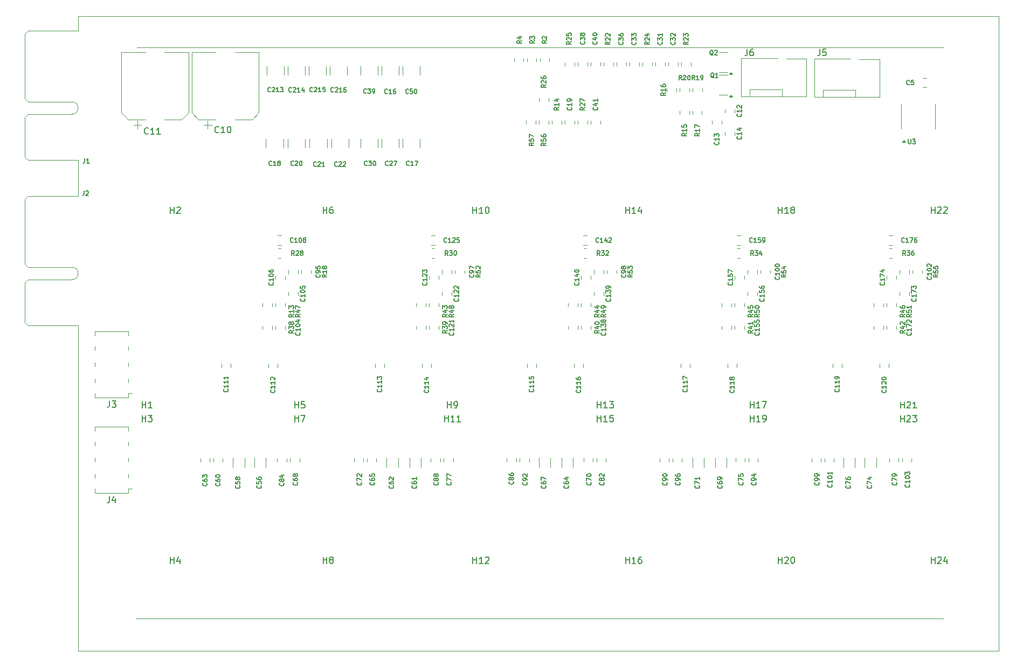
<source format=gbr>
%TF.GenerationSoftware,KiCad,Pcbnew,8.0.6*%
%TF.CreationDate,2024-11-29T00:06:03+01:00*%
%TF.ProjectId,EKO_Miner_PowerBoard-53667,454b4f5f-4d69-46e6-9572-5f506f776572,rev?*%
%TF.SameCoordinates,Original*%
%TF.FileFunction,Legend,Top*%
%TF.FilePolarity,Positive*%
%FSLAX46Y46*%
G04 Gerber Fmt 4.6, Leading zero omitted, Abs format (unit mm)*
G04 Created by KiCad (PCBNEW 8.0.6) date 2024-11-29 00:06:03*
%MOMM*%
%LPD*%
G01*
G04 APERTURE LIST*
%ADD10C,0.100000*%
%ADD11C,0.150000*%
%ADD12C,0.120000*%
%TA.AperFunction,Profile*%
%ADD13C,0.100000*%
%TD*%
G04 APERTURE END LIST*
D10*
X83840000Y-119920000D02*
X210640000Y-119920000D01*
X83950000Y-30200000D02*
X210750000Y-30200000D01*
D11*
X120146999Y-48668366D02*
X120113666Y-48701700D01*
X120113666Y-48701700D02*
X120013666Y-48735033D01*
X120013666Y-48735033D02*
X119946999Y-48735033D01*
X119946999Y-48735033D02*
X119846999Y-48701700D01*
X119846999Y-48701700D02*
X119780333Y-48635033D01*
X119780333Y-48635033D02*
X119746999Y-48568366D01*
X119746999Y-48568366D02*
X119713666Y-48435033D01*
X119713666Y-48435033D02*
X119713666Y-48335033D01*
X119713666Y-48335033D02*
X119746999Y-48201700D01*
X119746999Y-48201700D02*
X119780333Y-48135033D01*
X119780333Y-48135033D02*
X119846999Y-48068366D01*
X119846999Y-48068366D02*
X119946999Y-48035033D01*
X119946999Y-48035033D02*
X120013666Y-48035033D01*
X120013666Y-48035033D02*
X120113666Y-48068366D01*
X120113666Y-48068366D02*
X120146999Y-48101700D01*
X120380333Y-48035033D02*
X120813666Y-48035033D01*
X120813666Y-48035033D02*
X120580333Y-48301700D01*
X120580333Y-48301700D02*
X120680333Y-48301700D01*
X120680333Y-48301700D02*
X120746999Y-48335033D01*
X120746999Y-48335033D02*
X120780333Y-48368366D01*
X120780333Y-48368366D02*
X120813666Y-48435033D01*
X120813666Y-48435033D02*
X120813666Y-48601700D01*
X120813666Y-48601700D02*
X120780333Y-48668366D01*
X120780333Y-48668366D02*
X120746999Y-48701700D01*
X120746999Y-48701700D02*
X120680333Y-48735033D01*
X120680333Y-48735033D02*
X120480333Y-48735033D01*
X120480333Y-48735033D02*
X120413666Y-48701700D01*
X120413666Y-48701700D02*
X120380333Y-48668366D01*
X121247000Y-48035033D02*
X121313666Y-48035033D01*
X121313666Y-48035033D02*
X121380333Y-48068366D01*
X121380333Y-48068366D02*
X121413666Y-48101700D01*
X121413666Y-48101700D02*
X121447000Y-48168366D01*
X121447000Y-48168366D02*
X121480333Y-48301700D01*
X121480333Y-48301700D02*
X121480333Y-48468366D01*
X121480333Y-48468366D02*
X121447000Y-48601700D01*
X121447000Y-48601700D02*
X121413666Y-48668366D01*
X121413666Y-48668366D02*
X121380333Y-48701700D01*
X121380333Y-48701700D02*
X121313666Y-48735033D01*
X121313666Y-48735033D02*
X121247000Y-48735033D01*
X121247000Y-48735033D02*
X121180333Y-48701700D01*
X121180333Y-48701700D02*
X121147000Y-48668366D01*
X121147000Y-48668366D02*
X121113666Y-48601700D01*
X121113666Y-48601700D02*
X121080333Y-48468366D01*
X121080333Y-48468366D02*
X121080333Y-48301700D01*
X121080333Y-48301700D02*
X121113666Y-48168366D01*
X121113666Y-48168366D02*
X121147000Y-48101700D01*
X121147000Y-48101700D02*
X121180333Y-48068366D01*
X121180333Y-48068366D02*
X121247000Y-48035033D01*
X123448999Y-48668366D02*
X123415666Y-48701700D01*
X123415666Y-48701700D02*
X123315666Y-48735033D01*
X123315666Y-48735033D02*
X123248999Y-48735033D01*
X123248999Y-48735033D02*
X123148999Y-48701700D01*
X123148999Y-48701700D02*
X123082333Y-48635033D01*
X123082333Y-48635033D02*
X123048999Y-48568366D01*
X123048999Y-48568366D02*
X123015666Y-48435033D01*
X123015666Y-48435033D02*
X123015666Y-48335033D01*
X123015666Y-48335033D02*
X123048999Y-48201700D01*
X123048999Y-48201700D02*
X123082333Y-48135033D01*
X123082333Y-48135033D02*
X123148999Y-48068366D01*
X123148999Y-48068366D02*
X123248999Y-48035033D01*
X123248999Y-48035033D02*
X123315666Y-48035033D01*
X123315666Y-48035033D02*
X123415666Y-48068366D01*
X123415666Y-48068366D02*
X123448999Y-48101700D01*
X123715666Y-48101700D02*
X123748999Y-48068366D01*
X123748999Y-48068366D02*
X123815666Y-48035033D01*
X123815666Y-48035033D02*
X123982333Y-48035033D01*
X123982333Y-48035033D02*
X124048999Y-48068366D01*
X124048999Y-48068366D02*
X124082333Y-48101700D01*
X124082333Y-48101700D02*
X124115666Y-48168366D01*
X124115666Y-48168366D02*
X124115666Y-48235033D01*
X124115666Y-48235033D02*
X124082333Y-48335033D01*
X124082333Y-48335033D02*
X123682333Y-48735033D01*
X123682333Y-48735033D02*
X124115666Y-48735033D01*
X124349000Y-48035033D02*
X124815666Y-48035033D01*
X124815666Y-48035033D02*
X124515666Y-48735033D01*
X126750999Y-48668366D02*
X126717666Y-48701700D01*
X126717666Y-48701700D02*
X126617666Y-48735033D01*
X126617666Y-48735033D02*
X126550999Y-48735033D01*
X126550999Y-48735033D02*
X126450999Y-48701700D01*
X126450999Y-48701700D02*
X126384333Y-48635033D01*
X126384333Y-48635033D02*
X126350999Y-48568366D01*
X126350999Y-48568366D02*
X126317666Y-48435033D01*
X126317666Y-48435033D02*
X126317666Y-48335033D01*
X126317666Y-48335033D02*
X126350999Y-48201700D01*
X126350999Y-48201700D02*
X126384333Y-48135033D01*
X126384333Y-48135033D02*
X126450999Y-48068366D01*
X126450999Y-48068366D02*
X126550999Y-48035033D01*
X126550999Y-48035033D02*
X126617666Y-48035033D01*
X126617666Y-48035033D02*
X126717666Y-48068366D01*
X126717666Y-48068366D02*
X126750999Y-48101700D01*
X127417666Y-48735033D02*
X127017666Y-48735033D01*
X127217666Y-48735033D02*
X127217666Y-48035033D01*
X127217666Y-48035033D02*
X127150999Y-48135033D01*
X127150999Y-48135033D02*
X127084333Y-48201700D01*
X127084333Y-48201700D02*
X127017666Y-48235033D01*
X127651000Y-48035033D02*
X128117666Y-48035033D01*
X128117666Y-48035033D02*
X127817666Y-48735033D01*
X191256666Y-30474819D02*
X191256666Y-31189104D01*
X191256666Y-31189104D02*
X191209047Y-31331961D01*
X191209047Y-31331961D02*
X191113809Y-31427200D01*
X191113809Y-31427200D02*
X190970952Y-31474819D01*
X190970952Y-31474819D02*
X190875714Y-31474819D01*
X192209047Y-30474819D02*
X191732857Y-30474819D01*
X191732857Y-30474819D02*
X191685238Y-30951009D01*
X191685238Y-30951009D02*
X191732857Y-30903390D01*
X191732857Y-30903390D02*
X191828095Y-30855771D01*
X191828095Y-30855771D02*
X192066190Y-30855771D01*
X192066190Y-30855771D02*
X192161428Y-30903390D01*
X192161428Y-30903390D02*
X192209047Y-30951009D01*
X192209047Y-30951009D02*
X192256666Y-31046247D01*
X192256666Y-31046247D02*
X192256666Y-31284342D01*
X192256666Y-31284342D02*
X192209047Y-31379580D01*
X192209047Y-31379580D02*
X192161428Y-31427200D01*
X192161428Y-31427200D02*
X192066190Y-31474819D01*
X192066190Y-31474819D02*
X191828095Y-31474819D01*
X191828095Y-31474819D02*
X191732857Y-31427200D01*
X191732857Y-31427200D02*
X191685238Y-31379580D01*
X133292366Y-98526000D02*
X133325700Y-98559333D01*
X133325700Y-98559333D02*
X133359033Y-98659333D01*
X133359033Y-98659333D02*
X133359033Y-98726000D01*
X133359033Y-98726000D02*
X133325700Y-98826000D01*
X133325700Y-98826000D02*
X133259033Y-98892667D01*
X133259033Y-98892667D02*
X133192366Y-98926000D01*
X133192366Y-98926000D02*
X133059033Y-98959333D01*
X133059033Y-98959333D02*
X132959033Y-98959333D01*
X132959033Y-98959333D02*
X132825700Y-98926000D01*
X132825700Y-98926000D02*
X132759033Y-98892667D01*
X132759033Y-98892667D02*
X132692366Y-98826000D01*
X132692366Y-98826000D02*
X132659033Y-98726000D01*
X132659033Y-98726000D02*
X132659033Y-98659333D01*
X132659033Y-98659333D02*
X132692366Y-98559333D01*
X132692366Y-98559333D02*
X132725700Y-98526000D01*
X132659033Y-98292667D02*
X132659033Y-97826000D01*
X132659033Y-97826000D02*
X133359033Y-98126000D01*
X132659033Y-97626000D02*
X132659033Y-97159333D01*
X132659033Y-97159333D02*
X133359033Y-97459333D01*
X204728999Y-62832033D02*
X204495666Y-62498700D01*
X204328999Y-62832033D02*
X204328999Y-62132033D01*
X204328999Y-62132033D02*
X204595666Y-62132033D01*
X204595666Y-62132033D02*
X204662333Y-62165366D01*
X204662333Y-62165366D02*
X204695666Y-62198700D01*
X204695666Y-62198700D02*
X204728999Y-62265366D01*
X204728999Y-62265366D02*
X204728999Y-62365366D01*
X204728999Y-62365366D02*
X204695666Y-62432033D01*
X204695666Y-62432033D02*
X204662333Y-62465366D01*
X204662333Y-62465366D02*
X204595666Y-62498700D01*
X204595666Y-62498700D02*
X204328999Y-62498700D01*
X204962333Y-62132033D02*
X205395666Y-62132033D01*
X205395666Y-62132033D02*
X205162333Y-62398700D01*
X205162333Y-62398700D02*
X205262333Y-62398700D01*
X205262333Y-62398700D02*
X205328999Y-62432033D01*
X205328999Y-62432033D02*
X205362333Y-62465366D01*
X205362333Y-62465366D02*
X205395666Y-62532033D01*
X205395666Y-62532033D02*
X205395666Y-62698700D01*
X205395666Y-62698700D02*
X205362333Y-62765366D01*
X205362333Y-62765366D02*
X205328999Y-62798700D01*
X205328999Y-62798700D02*
X205262333Y-62832033D01*
X205262333Y-62832033D02*
X205062333Y-62832033D01*
X205062333Y-62832033D02*
X204995666Y-62798700D01*
X204995666Y-62798700D02*
X204962333Y-62765366D01*
X205995666Y-62132033D02*
X205862333Y-62132033D01*
X205862333Y-62132033D02*
X205795666Y-62165366D01*
X205795666Y-62165366D02*
X205762333Y-62198700D01*
X205762333Y-62198700D02*
X205695666Y-62298700D01*
X205695666Y-62298700D02*
X205662333Y-62432033D01*
X205662333Y-62432033D02*
X205662333Y-62698700D01*
X205662333Y-62698700D02*
X205695666Y-62765366D01*
X205695666Y-62765366D02*
X205729000Y-62798700D01*
X205729000Y-62798700D02*
X205795666Y-62832033D01*
X205795666Y-62832033D02*
X205929000Y-62832033D01*
X205929000Y-62832033D02*
X205995666Y-62798700D01*
X205995666Y-62798700D02*
X206029000Y-62765366D01*
X206029000Y-62765366D02*
X206062333Y-62698700D01*
X206062333Y-62698700D02*
X206062333Y-62532033D01*
X206062333Y-62532033D02*
X206029000Y-62465366D01*
X206029000Y-62465366D02*
X205995666Y-62432033D01*
X205995666Y-62432033D02*
X205929000Y-62398700D01*
X205929000Y-62398700D02*
X205795666Y-62398700D01*
X205795666Y-62398700D02*
X205729000Y-62432033D01*
X205729000Y-62432033D02*
X205695666Y-62465366D01*
X205695666Y-62465366D02*
X205662333Y-62532033D01*
X126623999Y-37365366D02*
X126590666Y-37398700D01*
X126590666Y-37398700D02*
X126490666Y-37432033D01*
X126490666Y-37432033D02*
X126423999Y-37432033D01*
X126423999Y-37432033D02*
X126323999Y-37398700D01*
X126323999Y-37398700D02*
X126257333Y-37332033D01*
X126257333Y-37332033D02*
X126223999Y-37265366D01*
X126223999Y-37265366D02*
X126190666Y-37132033D01*
X126190666Y-37132033D02*
X126190666Y-37032033D01*
X126190666Y-37032033D02*
X126223999Y-36898700D01*
X126223999Y-36898700D02*
X126257333Y-36832033D01*
X126257333Y-36832033D02*
X126323999Y-36765366D01*
X126323999Y-36765366D02*
X126423999Y-36732033D01*
X126423999Y-36732033D02*
X126490666Y-36732033D01*
X126490666Y-36732033D02*
X126590666Y-36765366D01*
X126590666Y-36765366D02*
X126623999Y-36798700D01*
X127257333Y-36732033D02*
X126923999Y-36732033D01*
X126923999Y-36732033D02*
X126890666Y-37065366D01*
X126890666Y-37065366D02*
X126923999Y-37032033D01*
X126923999Y-37032033D02*
X126990666Y-36998700D01*
X126990666Y-36998700D02*
X127157333Y-36998700D01*
X127157333Y-36998700D02*
X127223999Y-37032033D01*
X127223999Y-37032033D02*
X127257333Y-37065366D01*
X127257333Y-37065366D02*
X127290666Y-37132033D01*
X127290666Y-37132033D02*
X127290666Y-37298700D01*
X127290666Y-37298700D02*
X127257333Y-37365366D01*
X127257333Y-37365366D02*
X127223999Y-37398700D01*
X127223999Y-37398700D02*
X127157333Y-37432033D01*
X127157333Y-37432033D02*
X126990666Y-37432033D01*
X126990666Y-37432033D02*
X126923999Y-37398700D01*
X126923999Y-37398700D02*
X126890666Y-37365366D01*
X127724000Y-36732033D02*
X127790666Y-36732033D01*
X127790666Y-36732033D02*
X127857333Y-36765366D01*
X127857333Y-36765366D02*
X127890666Y-36798700D01*
X127890666Y-36798700D02*
X127924000Y-36865366D01*
X127924000Y-36865366D02*
X127957333Y-36998700D01*
X127957333Y-36998700D02*
X127957333Y-37165366D01*
X127957333Y-37165366D02*
X127924000Y-37298700D01*
X127924000Y-37298700D02*
X127890666Y-37365366D01*
X127890666Y-37365366D02*
X127857333Y-37398700D01*
X127857333Y-37398700D02*
X127790666Y-37432033D01*
X127790666Y-37432033D02*
X127724000Y-37432033D01*
X127724000Y-37432033D02*
X127657333Y-37398700D01*
X127657333Y-37398700D02*
X127624000Y-37365366D01*
X127624000Y-37365366D02*
X127590666Y-37298700D01*
X127590666Y-37298700D02*
X127557333Y-37165366D01*
X127557333Y-37165366D02*
X127557333Y-36998700D01*
X127557333Y-36998700D02*
X127590666Y-36865366D01*
X127590666Y-36865366D02*
X127624000Y-36798700D01*
X127624000Y-36798700D02*
X127657333Y-36765366D01*
X127657333Y-36765366D02*
X127724000Y-36732033D01*
X152215366Y-39598000D02*
X152248700Y-39631333D01*
X152248700Y-39631333D02*
X152282033Y-39731333D01*
X152282033Y-39731333D02*
X152282033Y-39798000D01*
X152282033Y-39798000D02*
X152248700Y-39898000D01*
X152248700Y-39898000D02*
X152182033Y-39964667D01*
X152182033Y-39964667D02*
X152115366Y-39998000D01*
X152115366Y-39998000D02*
X151982033Y-40031333D01*
X151982033Y-40031333D02*
X151882033Y-40031333D01*
X151882033Y-40031333D02*
X151748700Y-39998000D01*
X151748700Y-39998000D02*
X151682033Y-39964667D01*
X151682033Y-39964667D02*
X151615366Y-39898000D01*
X151615366Y-39898000D02*
X151582033Y-39798000D01*
X151582033Y-39798000D02*
X151582033Y-39731333D01*
X151582033Y-39731333D02*
X151615366Y-39631333D01*
X151615366Y-39631333D02*
X151648700Y-39598000D01*
X152282033Y-38931333D02*
X152282033Y-39331333D01*
X152282033Y-39131333D02*
X151582033Y-39131333D01*
X151582033Y-39131333D02*
X151682033Y-39198000D01*
X151682033Y-39198000D02*
X151748700Y-39264667D01*
X151748700Y-39264667D02*
X151782033Y-39331333D01*
X152282033Y-38598000D02*
X152282033Y-38464666D01*
X152282033Y-38464666D02*
X152248700Y-38398000D01*
X152248700Y-38398000D02*
X152215366Y-38364666D01*
X152215366Y-38364666D02*
X152115366Y-38298000D01*
X152115366Y-38298000D02*
X151982033Y-38264666D01*
X151982033Y-38264666D02*
X151715366Y-38264666D01*
X151715366Y-38264666D02*
X151648700Y-38298000D01*
X151648700Y-38298000D02*
X151615366Y-38331333D01*
X151615366Y-38331333D02*
X151582033Y-38398000D01*
X151582033Y-38398000D02*
X151582033Y-38531333D01*
X151582033Y-38531333D02*
X151615366Y-38598000D01*
X151615366Y-38598000D02*
X151648700Y-38631333D01*
X151648700Y-38631333D02*
X151715366Y-38664666D01*
X151715366Y-38664666D02*
X151882033Y-38664666D01*
X151882033Y-38664666D02*
X151948700Y-38631333D01*
X151948700Y-38631333D02*
X151982033Y-38598000D01*
X151982033Y-38598000D02*
X152015366Y-38531333D01*
X152015366Y-38531333D02*
X152015366Y-38398000D01*
X152015366Y-38398000D02*
X151982033Y-38331333D01*
X151982033Y-38331333D02*
X151948700Y-38298000D01*
X151948700Y-38298000D02*
X151882033Y-38264666D01*
X143071366Y-98399000D02*
X143104700Y-98432333D01*
X143104700Y-98432333D02*
X143138033Y-98532333D01*
X143138033Y-98532333D02*
X143138033Y-98599000D01*
X143138033Y-98599000D02*
X143104700Y-98699000D01*
X143104700Y-98699000D02*
X143038033Y-98765667D01*
X143038033Y-98765667D02*
X142971366Y-98799000D01*
X142971366Y-98799000D02*
X142838033Y-98832333D01*
X142838033Y-98832333D02*
X142738033Y-98832333D01*
X142738033Y-98832333D02*
X142604700Y-98799000D01*
X142604700Y-98799000D02*
X142538033Y-98765667D01*
X142538033Y-98765667D02*
X142471366Y-98699000D01*
X142471366Y-98699000D02*
X142438033Y-98599000D01*
X142438033Y-98599000D02*
X142438033Y-98532333D01*
X142438033Y-98532333D02*
X142471366Y-98432333D01*
X142471366Y-98432333D02*
X142504700Y-98399000D01*
X142738033Y-97999000D02*
X142704700Y-98065667D01*
X142704700Y-98065667D02*
X142671366Y-98099000D01*
X142671366Y-98099000D02*
X142604700Y-98132333D01*
X142604700Y-98132333D02*
X142571366Y-98132333D01*
X142571366Y-98132333D02*
X142504700Y-98099000D01*
X142504700Y-98099000D02*
X142471366Y-98065667D01*
X142471366Y-98065667D02*
X142438033Y-97999000D01*
X142438033Y-97999000D02*
X142438033Y-97865667D01*
X142438033Y-97865667D02*
X142471366Y-97799000D01*
X142471366Y-97799000D02*
X142504700Y-97765667D01*
X142504700Y-97765667D02*
X142571366Y-97732333D01*
X142571366Y-97732333D02*
X142604700Y-97732333D01*
X142604700Y-97732333D02*
X142671366Y-97765667D01*
X142671366Y-97765667D02*
X142704700Y-97799000D01*
X142704700Y-97799000D02*
X142738033Y-97865667D01*
X142738033Y-97865667D02*
X142738033Y-97999000D01*
X142738033Y-97999000D02*
X142771366Y-98065667D01*
X142771366Y-98065667D02*
X142804700Y-98099000D01*
X142804700Y-98099000D02*
X142871366Y-98132333D01*
X142871366Y-98132333D02*
X143004700Y-98132333D01*
X143004700Y-98132333D02*
X143071366Y-98099000D01*
X143071366Y-98099000D02*
X143104700Y-98065667D01*
X143104700Y-98065667D02*
X143138033Y-97999000D01*
X143138033Y-97999000D02*
X143138033Y-97865667D01*
X143138033Y-97865667D02*
X143104700Y-97799000D01*
X143104700Y-97799000D02*
X143071366Y-97765667D01*
X143071366Y-97765667D02*
X143004700Y-97732333D01*
X143004700Y-97732333D02*
X142871366Y-97732333D01*
X142871366Y-97732333D02*
X142804700Y-97765667D01*
X142804700Y-97765667D02*
X142771366Y-97799000D01*
X142771366Y-97799000D02*
X142738033Y-97865667D01*
X142438033Y-97132333D02*
X142438033Y-97265666D01*
X142438033Y-97265666D02*
X142471366Y-97332333D01*
X142471366Y-97332333D02*
X142504700Y-97365666D01*
X142504700Y-97365666D02*
X142604700Y-97432333D01*
X142604700Y-97432333D02*
X142738033Y-97465666D01*
X142738033Y-97465666D02*
X143004700Y-97465666D01*
X143004700Y-97465666D02*
X143071366Y-97432333D01*
X143071366Y-97432333D02*
X143104700Y-97399000D01*
X143104700Y-97399000D02*
X143138033Y-97332333D01*
X143138033Y-97332333D02*
X143138033Y-97199000D01*
X143138033Y-97199000D02*
X143104700Y-97132333D01*
X143104700Y-97132333D02*
X143071366Y-97099000D01*
X143071366Y-97099000D02*
X143004700Y-97065666D01*
X143004700Y-97065666D02*
X142838033Y-97065666D01*
X142838033Y-97065666D02*
X142771366Y-97099000D01*
X142771366Y-97099000D02*
X142738033Y-97132333D01*
X142738033Y-97132333D02*
X142704700Y-97199000D01*
X142704700Y-97199000D02*
X142704700Y-97332333D01*
X142704700Y-97332333D02*
X142738033Y-97399000D01*
X142738033Y-97399000D02*
X142771366Y-97432333D01*
X142771366Y-97432333D02*
X142838033Y-97465666D01*
X115447999Y-48795366D02*
X115414666Y-48828700D01*
X115414666Y-48828700D02*
X115314666Y-48862033D01*
X115314666Y-48862033D02*
X115247999Y-48862033D01*
X115247999Y-48862033D02*
X115147999Y-48828700D01*
X115147999Y-48828700D02*
X115081333Y-48762033D01*
X115081333Y-48762033D02*
X115047999Y-48695366D01*
X115047999Y-48695366D02*
X115014666Y-48562033D01*
X115014666Y-48562033D02*
X115014666Y-48462033D01*
X115014666Y-48462033D02*
X115047999Y-48328700D01*
X115047999Y-48328700D02*
X115081333Y-48262033D01*
X115081333Y-48262033D02*
X115147999Y-48195366D01*
X115147999Y-48195366D02*
X115247999Y-48162033D01*
X115247999Y-48162033D02*
X115314666Y-48162033D01*
X115314666Y-48162033D02*
X115414666Y-48195366D01*
X115414666Y-48195366D02*
X115447999Y-48228700D01*
X115714666Y-48228700D02*
X115747999Y-48195366D01*
X115747999Y-48195366D02*
X115814666Y-48162033D01*
X115814666Y-48162033D02*
X115981333Y-48162033D01*
X115981333Y-48162033D02*
X116047999Y-48195366D01*
X116047999Y-48195366D02*
X116081333Y-48228700D01*
X116081333Y-48228700D02*
X116114666Y-48295366D01*
X116114666Y-48295366D02*
X116114666Y-48362033D01*
X116114666Y-48362033D02*
X116081333Y-48462033D01*
X116081333Y-48462033D02*
X115681333Y-48862033D01*
X115681333Y-48862033D02*
X116114666Y-48862033D01*
X116381333Y-48228700D02*
X116414666Y-48195366D01*
X116414666Y-48195366D02*
X116481333Y-48162033D01*
X116481333Y-48162033D02*
X116648000Y-48162033D01*
X116648000Y-48162033D02*
X116714666Y-48195366D01*
X116714666Y-48195366D02*
X116748000Y-48228700D01*
X116748000Y-48228700D02*
X116781333Y-48295366D01*
X116781333Y-48295366D02*
X116781333Y-48362033D01*
X116781333Y-48362033D02*
X116748000Y-48462033D01*
X116748000Y-48462033D02*
X116348000Y-48862033D01*
X116348000Y-48862033D02*
X116781333Y-48862033D01*
X131260366Y-98526000D02*
X131293700Y-98559333D01*
X131293700Y-98559333D02*
X131327033Y-98659333D01*
X131327033Y-98659333D02*
X131327033Y-98726000D01*
X131327033Y-98726000D02*
X131293700Y-98826000D01*
X131293700Y-98826000D02*
X131227033Y-98892667D01*
X131227033Y-98892667D02*
X131160366Y-98926000D01*
X131160366Y-98926000D02*
X131027033Y-98959333D01*
X131027033Y-98959333D02*
X130927033Y-98959333D01*
X130927033Y-98959333D02*
X130793700Y-98926000D01*
X130793700Y-98926000D02*
X130727033Y-98892667D01*
X130727033Y-98892667D02*
X130660366Y-98826000D01*
X130660366Y-98826000D02*
X130627033Y-98726000D01*
X130627033Y-98726000D02*
X130627033Y-98659333D01*
X130627033Y-98659333D02*
X130660366Y-98559333D01*
X130660366Y-98559333D02*
X130693700Y-98526000D01*
X130927033Y-98126000D02*
X130893700Y-98192667D01*
X130893700Y-98192667D02*
X130860366Y-98226000D01*
X130860366Y-98226000D02*
X130793700Y-98259333D01*
X130793700Y-98259333D02*
X130760366Y-98259333D01*
X130760366Y-98259333D02*
X130693700Y-98226000D01*
X130693700Y-98226000D02*
X130660366Y-98192667D01*
X130660366Y-98192667D02*
X130627033Y-98126000D01*
X130627033Y-98126000D02*
X130627033Y-97992667D01*
X130627033Y-97992667D02*
X130660366Y-97926000D01*
X130660366Y-97926000D02*
X130693700Y-97892667D01*
X130693700Y-97892667D02*
X130760366Y-97859333D01*
X130760366Y-97859333D02*
X130793700Y-97859333D01*
X130793700Y-97859333D02*
X130860366Y-97892667D01*
X130860366Y-97892667D02*
X130893700Y-97926000D01*
X130893700Y-97926000D02*
X130927033Y-97992667D01*
X130927033Y-97992667D02*
X130927033Y-98126000D01*
X130927033Y-98126000D02*
X130960366Y-98192667D01*
X130960366Y-98192667D02*
X130993700Y-98226000D01*
X130993700Y-98226000D02*
X131060366Y-98259333D01*
X131060366Y-98259333D02*
X131193700Y-98259333D01*
X131193700Y-98259333D02*
X131260366Y-98226000D01*
X131260366Y-98226000D02*
X131293700Y-98192667D01*
X131293700Y-98192667D02*
X131327033Y-98126000D01*
X131327033Y-98126000D02*
X131327033Y-97992667D01*
X131327033Y-97992667D02*
X131293700Y-97926000D01*
X131293700Y-97926000D02*
X131260366Y-97892667D01*
X131260366Y-97892667D02*
X131193700Y-97859333D01*
X131193700Y-97859333D02*
X131060366Y-97859333D01*
X131060366Y-97859333D02*
X130993700Y-97892667D01*
X130993700Y-97892667D02*
X130960366Y-97926000D01*
X130960366Y-97926000D02*
X130927033Y-97992667D01*
X130927033Y-97459333D02*
X130893700Y-97526000D01*
X130893700Y-97526000D02*
X130860366Y-97559333D01*
X130860366Y-97559333D02*
X130793700Y-97592666D01*
X130793700Y-97592666D02*
X130760366Y-97592666D01*
X130760366Y-97592666D02*
X130693700Y-97559333D01*
X130693700Y-97559333D02*
X130660366Y-97526000D01*
X130660366Y-97526000D02*
X130627033Y-97459333D01*
X130627033Y-97459333D02*
X130627033Y-97326000D01*
X130627033Y-97326000D02*
X130660366Y-97259333D01*
X130660366Y-97259333D02*
X130693700Y-97226000D01*
X130693700Y-97226000D02*
X130760366Y-97192666D01*
X130760366Y-97192666D02*
X130793700Y-97192666D01*
X130793700Y-97192666D02*
X130860366Y-97226000D01*
X130860366Y-97226000D02*
X130893700Y-97259333D01*
X130893700Y-97259333D02*
X130927033Y-97326000D01*
X130927033Y-97326000D02*
X130927033Y-97459333D01*
X130927033Y-97459333D02*
X130960366Y-97526000D01*
X130960366Y-97526000D02*
X130993700Y-97559333D01*
X130993700Y-97559333D02*
X131060366Y-97592666D01*
X131060366Y-97592666D02*
X131193700Y-97592666D01*
X131193700Y-97592666D02*
X131260366Y-97559333D01*
X131260366Y-97559333D02*
X131293700Y-97526000D01*
X131293700Y-97526000D02*
X131327033Y-97459333D01*
X131327033Y-97459333D02*
X131327033Y-97326000D01*
X131327033Y-97326000D02*
X131293700Y-97259333D01*
X131293700Y-97259333D02*
X131260366Y-97226000D01*
X131260366Y-97226000D02*
X131193700Y-97192666D01*
X131193700Y-97192666D02*
X131060366Y-97192666D01*
X131060366Y-97192666D02*
X130993700Y-97226000D01*
X130993700Y-97226000D02*
X130960366Y-97259333D01*
X130960366Y-97259333D02*
X130927033Y-97326000D01*
X129482366Y-67109334D02*
X129515700Y-67142667D01*
X129515700Y-67142667D02*
X129549033Y-67242667D01*
X129549033Y-67242667D02*
X129549033Y-67309334D01*
X129549033Y-67309334D02*
X129515700Y-67409334D01*
X129515700Y-67409334D02*
X129449033Y-67476001D01*
X129449033Y-67476001D02*
X129382366Y-67509334D01*
X129382366Y-67509334D02*
X129249033Y-67542667D01*
X129249033Y-67542667D02*
X129149033Y-67542667D01*
X129149033Y-67542667D02*
X129015700Y-67509334D01*
X129015700Y-67509334D02*
X128949033Y-67476001D01*
X128949033Y-67476001D02*
X128882366Y-67409334D01*
X128882366Y-67409334D02*
X128849033Y-67309334D01*
X128849033Y-67309334D02*
X128849033Y-67242667D01*
X128849033Y-67242667D02*
X128882366Y-67142667D01*
X128882366Y-67142667D02*
X128915700Y-67109334D01*
X129549033Y-66442667D02*
X129549033Y-66842667D01*
X129549033Y-66642667D02*
X128849033Y-66642667D01*
X128849033Y-66642667D02*
X128949033Y-66709334D01*
X128949033Y-66709334D02*
X129015700Y-66776001D01*
X129015700Y-66776001D02*
X129049033Y-66842667D01*
X128915700Y-66176000D02*
X128882366Y-66142667D01*
X128882366Y-66142667D02*
X128849033Y-66076000D01*
X128849033Y-66076000D02*
X128849033Y-65909334D01*
X128849033Y-65909334D02*
X128882366Y-65842667D01*
X128882366Y-65842667D02*
X128915700Y-65809334D01*
X128915700Y-65809334D02*
X128982366Y-65776000D01*
X128982366Y-65776000D02*
X129049033Y-65776000D01*
X129049033Y-65776000D02*
X129149033Y-65809334D01*
X129149033Y-65809334D02*
X129549033Y-66209334D01*
X129549033Y-66209334D02*
X129549033Y-65776000D01*
X128849033Y-65542667D02*
X128849033Y-65109333D01*
X128849033Y-65109333D02*
X129115700Y-65342667D01*
X129115700Y-65342667D02*
X129115700Y-65242667D01*
X129115700Y-65242667D02*
X129149033Y-65176000D01*
X129149033Y-65176000D02*
X129182366Y-65142667D01*
X129182366Y-65142667D02*
X129249033Y-65109333D01*
X129249033Y-65109333D02*
X129415700Y-65109333D01*
X129415700Y-65109333D02*
X129482366Y-65142667D01*
X129482366Y-65142667D02*
X129515700Y-65176000D01*
X129515700Y-65176000D02*
X129549033Y-65242667D01*
X129549033Y-65242667D02*
X129549033Y-65442667D01*
X129549033Y-65442667D02*
X129515700Y-65509333D01*
X129515700Y-65509333D02*
X129482366Y-65542667D01*
X156600033Y-72109999D02*
X156266700Y-72343332D01*
X156600033Y-72509999D02*
X155900033Y-72509999D01*
X155900033Y-72509999D02*
X155900033Y-72243332D01*
X155900033Y-72243332D02*
X155933366Y-72176666D01*
X155933366Y-72176666D02*
X155966700Y-72143332D01*
X155966700Y-72143332D02*
X156033366Y-72109999D01*
X156033366Y-72109999D02*
X156133366Y-72109999D01*
X156133366Y-72109999D02*
X156200033Y-72143332D01*
X156200033Y-72143332D02*
X156233366Y-72176666D01*
X156233366Y-72176666D02*
X156266700Y-72243332D01*
X156266700Y-72243332D02*
X156266700Y-72509999D01*
X156133366Y-71509999D02*
X156600033Y-71509999D01*
X155866700Y-71676666D02*
X156366700Y-71843332D01*
X156366700Y-71843332D02*
X156366700Y-71409999D01*
X156133366Y-70843332D02*
X156600033Y-70843332D01*
X155866700Y-71009999D02*
X156366700Y-71176665D01*
X156366700Y-71176665D02*
X156366700Y-70743332D01*
X184761905Y-56254819D02*
X184761905Y-55254819D01*
X184761905Y-55731009D02*
X185333333Y-55731009D01*
X185333333Y-56254819D02*
X185333333Y-55254819D01*
X186333333Y-56254819D02*
X185761905Y-56254819D01*
X186047619Y-56254819D02*
X186047619Y-55254819D01*
X186047619Y-55254819D02*
X185952381Y-55397676D01*
X185952381Y-55397676D02*
X185857143Y-55492914D01*
X185857143Y-55492914D02*
X185761905Y-55540533D01*
X186904762Y-55683390D02*
X186809524Y-55635771D01*
X186809524Y-55635771D02*
X186761905Y-55588152D01*
X186761905Y-55588152D02*
X186714286Y-55492914D01*
X186714286Y-55492914D02*
X186714286Y-55445295D01*
X186714286Y-55445295D02*
X186761905Y-55350057D01*
X186761905Y-55350057D02*
X186809524Y-55302438D01*
X186809524Y-55302438D02*
X186904762Y-55254819D01*
X186904762Y-55254819D02*
X187095238Y-55254819D01*
X187095238Y-55254819D02*
X187190476Y-55302438D01*
X187190476Y-55302438D02*
X187238095Y-55350057D01*
X187238095Y-55350057D02*
X187285714Y-55445295D01*
X187285714Y-55445295D02*
X187285714Y-55492914D01*
X187285714Y-55492914D02*
X187238095Y-55588152D01*
X187238095Y-55588152D02*
X187190476Y-55635771D01*
X187190476Y-55635771D02*
X187095238Y-55683390D01*
X187095238Y-55683390D02*
X186904762Y-55683390D01*
X186904762Y-55683390D02*
X186809524Y-55731009D01*
X186809524Y-55731009D02*
X186761905Y-55778628D01*
X186761905Y-55778628D02*
X186714286Y-55873866D01*
X186714286Y-55873866D02*
X186714286Y-56064342D01*
X186714286Y-56064342D02*
X186761905Y-56159580D01*
X186761905Y-56159580D02*
X186809524Y-56207200D01*
X186809524Y-56207200D02*
X186904762Y-56254819D01*
X186904762Y-56254819D02*
X187095238Y-56254819D01*
X187095238Y-56254819D02*
X187190476Y-56207200D01*
X187190476Y-56207200D02*
X187238095Y-56159580D01*
X187238095Y-56159580D02*
X187285714Y-56064342D01*
X187285714Y-56064342D02*
X187285714Y-55873866D01*
X187285714Y-55873866D02*
X187238095Y-55778628D01*
X187238095Y-55778628D02*
X187190476Y-55731009D01*
X187190476Y-55731009D02*
X187095238Y-55683390D01*
X180306905Y-88990819D02*
X180306905Y-87990819D01*
X180306905Y-88467009D02*
X180878333Y-88467009D01*
X180878333Y-88990819D02*
X180878333Y-87990819D01*
X181878333Y-88990819D02*
X181306905Y-88990819D01*
X181592619Y-88990819D02*
X181592619Y-87990819D01*
X181592619Y-87990819D02*
X181497381Y-88133676D01*
X181497381Y-88133676D02*
X181402143Y-88228914D01*
X181402143Y-88228914D02*
X181306905Y-88276533D01*
X182354524Y-88990819D02*
X182545000Y-88990819D01*
X182545000Y-88990819D02*
X182640238Y-88943200D01*
X182640238Y-88943200D02*
X182687857Y-88895580D01*
X182687857Y-88895580D02*
X182783095Y-88752723D01*
X182783095Y-88752723D02*
X182830714Y-88562247D01*
X182830714Y-88562247D02*
X182830714Y-88181295D01*
X182830714Y-88181295D02*
X182783095Y-88086057D01*
X182783095Y-88086057D02*
X182735476Y-88038438D01*
X182735476Y-88038438D02*
X182640238Y-87990819D01*
X182640238Y-87990819D02*
X182449762Y-87990819D01*
X182449762Y-87990819D02*
X182354524Y-88038438D01*
X182354524Y-88038438D02*
X182306905Y-88086057D01*
X182306905Y-88086057D02*
X182259286Y-88181295D01*
X182259286Y-88181295D02*
X182259286Y-88419390D01*
X182259286Y-88419390D02*
X182306905Y-88514628D01*
X182306905Y-88514628D02*
X182354524Y-88562247D01*
X182354524Y-88562247D02*
X182449762Y-88609866D01*
X182449762Y-88609866D02*
X182640238Y-88609866D01*
X182640238Y-88609866D02*
X182735476Y-88562247D01*
X182735476Y-88562247D02*
X182783095Y-88514628D01*
X182783095Y-88514628D02*
X182830714Y-88419390D01*
X199332366Y-99034000D02*
X199365700Y-99067333D01*
X199365700Y-99067333D02*
X199399033Y-99167333D01*
X199399033Y-99167333D02*
X199399033Y-99234000D01*
X199399033Y-99234000D02*
X199365700Y-99334000D01*
X199365700Y-99334000D02*
X199299033Y-99400667D01*
X199299033Y-99400667D02*
X199232366Y-99434000D01*
X199232366Y-99434000D02*
X199099033Y-99467333D01*
X199099033Y-99467333D02*
X198999033Y-99467333D01*
X198999033Y-99467333D02*
X198865700Y-99434000D01*
X198865700Y-99434000D02*
X198799033Y-99400667D01*
X198799033Y-99400667D02*
X198732366Y-99334000D01*
X198732366Y-99334000D02*
X198699033Y-99234000D01*
X198699033Y-99234000D02*
X198699033Y-99167333D01*
X198699033Y-99167333D02*
X198732366Y-99067333D01*
X198732366Y-99067333D02*
X198765700Y-99034000D01*
X198699033Y-98800667D02*
X198699033Y-98334000D01*
X198699033Y-98334000D02*
X199399033Y-98634000D01*
X198932366Y-97767333D02*
X199399033Y-97767333D01*
X198665700Y-97934000D02*
X199165700Y-98100666D01*
X199165700Y-98100666D02*
X199165700Y-97667333D01*
X180730033Y-72109999D02*
X180396700Y-72343332D01*
X180730033Y-72509999D02*
X180030033Y-72509999D01*
X180030033Y-72509999D02*
X180030033Y-72243332D01*
X180030033Y-72243332D02*
X180063366Y-72176666D01*
X180063366Y-72176666D02*
X180096700Y-72143332D01*
X180096700Y-72143332D02*
X180163366Y-72109999D01*
X180163366Y-72109999D02*
X180263366Y-72109999D01*
X180263366Y-72109999D02*
X180330033Y-72143332D01*
X180330033Y-72143332D02*
X180363366Y-72176666D01*
X180363366Y-72176666D02*
X180396700Y-72243332D01*
X180396700Y-72243332D02*
X180396700Y-72509999D01*
X180263366Y-71509999D02*
X180730033Y-71509999D01*
X179996700Y-71676666D02*
X180496700Y-71843332D01*
X180496700Y-71843332D02*
X180496700Y-71409999D01*
X180030033Y-70809999D02*
X180030033Y-71143332D01*
X180030033Y-71143332D02*
X180363366Y-71176665D01*
X180363366Y-71176665D02*
X180330033Y-71143332D01*
X180330033Y-71143332D02*
X180296700Y-71076665D01*
X180296700Y-71076665D02*
X180296700Y-70909999D01*
X180296700Y-70909999D02*
X180330033Y-70843332D01*
X180330033Y-70843332D02*
X180363366Y-70809999D01*
X180363366Y-70809999D02*
X180430033Y-70776665D01*
X180430033Y-70776665D02*
X180596700Y-70776665D01*
X180596700Y-70776665D02*
X180663366Y-70809999D01*
X180663366Y-70809999D02*
X180696700Y-70843332D01*
X180696700Y-70843332D02*
X180730033Y-70909999D01*
X180730033Y-70909999D02*
X180730033Y-71076665D01*
X180730033Y-71076665D02*
X180696700Y-71143332D01*
X180696700Y-71143332D02*
X180663366Y-71176665D01*
X203940905Y-86861819D02*
X203940905Y-85861819D01*
X203940905Y-86338009D02*
X204512333Y-86338009D01*
X204512333Y-86861819D02*
X204512333Y-85861819D01*
X204940905Y-85957057D02*
X204988524Y-85909438D01*
X204988524Y-85909438D02*
X205083762Y-85861819D01*
X205083762Y-85861819D02*
X205321857Y-85861819D01*
X205321857Y-85861819D02*
X205417095Y-85909438D01*
X205417095Y-85909438D02*
X205464714Y-85957057D01*
X205464714Y-85957057D02*
X205512333Y-86052295D01*
X205512333Y-86052295D02*
X205512333Y-86147533D01*
X205512333Y-86147533D02*
X205464714Y-86290390D01*
X205464714Y-86290390D02*
X204893286Y-86861819D01*
X204893286Y-86861819D02*
X205512333Y-86861819D01*
X206464714Y-86861819D02*
X205893286Y-86861819D01*
X206179000Y-86861819D02*
X206179000Y-85861819D01*
X206179000Y-85861819D02*
X206083762Y-86004676D01*
X206083762Y-86004676D02*
X205988524Y-86099914D01*
X205988524Y-86099914D02*
X205893286Y-86147533D01*
X153358366Y-67109333D02*
X153391700Y-67142666D01*
X153391700Y-67142666D02*
X153425033Y-67242666D01*
X153425033Y-67242666D02*
X153425033Y-67309333D01*
X153425033Y-67309333D02*
X153391700Y-67409333D01*
X153391700Y-67409333D02*
X153325033Y-67476000D01*
X153325033Y-67476000D02*
X153258366Y-67509333D01*
X153258366Y-67509333D02*
X153125033Y-67542666D01*
X153125033Y-67542666D02*
X153025033Y-67542666D01*
X153025033Y-67542666D02*
X152891700Y-67509333D01*
X152891700Y-67509333D02*
X152825033Y-67476000D01*
X152825033Y-67476000D02*
X152758366Y-67409333D01*
X152758366Y-67409333D02*
X152725033Y-67309333D01*
X152725033Y-67309333D02*
X152725033Y-67242666D01*
X152725033Y-67242666D02*
X152758366Y-67142666D01*
X152758366Y-67142666D02*
X152791700Y-67109333D01*
X153425033Y-66442666D02*
X153425033Y-66842666D01*
X153425033Y-66642666D02*
X152725033Y-66642666D01*
X152725033Y-66642666D02*
X152825033Y-66709333D01*
X152825033Y-66709333D02*
X152891700Y-66776000D01*
X152891700Y-66776000D02*
X152925033Y-66842666D01*
X152958366Y-65842666D02*
X153425033Y-65842666D01*
X152691700Y-66009333D02*
X153191700Y-66175999D01*
X153191700Y-66175999D02*
X153191700Y-65742666D01*
X152725033Y-65342666D02*
X152725033Y-65275999D01*
X152725033Y-65275999D02*
X152758366Y-65209332D01*
X152758366Y-65209332D02*
X152791700Y-65175999D01*
X152791700Y-65175999D02*
X152858366Y-65142666D01*
X152858366Y-65142666D02*
X152991700Y-65109332D01*
X152991700Y-65109332D02*
X153158366Y-65109332D01*
X153158366Y-65109332D02*
X153291700Y-65142666D01*
X153291700Y-65142666D02*
X153358366Y-65175999D01*
X153358366Y-65175999D02*
X153391700Y-65209332D01*
X153391700Y-65209332D02*
X153425033Y-65275999D01*
X153425033Y-65275999D02*
X153425033Y-65342666D01*
X153425033Y-65342666D02*
X153391700Y-65409332D01*
X153391700Y-65409332D02*
X153358366Y-65442666D01*
X153358366Y-65442666D02*
X153291700Y-65475999D01*
X153291700Y-65475999D02*
X153158366Y-65509332D01*
X153158366Y-65509332D02*
X152991700Y-65509332D01*
X152991700Y-65509332D02*
X152858366Y-65475999D01*
X152858366Y-65475999D02*
X152791700Y-65442666D01*
X152791700Y-65442666D02*
X152758366Y-65409332D01*
X152758366Y-65409332D02*
X152725033Y-65342666D01*
X146313033Y-45186000D02*
X145979700Y-45419333D01*
X146313033Y-45586000D02*
X145613033Y-45586000D01*
X145613033Y-45586000D02*
X145613033Y-45319333D01*
X145613033Y-45319333D02*
X145646366Y-45252667D01*
X145646366Y-45252667D02*
X145679700Y-45219333D01*
X145679700Y-45219333D02*
X145746366Y-45186000D01*
X145746366Y-45186000D02*
X145846366Y-45186000D01*
X145846366Y-45186000D02*
X145913033Y-45219333D01*
X145913033Y-45219333D02*
X145946366Y-45252667D01*
X145946366Y-45252667D02*
X145979700Y-45319333D01*
X145979700Y-45319333D02*
X145979700Y-45586000D01*
X145613033Y-44552667D02*
X145613033Y-44886000D01*
X145613033Y-44886000D02*
X145946366Y-44919333D01*
X145946366Y-44919333D02*
X145913033Y-44886000D01*
X145913033Y-44886000D02*
X145879700Y-44819333D01*
X145879700Y-44819333D02*
X145879700Y-44652667D01*
X145879700Y-44652667D02*
X145913033Y-44586000D01*
X145913033Y-44586000D02*
X145946366Y-44552667D01*
X145946366Y-44552667D02*
X146013033Y-44519333D01*
X146013033Y-44519333D02*
X146179700Y-44519333D01*
X146179700Y-44519333D02*
X146246366Y-44552667D01*
X146246366Y-44552667D02*
X146279700Y-44586000D01*
X146279700Y-44586000D02*
X146313033Y-44652667D01*
X146313033Y-44652667D02*
X146313033Y-44819333D01*
X146313033Y-44819333D02*
X146279700Y-44886000D01*
X146279700Y-44886000D02*
X146246366Y-44919333D01*
X145613033Y-44286000D02*
X145613033Y-43819333D01*
X145613033Y-43819333D02*
X146313033Y-44119333D01*
X136848366Y-65887001D02*
X136881700Y-65920334D01*
X136881700Y-65920334D02*
X136915033Y-66020334D01*
X136915033Y-66020334D02*
X136915033Y-66087001D01*
X136915033Y-66087001D02*
X136881700Y-66187001D01*
X136881700Y-66187001D02*
X136815033Y-66253668D01*
X136815033Y-66253668D02*
X136748366Y-66287001D01*
X136748366Y-66287001D02*
X136615033Y-66320334D01*
X136615033Y-66320334D02*
X136515033Y-66320334D01*
X136515033Y-66320334D02*
X136381700Y-66287001D01*
X136381700Y-66287001D02*
X136315033Y-66253668D01*
X136315033Y-66253668D02*
X136248366Y-66187001D01*
X136248366Y-66187001D02*
X136215033Y-66087001D01*
X136215033Y-66087001D02*
X136215033Y-66020334D01*
X136215033Y-66020334D02*
X136248366Y-65920334D01*
X136248366Y-65920334D02*
X136281700Y-65887001D01*
X136915033Y-65553668D02*
X136915033Y-65420334D01*
X136915033Y-65420334D02*
X136881700Y-65353668D01*
X136881700Y-65353668D02*
X136848366Y-65320334D01*
X136848366Y-65320334D02*
X136748366Y-65253668D01*
X136748366Y-65253668D02*
X136615033Y-65220334D01*
X136615033Y-65220334D02*
X136348366Y-65220334D01*
X136348366Y-65220334D02*
X136281700Y-65253668D01*
X136281700Y-65253668D02*
X136248366Y-65287001D01*
X136248366Y-65287001D02*
X136215033Y-65353668D01*
X136215033Y-65353668D02*
X136215033Y-65487001D01*
X136215033Y-65487001D02*
X136248366Y-65553668D01*
X136248366Y-65553668D02*
X136281700Y-65587001D01*
X136281700Y-65587001D02*
X136348366Y-65620334D01*
X136348366Y-65620334D02*
X136515033Y-65620334D01*
X136515033Y-65620334D02*
X136581700Y-65587001D01*
X136581700Y-65587001D02*
X136615033Y-65553668D01*
X136615033Y-65553668D02*
X136648366Y-65487001D01*
X136648366Y-65487001D02*
X136648366Y-65353668D01*
X136648366Y-65353668D02*
X136615033Y-65287001D01*
X136615033Y-65287001D02*
X136581700Y-65253668D01*
X136581700Y-65253668D02*
X136515033Y-65220334D01*
X136215033Y-64987001D02*
X136215033Y-64520334D01*
X136215033Y-64520334D02*
X136915033Y-64820334D01*
X133673366Y-74983334D02*
X133706700Y-75016667D01*
X133706700Y-75016667D02*
X133740033Y-75116667D01*
X133740033Y-75116667D02*
X133740033Y-75183334D01*
X133740033Y-75183334D02*
X133706700Y-75283334D01*
X133706700Y-75283334D02*
X133640033Y-75350001D01*
X133640033Y-75350001D02*
X133573366Y-75383334D01*
X133573366Y-75383334D02*
X133440033Y-75416667D01*
X133440033Y-75416667D02*
X133340033Y-75416667D01*
X133340033Y-75416667D02*
X133206700Y-75383334D01*
X133206700Y-75383334D02*
X133140033Y-75350001D01*
X133140033Y-75350001D02*
X133073366Y-75283334D01*
X133073366Y-75283334D02*
X133040033Y-75183334D01*
X133040033Y-75183334D02*
X133040033Y-75116667D01*
X133040033Y-75116667D02*
X133073366Y-75016667D01*
X133073366Y-75016667D02*
X133106700Y-74983334D01*
X133740033Y-74316667D02*
X133740033Y-74716667D01*
X133740033Y-74516667D02*
X133040033Y-74516667D01*
X133040033Y-74516667D02*
X133140033Y-74583334D01*
X133140033Y-74583334D02*
X133206700Y-74650001D01*
X133206700Y-74650001D02*
X133240033Y-74716667D01*
X133106700Y-74050000D02*
X133073366Y-74016667D01*
X133073366Y-74016667D02*
X133040033Y-73950000D01*
X133040033Y-73950000D02*
X133040033Y-73783334D01*
X133040033Y-73783334D02*
X133073366Y-73716667D01*
X133073366Y-73716667D02*
X133106700Y-73683334D01*
X133106700Y-73683334D02*
X133173366Y-73650000D01*
X133173366Y-73650000D02*
X133240033Y-73650000D01*
X133240033Y-73650000D02*
X133340033Y-73683334D01*
X133340033Y-73683334D02*
X133740033Y-74083334D01*
X133740033Y-74083334D02*
X133740033Y-73650000D01*
X133740033Y-72983333D02*
X133740033Y-73383333D01*
X133740033Y-73183333D02*
X133040033Y-73183333D01*
X133040033Y-73183333D02*
X133140033Y-73250000D01*
X133140033Y-73250000D02*
X133206700Y-73316667D01*
X133206700Y-73316667D02*
X133240033Y-73383333D01*
X127831366Y-99034000D02*
X127864700Y-99067333D01*
X127864700Y-99067333D02*
X127898033Y-99167333D01*
X127898033Y-99167333D02*
X127898033Y-99234000D01*
X127898033Y-99234000D02*
X127864700Y-99334000D01*
X127864700Y-99334000D02*
X127798033Y-99400667D01*
X127798033Y-99400667D02*
X127731366Y-99434000D01*
X127731366Y-99434000D02*
X127598033Y-99467333D01*
X127598033Y-99467333D02*
X127498033Y-99467333D01*
X127498033Y-99467333D02*
X127364700Y-99434000D01*
X127364700Y-99434000D02*
X127298033Y-99400667D01*
X127298033Y-99400667D02*
X127231366Y-99334000D01*
X127231366Y-99334000D02*
X127198033Y-99234000D01*
X127198033Y-99234000D02*
X127198033Y-99167333D01*
X127198033Y-99167333D02*
X127231366Y-99067333D01*
X127231366Y-99067333D02*
X127264700Y-99034000D01*
X127198033Y-98434000D02*
X127198033Y-98567333D01*
X127198033Y-98567333D02*
X127231366Y-98634000D01*
X127231366Y-98634000D02*
X127264700Y-98667333D01*
X127264700Y-98667333D02*
X127364700Y-98734000D01*
X127364700Y-98734000D02*
X127498033Y-98767333D01*
X127498033Y-98767333D02*
X127764700Y-98767333D01*
X127764700Y-98767333D02*
X127831366Y-98734000D01*
X127831366Y-98734000D02*
X127864700Y-98700667D01*
X127864700Y-98700667D02*
X127898033Y-98634000D01*
X127898033Y-98634000D02*
X127898033Y-98500667D01*
X127898033Y-98500667D02*
X127864700Y-98434000D01*
X127864700Y-98434000D02*
X127831366Y-98400667D01*
X127831366Y-98400667D02*
X127764700Y-98367333D01*
X127764700Y-98367333D02*
X127598033Y-98367333D01*
X127598033Y-98367333D02*
X127531366Y-98400667D01*
X127531366Y-98400667D02*
X127498033Y-98434000D01*
X127498033Y-98434000D02*
X127464700Y-98500667D01*
X127464700Y-98500667D02*
X127464700Y-98634000D01*
X127464700Y-98634000D02*
X127498033Y-98700667D01*
X127498033Y-98700667D02*
X127531366Y-98734000D01*
X127531366Y-98734000D02*
X127598033Y-98767333D01*
X127898033Y-97700666D02*
X127898033Y-98100666D01*
X127898033Y-97900666D02*
X127198033Y-97900666D01*
X127198033Y-97900666D02*
X127298033Y-97967333D01*
X127298033Y-97967333D02*
X127364700Y-98034000D01*
X127364700Y-98034000D02*
X127398033Y-98100666D01*
X203940905Y-89005819D02*
X203940905Y-88005819D01*
X203940905Y-88482009D02*
X204512333Y-88482009D01*
X204512333Y-89005819D02*
X204512333Y-88005819D01*
X204940905Y-88101057D02*
X204988524Y-88053438D01*
X204988524Y-88053438D02*
X205083762Y-88005819D01*
X205083762Y-88005819D02*
X205321857Y-88005819D01*
X205321857Y-88005819D02*
X205417095Y-88053438D01*
X205417095Y-88053438D02*
X205464714Y-88101057D01*
X205464714Y-88101057D02*
X205512333Y-88196295D01*
X205512333Y-88196295D02*
X205512333Y-88291533D01*
X205512333Y-88291533D02*
X205464714Y-88434390D01*
X205464714Y-88434390D02*
X204893286Y-89005819D01*
X204893286Y-89005819D02*
X205512333Y-89005819D01*
X205845667Y-88005819D02*
X206464714Y-88005819D01*
X206464714Y-88005819D02*
X206131381Y-88386771D01*
X206131381Y-88386771D02*
X206274238Y-88386771D01*
X206274238Y-88386771D02*
X206369476Y-88434390D01*
X206369476Y-88434390D02*
X206417095Y-88482009D01*
X206417095Y-88482009D02*
X206464714Y-88577247D01*
X206464714Y-88577247D02*
X206464714Y-88815342D01*
X206464714Y-88815342D02*
X206417095Y-88910580D01*
X206417095Y-88910580D02*
X206369476Y-88958200D01*
X206369476Y-88958200D02*
X206274238Y-89005819D01*
X206274238Y-89005819D02*
X205988524Y-89005819D01*
X205988524Y-89005819D02*
X205893286Y-88958200D01*
X205893286Y-88958200D02*
X205845667Y-88910580D01*
X181746033Y-72109999D02*
X181412700Y-72343332D01*
X181746033Y-72509999D02*
X181046033Y-72509999D01*
X181046033Y-72509999D02*
X181046033Y-72243332D01*
X181046033Y-72243332D02*
X181079366Y-72176666D01*
X181079366Y-72176666D02*
X181112700Y-72143332D01*
X181112700Y-72143332D02*
X181179366Y-72109999D01*
X181179366Y-72109999D02*
X181279366Y-72109999D01*
X181279366Y-72109999D02*
X181346033Y-72143332D01*
X181346033Y-72143332D02*
X181379366Y-72176666D01*
X181379366Y-72176666D02*
X181412700Y-72243332D01*
X181412700Y-72243332D02*
X181412700Y-72509999D01*
X181046033Y-71476666D02*
X181046033Y-71809999D01*
X181046033Y-71809999D02*
X181379366Y-71843332D01*
X181379366Y-71843332D02*
X181346033Y-71809999D01*
X181346033Y-71809999D02*
X181312700Y-71743332D01*
X181312700Y-71743332D02*
X181312700Y-71576666D01*
X181312700Y-71576666D02*
X181346033Y-71509999D01*
X181346033Y-71509999D02*
X181379366Y-71476666D01*
X181379366Y-71476666D02*
X181446033Y-71443332D01*
X181446033Y-71443332D02*
X181612700Y-71443332D01*
X181612700Y-71443332D02*
X181679366Y-71476666D01*
X181679366Y-71476666D02*
X181712700Y-71509999D01*
X181712700Y-71509999D02*
X181746033Y-71576666D01*
X181746033Y-71576666D02*
X181746033Y-71743332D01*
X181746033Y-71743332D02*
X181712700Y-71809999D01*
X181712700Y-71809999D02*
X181679366Y-71843332D01*
X181046033Y-71009999D02*
X181046033Y-70943332D01*
X181046033Y-70943332D02*
X181079366Y-70876665D01*
X181079366Y-70876665D02*
X181112700Y-70843332D01*
X181112700Y-70843332D02*
X181179366Y-70809999D01*
X181179366Y-70809999D02*
X181312700Y-70776665D01*
X181312700Y-70776665D02*
X181479366Y-70776665D01*
X181479366Y-70776665D02*
X181612700Y-70809999D01*
X181612700Y-70809999D02*
X181679366Y-70843332D01*
X181679366Y-70843332D02*
X181712700Y-70876665D01*
X181712700Y-70876665D02*
X181746033Y-70943332D01*
X181746033Y-70943332D02*
X181746033Y-71009999D01*
X181746033Y-71009999D02*
X181712700Y-71076665D01*
X181712700Y-71076665D02*
X181679366Y-71109999D01*
X181679366Y-71109999D02*
X181612700Y-71143332D01*
X181612700Y-71143332D02*
X181479366Y-71176665D01*
X181479366Y-71176665D02*
X181312700Y-71176665D01*
X181312700Y-71176665D02*
X181179366Y-71143332D01*
X181179366Y-71143332D02*
X181112700Y-71109999D01*
X181112700Y-71109999D02*
X181079366Y-71076665D01*
X181079366Y-71076665D02*
X181046033Y-71009999D01*
X205153666Y-44606033D02*
X205153666Y-45172700D01*
X205153666Y-45172700D02*
X205187000Y-45239366D01*
X205187000Y-45239366D02*
X205220333Y-45272700D01*
X205220333Y-45272700D02*
X205287000Y-45306033D01*
X205287000Y-45306033D02*
X205420333Y-45306033D01*
X205420333Y-45306033D02*
X205487000Y-45272700D01*
X205487000Y-45272700D02*
X205520333Y-45239366D01*
X205520333Y-45239366D02*
X205553666Y-45172700D01*
X205553666Y-45172700D02*
X205553666Y-44606033D01*
X205820333Y-44606033D02*
X206253666Y-44606033D01*
X206253666Y-44606033D02*
X206020333Y-44872700D01*
X206020333Y-44872700D02*
X206120333Y-44872700D01*
X206120333Y-44872700D02*
X206186999Y-44906033D01*
X206186999Y-44906033D02*
X206220333Y-44939366D01*
X206220333Y-44939366D02*
X206253666Y-45006033D01*
X206253666Y-45006033D02*
X206253666Y-45172700D01*
X206253666Y-45172700D02*
X206220333Y-45239366D01*
X206220333Y-45239366D02*
X206186999Y-45272700D01*
X206186999Y-45272700D02*
X206120333Y-45306033D01*
X206120333Y-45306033D02*
X205920333Y-45306033D01*
X205920333Y-45306033D02*
X205853666Y-45272700D01*
X205853666Y-45272700D02*
X205820333Y-45239366D01*
X169549999Y-35273033D02*
X169316666Y-34939700D01*
X169149999Y-35273033D02*
X169149999Y-34573033D01*
X169149999Y-34573033D02*
X169416666Y-34573033D01*
X169416666Y-34573033D02*
X169483333Y-34606366D01*
X169483333Y-34606366D02*
X169516666Y-34639700D01*
X169516666Y-34639700D02*
X169549999Y-34706366D01*
X169549999Y-34706366D02*
X169549999Y-34806366D01*
X169549999Y-34806366D02*
X169516666Y-34873033D01*
X169516666Y-34873033D02*
X169483333Y-34906366D01*
X169483333Y-34906366D02*
X169416666Y-34939700D01*
X169416666Y-34939700D02*
X169149999Y-34939700D01*
X169816666Y-34639700D02*
X169849999Y-34606366D01*
X169849999Y-34606366D02*
X169916666Y-34573033D01*
X169916666Y-34573033D02*
X170083333Y-34573033D01*
X170083333Y-34573033D02*
X170149999Y-34606366D01*
X170149999Y-34606366D02*
X170183333Y-34639700D01*
X170183333Y-34639700D02*
X170216666Y-34706366D01*
X170216666Y-34706366D02*
X170216666Y-34773033D01*
X170216666Y-34773033D02*
X170183333Y-34873033D01*
X170183333Y-34873033D02*
X169783333Y-35273033D01*
X169783333Y-35273033D02*
X170216666Y-35273033D01*
X170650000Y-34573033D02*
X170716666Y-34573033D01*
X170716666Y-34573033D02*
X170783333Y-34606366D01*
X170783333Y-34606366D02*
X170816666Y-34639700D01*
X170816666Y-34639700D02*
X170850000Y-34706366D01*
X170850000Y-34706366D02*
X170883333Y-34839700D01*
X170883333Y-34839700D02*
X170883333Y-35006366D01*
X170883333Y-35006366D02*
X170850000Y-35139700D01*
X170850000Y-35139700D02*
X170816666Y-35206366D01*
X170816666Y-35206366D02*
X170783333Y-35239700D01*
X170783333Y-35239700D02*
X170716666Y-35273033D01*
X170716666Y-35273033D02*
X170650000Y-35273033D01*
X170650000Y-35273033D02*
X170583333Y-35239700D01*
X170583333Y-35239700D02*
X170550000Y-35206366D01*
X170550000Y-35206366D02*
X170516666Y-35139700D01*
X170516666Y-35139700D02*
X170483333Y-35006366D01*
X170483333Y-35006366D02*
X170483333Y-34839700D01*
X170483333Y-34839700D02*
X170516666Y-34706366D01*
X170516666Y-34706366D02*
X170550000Y-34639700D01*
X170550000Y-34639700D02*
X170583333Y-34606366D01*
X170583333Y-34606366D02*
X170650000Y-34573033D01*
X120019999Y-37316366D02*
X119986666Y-37349700D01*
X119986666Y-37349700D02*
X119886666Y-37383033D01*
X119886666Y-37383033D02*
X119819999Y-37383033D01*
X119819999Y-37383033D02*
X119719999Y-37349700D01*
X119719999Y-37349700D02*
X119653333Y-37283033D01*
X119653333Y-37283033D02*
X119619999Y-37216366D01*
X119619999Y-37216366D02*
X119586666Y-37083033D01*
X119586666Y-37083033D02*
X119586666Y-36983033D01*
X119586666Y-36983033D02*
X119619999Y-36849700D01*
X119619999Y-36849700D02*
X119653333Y-36783033D01*
X119653333Y-36783033D02*
X119719999Y-36716366D01*
X119719999Y-36716366D02*
X119819999Y-36683033D01*
X119819999Y-36683033D02*
X119886666Y-36683033D01*
X119886666Y-36683033D02*
X119986666Y-36716366D01*
X119986666Y-36716366D02*
X120019999Y-36749700D01*
X120253333Y-36683033D02*
X120686666Y-36683033D01*
X120686666Y-36683033D02*
X120453333Y-36949700D01*
X120453333Y-36949700D02*
X120553333Y-36949700D01*
X120553333Y-36949700D02*
X120619999Y-36983033D01*
X120619999Y-36983033D02*
X120653333Y-37016366D01*
X120653333Y-37016366D02*
X120686666Y-37083033D01*
X120686666Y-37083033D02*
X120686666Y-37249700D01*
X120686666Y-37249700D02*
X120653333Y-37316366D01*
X120653333Y-37316366D02*
X120619999Y-37349700D01*
X120619999Y-37349700D02*
X120553333Y-37383033D01*
X120553333Y-37383033D02*
X120353333Y-37383033D01*
X120353333Y-37383033D02*
X120286666Y-37349700D01*
X120286666Y-37349700D02*
X120253333Y-37316366D01*
X121020000Y-37383033D02*
X121153333Y-37383033D01*
X121153333Y-37383033D02*
X121220000Y-37349700D01*
X121220000Y-37349700D02*
X121253333Y-37316366D01*
X121253333Y-37316366D02*
X121320000Y-37216366D01*
X121320000Y-37216366D02*
X121353333Y-37083033D01*
X121353333Y-37083033D02*
X121353333Y-36816366D01*
X121353333Y-36816366D02*
X121320000Y-36749700D01*
X121320000Y-36749700D02*
X121286666Y-36716366D01*
X121286666Y-36716366D02*
X121220000Y-36683033D01*
X121220000Y-36683033D02*
X121086666Y-36683033D01*
X121086666Y-36683033D02*
X121020000Y-36716366D01*
X121020000Y-36716366D02*
X120986666Y-36749700D01*
X120986666Y-36749700D02*
X120953333Y-36816366D01*
X120953333Y-36816366D02*
X120953333Y-36983033D01*
X120953333Y-36983033D02*
X120986666Y-37049700D01*
X120986666Y-37049700D02*
X121020000Y-37083033D01*
X121020000Y-37083033D02*
X121086666Y-37116366D01*
X121086666Y-37116366D02*
X121220000Y-37116366D01*
X121220000Y-37116366D02*
X121286666Y-37083033D01*
X121286666Y-37083033D02*
X121320000Y-37049700D01*
X121320000Y-37049700D02*
X121353333Y-36983033D01*
X152180033Y-29263000D02*
X151846700Y-29496333D01*
X152180033Y-29663000D02*
X151480033Y-29663000D01*
X151480033Y-29663000D02*
X151480033Y-29396333D01*
X151480033Y-29396333D02*
X151513366Y-29329667D01*
X151513366Y-29329667D02*
X151546700Y-29296333D01*
X151546700Y-29296333D02*
X151613366Y-29263000D01*
X151613366Y-29263000D02*
X151713366Y-29263000D01*
X151713366Y-29263000D02*
X151780033Y-29296333D01*
X151780033Y-29296333D02*
X151813366Y-29329667D01*
X151813366Y-29329667D02*
X151846700Y-29396333D01*
X151846700Y-29396333D02*
X151846700Y-29663000D01*
X151546700Y-28996333D02*
X151513366Y-28963000D01*
X151513366Y-28963000D02*
X151480033Y-28896333D01*
X151480033Y-28896333D02*
X151480033Y-28729667D01*
X151480033Y-28729667D02*
X151513366Y-28663000D01*
X151513366Y-28663000D02*
X151546700Y-28629667D01*
X151546700Y-28629667D02*
X151613366Y-28596333D01*
X151613366Y-28596333D02*
X151680033Y-28596333D01*
X151680033Y-28596333D02*
X151780033Y-28629667D01*
X151780033Y-28629667D02*
X152180033Y-29029667D01*
X152180033Y-29029667D02*
X152180033Y-28596333D01*
X151480033Y-27963000D02*
X151480033Y-28296333D01*
X151480033Y-28296333D02*
X151813366Y-28329666D01*
X151813366Y-28329666D02*
X151780033Y-28296333D01*
X151780033Y-28296333D02*
X151746700Y-28229666D01*
X151746700Y-28229666D02*
X151746700Y-28063000D01*
X151746700Y-28063000D02*
X151780033Y-27996333D01*
X151780033Y-27996333D02*
X151813366Y-27963000D01*
X151813366Y-27963000D02*
X151880033Y-27929666D01*
X151880033Y-27929666D02*
X152046700Y-27929666D01*
X152046700Y-27929666D02*
X152113366Y-27963000D01*
X152113366Y-27963000D02*
X152146700Y-27996333D01*
X152146700Y-27996333D02*
X152180033Y-28063000D01*
X152180033Y-28063000D02*
X152180033Y-28229666D01*
X152180033Y-28229666D02*
X152146700Y-28296333D01*
X152146700Y-28296333D02*
X152113366Y-28329666D01*
X156600033Y-74650000D02*
X156266700Y-74883333D01*
X156600033Y-75050000D02*
X155900033Y-75050000D01*
X155900033Y-75050000D02*
X155900033Y-74783333D01*
X155900033Y-74783333D02*
X155933366Y-74716667D01*
X155933366Y-74716667D02*
X155966700Y-74683333D01*
X155966700Y-74683333D02*
X156033366Y-74650000D01*
X156033366Y-74650000D02*
X156133366Y-74650000D01*
X156133366Y-74650000D02*
X156200033Y-74683333D01*
X156200033Y-74683333D02*
X156233366Y-74716667D01*
X156233366Y-74716667D02*
X156266700Y-74783333D01*
X156266700Y-74783333D02*
X156266700Y-75050000D01*
X156133366Y-74050000D02*
X156600033Y-74050000D01*
X155866700Y-74216667D02*
X156366700Y-74383333D01*
X156366700Y-74383333D02*
X156366700Y-73950000D01*
X155900033Y-73550000D02*
X155900033Y-73483333D01*
X155900033Y-73483333D02*
X155933366Y-73416666D01*
X155933366Y-73416666D02*
X155966700Y-73383333D01*
X155966700Y-73383333D02*
X156033366Y-73350000D01*
X156033366Y-73350000D02*
X156166700Y-73316666D01*
X156166700Y-73316666D02*
X156333366Y-73316666D01*
X156333366Y-73316666D02*
X156466700Y-73350000D01*
X156466700Y-73350000D02*
X156533366Y-73383333D01*
X156533366Y-73383333D02*
X156566700Y-73416666D01*
X156566700Y-73416666D02*
X156600033Y-73483333D01*
X156600033Y-73483333D02*
X156600033Y-73550000D01*
X156600033Y-73550000D02*
X156566700Y-73616666D01*
X156566700Y-73616666D02*
X156533366Y-73650000D01*
X156533366Y-73650000D02*
X156466700Y-73683333D01*
X156466700Y-73683333D02*
X156333366Y-73716666D01*
X156333366Y-73716666D02*
X156166700Y-73716666D01*
X156166700Y-73716666D02*
X156033366Y-73683333D01*
X156033366Y-73683333D02*
X155966700Y-73650000D01*
X155966700Y-73650000D02*
X155933366Y-73616666D01*
X155933366Y-73616666D02*
X155900033Y-73550000D01*
X136761905Y-111254819D02*
X136761905Y-110254819D01*
X136761905Y-110731009D02*
X137333333Y-110731009D01*
X137333333Y-111254819D02*
X137333333Y-110254819D01*
X138333333Y-111254819D02*
X137761905Y-111254819D01*
X138047619Y-111254819D02*
X138047619Y-110254819D01*
X138047619Y-110254819D02*
X137952381Y-110397676D01*
X137952381Y-110397676D02*
X137857143Y-110492914D01*
X137857143Y-110492914D02*
X137761905Y-110540533D01*
X138714286Y-110350057D02*
X138761905Y-110302438D01*
X138761905Y-110302438D02*
X138857143Y-110254819D01*
X138857143Y-110254819D02*
X139095238Y-110254819D01*
X139095238Y-110254819D02*
X139190476Y-110302438D01*
X139190476Y-110302438D02*
X139238095Y-110350057D01*
X139238095Y-110350057D02*
X139285714Y-110445295D01*
X139285714Y-110445295D02*
X139285714Y-110540533D01*
X139285714Y-110540533D02*
X139238095Y-110683390D01*
X139238095Y-110683390D02*
X138666667Y-111254819D01*
X138666667Y-111254819D02*
X139285714Y-111254819D01*
X180730033Y-74650000D02*
X180396700Y-74883333D01*
X180730033Y-75050000D02*
X180030033Y-75050000D01*
X180030033Y-75050000D02*
X180030033Y-74783333D01*
X180030033Y-74783333D02*
X180063366Y-74716667D01*
X180063366Y-74716667D02*
X180096700Y-74683333D01*
X180096700Y-74683333D02*
X180163366Y-74650000D01*
X180163366Y-74650000D02*
X180263366Y-74650000D01*
X180263366Y-74650000D02*
X180330033Y-74683333D01*
X180330033Y-74683333D02*
X180363366Y-74716667D01*
X180363366Y-74716667D02*
X180396700Y-74783333D01*
X180396700Y-74783333D02*
X180396700Y-75050000D01*
X180263366Y-74050000D02*
X180730033Y-74050000D01*
X179996700Y-74216667D02*
X180496700Y-74383333D01*
X180496700Y-74383333D02*
X180496700Y-73950000D01*
X180730033Y-73316666D02*
X180730033Y-73716666D01*
X180730033Y-73516666D02*
X180030033Y-73516666D01*
X180030033Y-73516666D02*
X180130033Y-73583333D01*
X180130033Y-73583333D02*
X180196700Y-73650000D01*
X180196700Y-73650000D02*
X180230033Y-73716666D01*
X84783095Y-88990819D02*
X84783095Y-87990819D01*
X84783095Y-88467009D02*
X85354523Y-88467009D01*
X85354523Y-88990819D02*
X85354523Y-87990819D01*
X85735476Y-87990819D02*
X86354523Y-87990819D01*
X86354523Y-87990819D02*
X86021190Y-88371771D01*
X86021190Y-88371771D02*
X86164047Y-88371771D01*
X86164047Y-88371771D02*
X86259285Y-88419390D01*
X86259285Y-88419390D02*
X86306904Y-88467009D01*
X86306904Y-88467009D02*
X86354523Y-88562247D01*
X86354523Y-88562247D02*
X86354523Y-88800342D01*
X86354523Y-88800342D02*
X86306904Y-88895580D01*
X86306904Y-88895580D02*
X86259285Y-88943200D01*
X86259285Y-88943200D02*
X86164047Y-88990819D01*
X86164047Y-88990819D02*
X85878333Y-88990819D01*
X85878333Y-88990819D02*
X85783095Y-88943200D01*
X85783095Y-88943200D02*
X85735476Y-88895580D01*
X201364366Y-67109333D02*
X201397700Y-67142666D01*
X201397700Y-67142666D02*
X201431033Y-67242666D01*
X201431033Y-67242666D02*
X201431033Y-67309333D01*
X201431033Y-67309333D02*
X201397700Y-67409333D01*
X201397700Y-67409333D02*
X201331033Y-67476000D01*
X201331033Y-67476000D02*
X201264366Y-67509333D01*
X201264366Y-67509333D02*
X201131033Y-67542666D01*
X201131033Y-67542666D02*
X201031033Y-67542666D01*
X201031033Y-67542666D02*
X200897700Y-67509333D01*
X200897700Y-67509333D02*
X200831033Y-67476000D01*
X200831033Y-67476000D02*
X200764366Y-67409333D01*
X200764366Y-67409333D02*
X200731033Y-67309333D01*
X200731033Y-67309333D02*
X200731033Y-67242666D01*
X200731033Y-67242666D02*
X200764366Y-67142666D01*
X200764366Y-67142666D02*
X200797700Y-67109333D01*
X201431033Y-66442666D02*
X201431033Y-66842666D01*
X201431033Y-66642666D02*
X200731033Y-66642666D01*
X200731033Y-66642666D02*
X200831033Y-66709333D01*
X200831033Y-66709333D02*
X200897700Y-66776000D01*
X200897700Y-66776000D02*
X200931033Y-66842666D01*
X200731033Y-66209333D02*
X200731033Y-65742666D01*
X200731033Y-65742666D02*
X201431033Y-66042666D01*
X200964366Y-65175999D02*
X201431033Y-65175999D01*
X200697700Y-65342666D02*
X201197700Y-65509332D01*
X201197700Y-65509332D02*
X201197700Y-65075999D01*
X75659666Y-52734033D02*
X75659666Y-53234033D01*
X75659666Y-53234033D02*
X75626333Y-53334033D01*
X75626333Y-53334033D02*
X75559666Y-53400700D01*
X75559666Y-53400700D02*
X75459666Y-53434033D01*
X75459666Y-53434033D02*
X75393000Y-53434033D01*
X75959666Y-52800700D02*
X75992999Y-52767366D01*
X75992999Y-52767366D02*
X76059666Y-52734033D01*
X76059666Y-52734033D02*
X76226333Y-52734033D01*
X76226333Y-52734033D02*
X76292999Y-52767366D01*
X76292999Y-52767366D02*
X76326333Y-52800700D01*
X76326333Y-52800700D02*
X76359666Y-52867366D01*
X76359666Y-52867366D02*
X76359666Y-52934033D01*
X76359666Y-52934033D02*
X76326333Y-53034033D01*
X76326333Y-53034033D02*
X75926333Y-53434033D01*
X75926333Y-53434033D02*
X76359666Y-53434033D01*
X174505333Y-31402700D02*
X174438666Y-31369366D01*
X174438666Y-31369366D02*
X174372000Y-31302700D01*
X174372000Y-31302700D02*
X174272000Y-31202700D01*
X174272000Y-31202700D02*
X174205333Y-31169366D01*
X174205333Y-31169366D02*
X174138666Y-31169366D01*
X174172000Y-31336033D02*
X174105333Y-31302700D01*
X174105333Y-31302700D02*
X174038666Y-31236033D01*
X174038666Y-31236033D02*
X174005333Y-31102700D01*
X174005333Y-31102700D02*
X174005333Y-30869366D01*
X174005333Y-30869366D02*
X174038666Y-30736033D01*
X174038666Y-30736033D02*
X174105333Y-30669366D01*
X174105333Y-30669366D02*
X174172000Y-30636033D01*
X174172000Y-30636033D02*
X174305333Y-30636033D01*
X174305333Y-30636033D02*
X174372000Y-30669366D01*
X174372000Y-30669366D02*
X174438666Y-30736033D01*
X174438666Y-30736033D02*
X174472000Y-30869366D01*
X174472000Y-30869366D02*
X174472000Y-31102700D01*
X174472000Y-31102700D02*
X174438666Y-31236033D01*
X174438666Y-31236033D02*
X174372000Y-31302700D01*
X174372000Y-31302700D02*
X174305333Y-31336033D01*
X174305333Y-31336033D02*
X174172000Y-31336033D01*
X174738666Y-30702700D02*
X174771999Y-30669366D01*
X174771999Y-30669366D02*
X174838666Y-30636033D01*
X174838666Y-30636033D02*
X175005333Y-30636033D01*
X175005333Y-30636033D02*
X175071999Y-30669366D01*
X175071999Y-30669366D02*
X175105333Y-30702700D01*
X175105333Y-30702700D02*
X175138666Y-30769366D01*
X175138666Y-30769366D02*
X175138666Y-30836033D01*
X175138666Y-30836033D02*
X175105333Y-30936033D01*
X175105333Y-30936033D02*
X174705333Y-31336033D01*
X174705333Y-31336033D02*
X175138666Y-31336033D01*
X112145999Y-48795366D02*
X112112666Y-48828700D01*
X112112666Y-48828700D02*
X112012666Y-48862033D01*
X112012666Y-48862033D02*
X111945999Y-48862033D01*
X111945999Y-48862033D02*
X111845999Y-48828700D01*
X111845999Y-48828700D02*
X111779333Y-48762033D01*
X111779333Y-48762033D02*
X111745999Y-48695366D01*
X111745999Y-48695366D02*
X111712666Y-48562033D01*
X111712666Y-48562033D02*
X111712666Y-48462033D01*
X111712666Y-48462033D02*
X111745999Y-48328700D01*
X111745999Y-48328700D02*
X111779333Y-48262033D01*
X111779333Y-48262033D02*
X111845999Y-48195366D01*
X111845999Y-48195366D02*
X111945999Y-48162033D01*
X111945999Y-48162033D02*
X112012666Y-48162033D01*
X112012666Y-48162033D02*
X112112666Y-48195366D01*
X112112666Y-48195366D02*
X112145999Y-48228700D01*
X112412666Y-48228700D02*
X112445999Y-48195366D01*
X112445999Y-48195366D02*
X112512666Y-48162033D01*
X112512666Y-48162033D02*
X112679333Y-48162033D01*
X112679333Y-48162033D02*
X112745999Y-48195366D01*
X112745999Y-48195366D02*
X112779333Y-48228700D01*
X112779333Y-48228700D02*
X112812666Y-48295366D01*
X112812666Y-48295366D02*
X112812666Y-48362033D01*
X112812666Y-48362033D02*
X112779333Y-48462033D01*
X112779333Y-48462033D02*
X112379333Y-48862033D01*
X112379333Y-48862033D02*
X112812666Y-48862033D01*
X113479333Y-48862033D02*
X113079333Y-48862033D01*
X113279333Y-48862033D02*
X113279333Y-48162033D01*
X113279333Y-48162033D02*
X113212666Y-48262033D01*
X113212666Y-48262033D02*
X113146000Y-48328700D01*
X113146000Y-48328700D02*
X113079333Y-48362033D01*
X175329366Y-45059000D02*
X175362700Y-45092333D01*
X175362700Y-45092333D02*
X175396033Y-45192333D01*
X175396033Y-45192333D02*
X175396033Y-45259000D01*
X175396033Y-45259000D02*
X175362700Y-45359000D01*
X175362700Y-45359000D02*
X175296033Y-45425667D01*
X175296033Y-45425667D02*
X175229366Y-45459000D01*
X175229366Y-45459000D02*
X175096033Y-45492333D01*
X175096033Y-45492333D02*
X174996033Y-45492333D01*
X174996033Y-45492333D02*
X174862700Y-45459000D01*
X174862700Y-45459000D02*
X174796033Y-45425667D01*
X174796033Y-45425667D02*
X174729366Y-45359000D01*
X174729366Y-45359000D02*
X174696033Y-45259000D01*
X174696033Y-45259000D02*
X174696033Y-45192333D01*
X174696033Y-45192333D02*
X174729366Y-45092333D01*
X174729366Y-45092333D02*
X174762700Y-45059000D01*
X175396033Y-44392333D02*
X175396033Y-44792333D01*
X175396033Y-44592333D02*
X174696033Y-44592333D01*
X174696033Y-44592333D02*
X174796033Y-44659000D01*
X174796033Y-44659000D02*
X174862700Y-44725667D01*
X174862700Y-44725667D02*
X174896033Y-44792333D01*
X174696033Y-44159000D02*
X174696033Y-43725666D01*
X174696033Y-43725666D02*
X174962700Y-43959000D01*
X174962700Y-43959000D02*
X174962700Y-43859000D01*
X174962700Y-43859000D02*
X174996033Y-43792333D01*
X174996033Y-43792333D02*
X175029366Y-43759000D01*
X175029366Y-43759000D02*
X175096033Y-43725666D01*
X175096033Y-43725666D02*
X175262700Y-43725666D01*
X175262700Y-43725666D02*
X175329366Y-43759000D01*
X175329366Y-43759000D02*
X175362700Y-43792333D01*
X175362700Y-43792333D02*
X175396033Y-43859000D01*
X175396033Y-43859000D02*
X175396033Y-44059000D01*
X175396033Y-44059000D02*
X175362700Y-44125666D01*
X175362700Y-44125666D02*
X175329366Y-44159000D01*
X156722999Y-62832033D02*
X156489666Y-62498700D01*
X156322999Y-62832033D02*
X156322999Y-62132033D01*
X156322999Y-62132033D02*
X156589666Y-62132033D01*
X156589666Y-62132033D02*
X156656333Y-62165366D01*
X156656333Y-62165366D02*
X156689666Y-62198700D01*
X156689666Y-62198700D02*
X156722999Y-62265366D01*
X156722999Y-62265366D02*
X156722999Y-62365366D01*
X156722999Y-62365366D02*
X156689666Y-62432033D01*
X156689666Y-62432033D02*
X156656333Y-62465366D01*
X156656333Y-62465366D02*
X156589666Y-62498700D01*
X156589666Y-62498700D02*
X156322999Y-62498700D01*
X156956333Y-62132033D02*
X157389666Y-62132033D01*
X157389666Y-62132033D02*
X157156333Y-62398700D01*
X157156333Y-62398700D02*
X157256333Y-62398700D01*
X157256333Y-62398700D02*
X157322999Y-62432033D01*
X157322999Y-62432033D02*
X157356333Y-62465366D01*
X157356333Y-62465366D02*
X157389666Y-62532033D01*
X157389666Y-62532033D02*
X157389666Y-62698700D01*
X157389666Y-62698700D02*
X157356333Y-62765366D01*
X157356333Y-62765366D02*
X157322999Y-62798700D01*
X157322999Y-62798700D02*
X157256333Y-62832033D01*
X157256333Y-62832033D02*
X157056333Y-62832033D01*
X157056333Y-62832033D02*
X156989666Y-62798700D01*
X156989666Y-62798700D02*
X156956333Y-62765366D01*
X157656333Y-62198700D02*
X157689666Y-62165366D01*
X157689666Y-62165366D02*
X157756333Y-62132033D01*
X157756333Y-62132033D02*
X157923000Y-62132033D01*
X157923000Y-62132033D02*
X157989666Y-62165366D01*
X157989666Y-62165366D02*
X158023000Y-62198700D01*
X158023000Y-62198700D02*
X158056333Y-62265366D01*
X158056333Y-62265366D02*
X158056333Y-62332033D01*
X158056333Y-62332033D02*
X158023000Y-62432033D01*
X158023000Y-62432033D02*
X157623000Y-62832033D01*
X157623000Y-62832033D02*
X158056333Y-62832033D01*
X96840142Y-43494580D02*
X96792523Y-43542200D01*
X96792523Y-43542200D02*
X96649666Y-43589819D01*
X96649666Y-43589819D02*
X96554428Y-43589819D01*
X96554428Y-43589819D02*
X96411571Y-43542200D01*
X96411571Y-43542200D02*
X96316333Y-43446961D01*
X96316333Y-43446961D02*
X96268714Y-43351723D01*
X96268714Y-43351723D02*
X96221095Y-43161247D01*
X96221095Y-43161247D02*
X96221095Y-43018390D01*
X96221095Y-43018390D02*
X96268714Y-42827914D01*
X96268714Y-42827914D02*
X96316333Y-42732676D01*
X96316333Y-42732676D02*
X96411571Y-42637438D01*
X96411571Y-42637438D02*
X96554428Y-42589819D01*
X96554428Y-42589819D02*
X96649666Y-42589819D01*
X96649666Y-42589819D02*
X96792523Y-42637438D01*
X96792523Y-42637438D02*
X96840142Y-42685057D01*
X97792523Y-43589819D02*
X97221095Y-43589819D01*
X97506809Y-43589819D02*
X97506809Y-42589819D01*
X97506809Y-42589819D02*
X97411571Y-42732676D01*
X97411571Y-42732676D02*
X97316333Y-42827914D01*
X97316333Y-42827914D02*
X97221095Y-42875533D01*
X98411571Y-42589819D02*
X98506809Y-42589819D01*
X98506809Y-42589819D02*
X98602047Y-42637438D01*
X98602047Y-42637438D02*
X98649666Y-42685057D01*
X98649666Y-42685057D02*
X98697285Y-42780295D01*
X98697285Y-42780295D02*
X98744904Y-42970771D01*
X98744904Y-42970771D02*
X98744904Y-43208866D01*
X98744904Y-43208866D02*
X98697285Y-43399342D01*
X98697285Y-43399342D02*
X98649666Y-43494580D01*
X98649666Y-43494580D02*
X98602047Y-43542200D01*
X98602047Y-43542200D02*
X98506809Y-43589819D01*
X98506809Y-43589819D02*
X98411571Y-43589819D01*
X98411571Y-43589819D02*
X98316333Y-43542200D01*
X98316333Y-43542200D02*
X98268714Y-43494580D01*
X98268714Y-43494580D02*
X98221095Y-43399342D01*
X98221095Y-43399342D02*
X98173476Y-43208866D01*
X98173476Y-43208866D02*
X98173476Y-42970771D01*
X98173476Y-42970771D02*
X98221095Y-42780295D01*
X98221095Y-42780295D02*
X98268714Y-42685057D01*
X98268714Y-42685057D02*
X98316333Y-42637438D01*
X98316333Y-42637438D02*
X98411571Y-42589819D01*
X160279366Y-29311000D02*
X160312700Y-29344333D01*
X160312700Y-29344333D02*
X160346033Y-29444333D01*
X160346033Y-29444333D02*
X160346033Y-29511000D01*
X160346033Y-29511000D02*
X160312700Y-29611000D01*
X160312700Y-29611000D02*
X160246033Y-29677667D01*
X160246033Y-29677667D02*
X160179366Y-29711000D01*
X160179366Y-29711000D02*
X160046033Y-29744333D01*
X160046033Y-29744333D02*
X159946033Y-29744333D01*
X159946033Y-29744333D02*
X159812700Y-29711000D01*
X159812700Y-29711000D02*
X159746033Y-29677667D01*
X159746033Y-29677667D02*
X159679366Y-29611000D01*
X159679366Y-29611000D02*
X159646033Y-29511000D01*
X159646033Y-29511000D02*
X159646033Y-29444333D01*
X159646033Y-29444333D02*
X159679366Y-29344333D01*
X159679366Y-29344333D02*
X159712700Y-29311000D01*
X159646033Y-29077667D02*
X159646033Y-28644333D01*
X159646033Y-28644333D02*
X159912700Y-28877667D01*
X159912700Y-28877667D02*
X159912700Y-28777667D01*
X159912700Y-28777667D02*
X159946033Y-28711000D01*
X159946033Y-28711000D02*
X159979366Y-28677667D01*
X159979366Y-28677667D02*
X160046033Y-28644333D01*
X160046033Y-28644333D02*
X160212700Y-28644333D01*
X160212700Y-28644333D02*
X160279366Y-28677667D01*
X160279366Y-28677667D02*
X160312700Y-28711000D01*
X160312700Y-28711000D02*
X160346033Y-28777667D01*
X160346033Y-28777667D02*
X160346033Y-28977667D01*
X160346033Y-28977667D02*
X160312700Y-29044333D01*
X160312700Y-29044333D02*
X160279366Y-29077667D01*
X159646033Y-28044333D02*
X159646033Y-28177666D01*
X159646033Y-28177666D02*
X159679366Y-28244333D01*
X159679366Y-28244333D02*
X159712700Y-28277666D01*
X159712700Y-28277666D02*
X159812700Y-28344333D01*
X159812700Y-28344333D02*
X159946033Y-28377666D01*
X159946033Y-28377666D02*
X160212700Y-28377666D01*
X160212700Y-28377666D02*
X160279366Y-28344333D01*
X160279366Y-28344333D02*
X160312700Y-28311000D01*
X160312700Y-28311000D02*
X160346033Y-28244333D01*
X160346033Y-28244333D02*
X160346033Y-28111000D01*
X160346033Y-28111000D02*
X160312700Y-28044333D01*
X160312700Y-28044333D02*
X160279366Y-28011000D01*
X160279366Y-28011000D02*
X160212700Y-27977666D01*
X160212700Y-27977666D02*
X160046033Y-27977666D01*
X160046033Y-27977666D02*
X159979366Y-28011000D01*
X159979366Y-28011000D02*
X159946033Y-28044333D01*
X159946033Y-28044333D02*
X159912700Y-28111000D01*
X159912700Y-28111000D02*
X159912700Y-28244333D01*
X159912700Y-28244333D02*
X159946033Y-28311000D01*
X159946033Y-28311000D02*
X159979366Y-28344333D01*
X159979366Y-28344333D02*
X160046033Y-28377666D01*
X170376366Y-83873333D02*
X170409700Y-83906666D01*
X170409700Y-83906666D02*
X170443033Y-84006666D01*
X170443033Y-84006666D02*
X170443033Y-84073333D01*
X170443033Y-84073333D02*
X170409700Y-84173333D01*
X170409700Y-84173333D02*
X170343033Y-84240000D01*
X170343033Y-84240000D02*
X170276366Y-84273333D01*
X170276366Y-84273333D02*
X170143033Y-84306666D01*
X170143033Y-84306666D02*
X170043033Y-84306666D01*
X170043033Y-84306666D02*
X169909700Y-84273333D01*
X169909700Y-84273333D02*
X169843033Y-84240000D01*
X169843033Y-84240000D02*
X169776366Y-84173333D01*
X169776366Y-84173333D02*
X169743033Y-84073333D01*
X169743033Y-84073333D02*
X169743033Y-84006666D01*
X169743033Y-84006666D02*
X169776366Y-83906666D01*
X169776366Y-83906666D02*
X169809700Y-83873333D01*
X170443033Y-83206666D02*
X170443033Y-83606666D01*
X170443033Y-83406666D02*
X169743033Y-83406666D01*
X169743033Y-83406666D02*
X169843033Y-83473333D01*
X169843033Y-83473333D02*
X169909700Y-83540000D01*
X169909700Y-83540000D02*
X169943033Y-83606666D01*
X170443033Y-82539999D02*
X170443033Y-82939999D01*
X170443033Y-82739999D02*
X169743033Y-82739999D01*
X169743033Y-82739999D02*
X169843033Y-82806666D01*
X169843033Y-82806666D02*
X169909700Y-82873333D01*
X169909700Y-82873333D02*
X169943033Y-82939999D01*
X169743033Y-82306666D02*
X169743033Y-81839999D01*
X169743033Y-81839999D02*
X170443033Y-82139999D01*
X156306905Y-88990819D02*
X156306905Y-87990819D01*
X156306905Y-88467009D02*
X156878333Y-88467009D01*
X156878333Y-88990819D02*
X156878333Y-87990819D01*
X157878333Y-88990819D02*
X157306905Y-88990819D01*
X157592619Y-88990819D02*
X157592619Y-87990819D01*
X157592619Y-87990819D02*
X157497381Y-88133676D01*
X157497381Y-88133676D02*
X157402143Y-88228914D01*
X157402143Y-88228914D02*
X157306905Y-88276533D01*
X158783095Y-87990819D02*
X158306905Y-87990819D01*
X158306905Y-87990819D02*
X158259286Y-88467009D01*
X158259286Y-88467009D02*
X158306905Y-88419390D01*
X158306905Y-88419390D02*
X158402143Y-88371771D01*
X158402143Y-88371771D02*
X158640238Y-88371771D01*
X158640238Y-88371771D02*
X158735476Y-88419390D01*
X158735476Y-88419390D02*
X158783095Y-88467009D01*
X158783095Y-88467009D02*
X158830714Y-88562247D01*
X158830714Y-88562247D02*
X158830714Y-88800342D01*
X158830714Y-88800342D02*
X158783095Y-88895580D01*
X158783095Y-88895580D02*
X158735476Y-88943200D01*
X158735476Y-88943200D02*
X158640238Y-88990819D01*
X158640238Y-88990819D02*
X158402143Y-88990819D01*
X158402143Y-88990819D02*
X158306905Y-88943200D01*
X158306905Y-88943200D02*
X158259286Y-88895580D01*
X154263366Y-29263000D02*
X154296700Y-29296333D01*
X154296700Y-29296333D02*
X154330033Y-29396333D01*
X154330033Y-29396333D02*
X154330033Y-29463000D01*
X154330033Y-29463000D02*
X154296700Y-29563000D01*
X154296700Y-29563000D02*
X154230033Y-29629667D01*
X154230033Y-29629667D02*
X154163366Y-29663000D01*
X154163366Y-29663000D02*
X154030033Y-29696333D01*
X154030033Y-29696333D02*
X153930033Y-29696333D01*
X153930033Y-29696333D02*
X153796700Y-29663000D01*
X153796700Y-29663000D02*
X153730033Y-29629667D01*
X153730033Y-29629667D02*
X153663366Y-29563000D01*
X153663366Y-29563000D02*
X153630033Y-29463000D01*
X153630033Y-29463000D02*
X153630033Y-29396333D01*
X153630033Y-29396333D02*
X153663366Y-29296333D01*
X153663366Y-29296333D02*
X153696700Y-29263000D01*
X153630033Y-29029667D02*
X153630033Y-28596333D01*
X153630033Y-28596333D02*
X153896700Y-28829667D01*
X153896700Y-28829667D02*
X153896700Y-28729667D01*
X153896700Y-28729667D02*
X153930033Y-28663000D01*
X153930033Y-28663000D02*
X153963366Y-28629667D01*
X153963366Y-28629667D02*
X154030033Y-28596333D01*
X154030033Y-28596333D02*
X154196700Y-28596333D01*
X154196700Y-28596333D02*
X154263366Y-28629667D01*
X154263366Y-28629667D02*
X154296700Y-28663000D01*
X154296700Y-28663000D02*
X154330033Y-28729667D01*
X154330033Y-28729667D02*
X154330033Y-28929667D01*
X154330033Y-28929667D02*
X154296700Y-28996333D01*
X154296700Y-28996333D02*
X154263366Y-29029667D01*
X153930033Y-28196333D02*
X153896700Y-28263000D01*
X153896700Y-28263000D02*
X153863366Y-28296333D01*
X153863366Y-28296333D02*
X153796700Y-28329666D01*
X153796700Y-28329666D02*
X153763366Y-28329666D01*
X153763366Y-28329666D02*
X153696700Y-28296333D01*
X153696700Y-28296333D02*
X153663366Y-28263000D01*
X153663366Y-28263000D02*
X153630033Y-28196333D01*
X153630033Y-28196333D02*
X153630033Y-28063000D01*
X153630033Y-28063000D02*
X153663366Y-27996333D01*
X153663366Y-27996333D02*
X153696700Y-27963000D01*
X153696700Y-27963000D02*
X153763366Y-27929666D01*
X153763366Y-27929666D02*
X153796700Y-27929666D01*
X153796700Y-27929666D02*
X153863366Y-27963000D01*
X153863366Y-27963000D02*
X153896700Y-27996333D01*
X153896700Y-27996333D02*
X153930033Y-28063000D01*
X153930033Y-28063000D02*
X153930033Y-28196333D01*
X153930033Y-28196333D02*
X153963366Y-28263000D01*
X153963366Y-28263000D02*
X153996700Y-28296333D01*
X153996700Y-28296333D02*
X154063366Y-28329666D01*
X154063366Y-28329666D02*
X154196700Y-28329666D01*
X154196700Y-28329666D02*
X154263366Y-28296333D01*
X154263366Y-28296333D02*
X154296700Y-28263000D01*
X154296700Y-28263000D02*
X154330033Y-28196333D01*
X154330033Y-28196333D02*
X154330033Y-28063000D01*
X154330033Y-28063000D02*
X154296700Y-27996333D01*
X154296700Y-27996333D02*
X154263366Y-27963000D01*
X154263366Y-27963000D02*
X154196700Y-27929666D01*
X154196700Y-27929666D02*
X154063366Y-27929666D01*
X154063366Y-27929666D02*
X153996700Y-27963000D01*
X153996700Y-27963000D02*
X153963366Y-27996333D01*
X153963366Y-27996333D02*
X153930033Y-28063000D01*
X180306905Y-86846819D02*
X180306905Y-85846819D01*
X180306905Y-86323009D02*
X180878333Y-86323009D01*
X180878333Y-86846819D02*
X180878333Y-85846819D01*
X181878333Y-86846819D02*
X181306905Y-86846819D01*
X181592619Y-86846819D02*
X181592619Y-85846819D01*
X181592619Y-85846819D02*
X181497381Y-85989676D01*
X181497381Y-85989676D02*
X181402143Y-86084914D01*
X181402143Y-86084914D02*
X181306905Y-86132533D01*
X182211667Y-85846819D02*
X182878333Y-85846819D01*
X182878333Y-85846819D02*
X182449762Y-86846819D01*
X146440033Y-29104666D02*
X146106700Y-29337999D01*
X146440033Y-29504666D02*
X145740033Y-29504666D01*
X145740033Y-29504666D02*
X145740033Y-29237999D01*
X145740033Y-29237999D02*
X145773366Y-29171333D01*
X145773366Y-29171333D02*
X145806700Y-29137999D01*
X145806700Y-29137999D02*
X145873366Y-29104666D01*
X145873366Y-29104666D02*
X145973366Y-29104666D01*
X145973366Y-29104666D02*
X146040033Y-29137999D01*
X146040033Y-29137999D02*
X146073366Y-29171333D01*
X146073366Y-29171333D02*
X146106700Y-29237999D01*
X146106700Y-29237999D02*
X146106700Y-29504666D01*
X145740033Y-28871333D02*
X145740033Y-28437999D01*
X145740033Y-28437999D02*
X146006700Y-28671333D01*
X146006700Y-28671333D02*
X146006700Y-28571333D01*
X146006700Y-28571333D02*
X146040033Y-28504666D01*
X146040033Y-28504666D02*
X146073366Y-28471333D01*
X146073366Y-28471333D02*
X146140033Y-28437999D01*
X146140033Y-28437999D02*
X146306700Y-28437999D01*
X146306700Y-28437999D02*
X146373366Y-28471333D01*
X146373366Y-28471333D02*
X146406700Y-28504666D01*
X146406700Y-28504666D02*
X146440033Y-28571333D01*
X146440033Y-28571333D02*
X146440033Y-28771333D01*
X146440033Y-28771333D02*
X146406700Y-28837999D01*
X146406700Y-28837999D02*
X146373366Y-28871333D01*
X201618366Y-84000332D02*
X201651700Y-84033665D01*
X201651700Y-84033665D02*
X201685033Y-84133665D01*
X201685033Y-84133665D02*
X201685033Y-84200332D01*
X201685033Y-84200332D02*
X201651700Y-84300332D01*
X201651700Y-84300332D02*
X201585033Y-84366999D01*
X201585033Y-84366999D02*
X201518366Y-84400332D01*
X201518366Y-84400332D02*
X201385033Y-84433665D01*
X201385033Y-84433665D02*
X201285033Y-84433665D01*
X201285033Y-84433665D02*
X201151700Y-84400332D01*
X201151700Y-84400332D02*
X201085033Y-84366999D01*
X201085033Y-84366999D02*
X201018366Y-84300332D01*
X201018366Y-84300332D02*
X200985033Y-84200332D01*
X200985033Y-84200332D02*
X200985033Y-84133665D01*
X200985033Y-84133665D02*
X201018366Y-84033665D01*
X201018366Y-84033665D02*
X201051700Y-84000332D01*
X201685033Y-83333665D02*
X201685033Y-83733665D01*
X201685033Y-83533665D02*
X200985033Y-83533665D01*
X200985033Y-83533665D02*
X201085033Y-83600332D01*
X201085033Y-83600332D02*
X201151700Y-83666999D01*
X201151700Y-83666999D02*
X201185033Y-83733665D01*
X201051700Y-83066998D02*
X201018366Y-83033665D01*
X201018366Y-83033665D02*
X200985033Y-82966998D01*
X200985033Y-82966998D02*
X200985033Y-82800332D01*
X200985033Y-82800332D02*
X201018366Y-82733665D01*
X201018366Y-82733665D02*
X201051700Y-82700332D01*
X201051700Y-82700332D02*
X201118366Y-82666998D01*
X201118366Y-82666998D02*
X201185033Y-82666998D01*
X201185033Y-82666998D02*
X201285033Y-82700332D01*
X201285033Y-82700332D02*
X201685033Y-83100332D01*
X201685033Y-83100332D02*
X201685033Y-82666998D01*
X200985033Y-82233665D02*
X200985033Y-82166998D01*
X200985033Y-82166998D02*
X201018366Y-82100331D01*
X201018366Y-82100331D02*
X201051700Y-82066998D01*
X201051700Y-82066998D02*
X201118366Y-82033665D01*
X201118366Y-82033665D02*
X201251700Y-82000331D01*
X201251700Y-82000331D02*
X201418366Y-82000331D01*
X201418366Y-82000331D02*
X201551700Y-82033665D01*
X201551700Y-82033665D02*
X201618366Y-82066998D01*
X201618366Y-82066998D02*
X201651700Y-82100331D01*
X201651700Y-82100331D02*
X201685033Y-82166998D01*
X201685033Y-82166998D02*
X201685033Y-82233665D01*
X201685033Y-82233665D02*
X201651700Y-82300331D01*
X201651700Y-82300331D02*
X201618366Y-82333665D01*
X201618366Y-82333665D02*
X201551700Y-82366998D01*
X201551700Y-82366998D02*
X201418366Y-82400331D01*
X201418366Y-82400331D02*
X201251700Y-82400331D01*
X201251700Y-82400331D02*
X201118366Y-82366998D01*
X201118366Y-82366998D02*
X201051700Y-82333665D01*
X201051700Y-82333665D02*
X201018366Y-82300331D01*
X201018366Y-82300331D02*
X200985033Y-82233665D01*
X79666666Y-85734819D02*
X79666666Y-86449104D01*
X79666666Y-86449104D02*
X79619047Y-86591961D01*
X79619047Y-86591961D02*
X79523809Y-86687200D01*
X79523809Y-86687200D02*
X79380952Y-86734819D01*
X79380952Y-86734819D02*
X79285714Y-86734819D01*
X80047619Y-85734819D02*
X80666666Y-85734819D01*
X80666666Y-85734819D02*
X80333333Y-86115771D01*
X80333333Y-86115771D02*
X80476190Y-86115771D01*
X80476190Y-86115771D02*
X80571428Y-86163390D01*
X80571428Y-86163390D02*
X80619047Y-86211009D01*
X80619047Y-86211009D02*
X80666666Y-86306247D01*
X80666666Y-86306247D02*
X80666666Y-86544342D01*
X80666666Y-86544342D02*
X80619047Y-86639580D01*
X80619047Y-86639580D02*
X80571428Y-86687200D01*
X80571428Y-86687200D02*
X80476190Y-86734819D01*
X80476190Y-86734819D02*
X80190476Y-86734819D01*
X80190476Y-86734819D02*
X80095238Y-86687200D01*
X80095238Y-86687200D02*
X80047619Y-86639580D01*
X121227366Y-98526000D02*
X121260700Y-98559333D01*
X121260700Y-98559333D02*
X121294033Y-98659333D01*
X121294033Y-98659333D02*
X121294033Y-98726000D01*
X121294033Y-98726000D02*
X121260700Y-98826000D01*
X121260700Y-98826000D02*
X121194033Y-98892667D01*
X121194033Y-98892667D02*
X121127366Y-98926000D01*
X121127366Y-98926000D02*
X120994033Y-98959333D01*
X120994033Y-98959333D02*
X120894033Y-98959333D01*
X120894033Y-98959333D02*
X120760700Y-98926000D01*
X120760700Y-98926000D02*
X120694033Y-98892667D01*
X120694033Y-98892667D02*
X120627366Y-98826000D01*
X120627366Y-98826000D02*
X120594033Y-98726000D01*
X120594033Y-98726000D02*
X120594033Y-98659333D01*
X120594033Y-98659333D02*
X120627366Y-98559333D01*
X120627366Y-98559333D02*
X120660700Y-98526000D01*
X120594033Y-97926000D02*
X120594033Y-98059333D01*
X120594033Y-98059333D02*
X120627366Y-98126000D01*
X120627366Y-98126000D02*
X120660700Y-98159333D01*
X120660700Y-98159333D02*
X120760700Y-98226000D01*
X120760700Y-98226000D02*
X120894033Y-98259333D01*
X120894033Y-98259333D02*
X121160700Y-98259333D01*
X121160700Y-98259333D02*
X121227366Y-98226000D01*
X121227366Y-98226000D02*
X121260700Y-98192667D01*
X121260700Y-98192667D02*
X121294033Y-98126000D01*
X121294033Y-98126000D02*
X121294033Y-97992667D01*
X121294033Y-97992667D02*
X121260700Y-97926000D01*
X121260700Y-97926000D02*
X121227366Y-97892667D01*
X121227366Y-97892667D02*
X121160700Y-97859333D01*
X121160700Y-97859333D02*
X120994033Y-97859333D01*
X120994033Y-97859333D02*
X120927366Y-97892667D01*
X120927366Y-97892667D02*
X120894033Y-97926000D01*
X120894033Y-97926000D02*
X120860700Y-97992667D01*
X120860700Y-97992667D02*
X120860700Y-98126000D01*
X120860700Y-98126000D02*
X120894033Y-98192667D01*
X120894033Y-98192667D02*
X120927366Y-98226000D01*
X120927366Y-98226000D02*
X120994033Y-98259333D01*
X120594033Y-97226000D02*
X120594033Y-97559333D01*
X120594033Y-97559333D02*
X120927366Y-97592666D01*
X120927366Y-97592666D02*
X120894033Y-97559333D01*
X120894033Y-97559333D02*
X120860700Y-97492666D01*
X120860700Y-97492666D02*
X120860700Y-97326000D01*
X120860700Y-97326000D02*
X120894033Y-97259333D01*
X120894033Y-97259333D02*
X120927366Y-97226000D01*
X120927366Y-97226000D02*
X120994033Y-97192666D01*
X120994033Y-97192666D02*
X121160700Y-97192666D01*
X121160700Y-97192666D02*
X121227366Y-97226000D01*
X121227366Y-97226000D02*
X121260700Y-97259333D01*
X121260700Y-97259333D02*
X121294033Y-97326000D01*
X121294033Y-97326000D02*
X121294033Y-97492666D01*
X121294033Y-97492666D02*
X121260700Y-97559333D01*
X121260700Y-97559333D02*
X121227366Y-97592666D01*
X108589999Y-48668366D02*
X108556666Y-48701700D01*
X108556666Y-48701700D02*
X108456666Y-48735033D01*
X108456666Y-48735033D02*
X108389999Y-48735033D01*
X108389999Y-48735033D02*
X108289999Y-48701700D01*
X108289999Y-48701700D02*
X108223333Y-48635033D01*
X108223333Y-48635033D02*
X108189999Y-48568366D01*
X108189999Y-48568366D02*
X108156666Y-48435033D01*
X108156666Y-48435033D02*
X108156666Y-48335033D01*
X108156666Y-48335033D02*
X108189999Y-48201700D01*
X108189999Y-48201700D02*
X108223333Y-48135033D01*
X108223333Y-48135033D02*
X108289999Y-48068366D01*
X108289999Y-48068366D02*
X108389999Y-48035033D01*
X108389999Y-48035033D02*
X108456666Y-48035033D01*
X108456666Y-48035033D02*
X108556666Y-48068366D01*
X108556666Y-48068366D02*
X108589999Y-48101700D01*
X108856666Y-48101700D02*
X108889999Y-48068366D01*
X108889999Y-48068366D02*
X108956666Y-48035033D01*
X108956666Y-48035033D02*
X109123333Y-48035033D01*
X109123333Y-48035033D02*
X109189999Y-48068366D01*
X109189999Y-48068366D02*
X109223333Y-48101700D01*
X109223333Y-48101700D02*
X109256666Y-48168366D01*
X109256666Y-48168366D02*
X109256666Y-48235033D01*
X109256666Y-48235033D02*
X109223333Y-48335033D01*
X109223333Y-48335033D02*
X108823333Y-48735033D01*
X108823333Y-48735033D02*
X109256666Y-48735033D01*
X109690000Y-48035033D02*
X109756666Y-48035033D01*
X109756666Y-48035033D02*
X109823333Y-48068366D01*
X109823333Y-48068366D02*
X109856666Y-48101700D01*
X109856666Y-48101700D02*
X109890000Y-48168366D01*
X109890000Y-48168366D02*
X109923333Y-48301700D01*
X109923333Y-48301700D02*
X109923333Y-48468366D01*
X109923333Y-48468366D02*
X109890000Y-48601700D01*
X109890000Y-48601700D02*
X109856666Y-48668366D01*
X109856666Y-48668366D02*
X109823333Y-48701700D01*
X109823333Y-48701700D02*
X109756666Y-48735033D01*
X109756666Y-48735033D02*
X109690000Y-48735033D01*
X109690000Y-48735033D02*
X109623333Y-48701700D01*
X109623333Y-48701700D02*
X109590000Y-48668366D01*
X109590000Y-48668366D02*
X109556666Y-48601700D01*
X109556666Y-48601700D02*
X109523333Y-48468366D01*
X109523333Y-48468366D02*
X109523333Y-48301700D01*
X109523333Y-48301700D02*
X109556666Y-48168366D01*
X109556666Y-48168366D02*
X109590000Y-48101700D01*
X109590000Y-48101700D02*
X109623333Y-48068366D01*
X109623333Y-48068366D02*
X109690000Y-48035033D01*
X132640666Y-60733367D02*
X132607333Y-60766701D01*
X132607333Y-60766701D02*
X132507333Y-60800034D01*
X132507333Y-60800034D02*
X132440666Y-60800034D01*
X132440666Y-60800034D02*
X132340666Y-60766701D01*
X132340666Y-60766701D02*
X132274000Y-60700034D01*
X132274000Y-60700034D02*
X132240666Y-60633367D01*
X132240666Y-60633367D02*
X132207333Y-60500034D01*
X132207333Y-60500034D02*
X132207333Y-60400034D01*
X132207333Y-60400034D02*
X132240666Y-60266701D01*
X132240666Y-60266701D02*
X132274000Y-60200034D01*
X132274000Y-60200034D02*
X132340666Y-60133367D01*
X132340666Y-60133367D02*
X132440666Y-60100034D01*
X132440666Y-60100034D02*
X132507333Y-60100034D01*
X132507333Y-60100034D02*
X132607333Y-60133367D01*
X132607333Y-60133367D02*
X132640666Y-60166701D01*
X133307333Y-60800034D02*
X132907333Y-60800034D01*
X133107333Y-60800034D02*
X133107333Y-60100034D01*
X133107333Y-60100034D02*
X133040666Y-60200034D01*
X133040666Y-60200034D02*
X132974000Y-60266701D01*
X132974000Y-60266701D02*
X132907333Y-60300034D01*
X133574000Y-60166701D02*
X133607333Y-60133367D01*
X133607333Y-60133367D02*
X133674000Y-60100034D01*
X133674000Y-60100034D02*
X133840667Y-60100034D01*
X133840667Y-60100034D02*
X133907333Y-60133367D01*
X133907333Y-60133367D02*
X133940667Y-60166701D01*
X133940667Y-60166701D02*
X133974000Y-60233367D01*
X133974000Y-60233367D02*
X133974000Y-60300034D01*
X133974000Y-60300034D02*
X133940667Y-60400034D01*
X133940667Y-60400034D02*
X133540667Y-60800034D01*
X133540667Y-60800034D02*
X133974000Y-60800034D01*
X134607334Y-60100034D02*
X134274000Y-60100034D01*
X134274000Y-60100034D02*
X134240667Y-60433367D01*
X134240667Y-60433367D02*
X134274000Y-60400034D01*
X134274000Y-60400034D02*
X134340667Y-60366701D01*
X134340667Y-60366701D02*
X134507334Y-60366701D01*
X134507334Y-60366701D02*
X134574000Y-60400034D01*
X134574000Y-60400034D02*
X134607334Y-60433367D01*
X134607334Y-60433367D02*
X134640667Y-60500034D01*
X134640667Y-60500034D02*
X134640667Y-60666701D01*
X134640667Y-60666701D02*
X134607334Y-60733367D01*
X134607334Y-60733367D02*
X134574000Y-60766701D01*
X134574000Y-60766701D02*
X134507334Y-60800034D01*
X134507334Y-60800034D02*
X134340667Y-60800034D01*
X134340667Y-60800034D02*
X134274000Y-60766701D01*
X134274000Y-60766701D02*
X134240667Y-60733367D01*
X205316333Y-35968366D02*
X205283000Y-36001700D01*
X205283000Y-36001700D02*
X205183000Y-36035033D01*
X205183000Y-36035033D02*
X205116333Y-36035033D01*
X205116333Y-36035033D02*
X205016333Y-36001700D01*
X205016333Y-36001700D02*
X204949667Y-35935033D01*
X204949667Y-35935033D02*
X204916333Y-35868366D01*
X204916333Y-35868366D02*
X204883000Y-35735033D01*
X204883000Y-35735033D02*
X204883000Y-35635033D01*
X204883000Y-35635033D02*
X204916333Y-35501700D01*
X204916333Y-35501700D02*
X204949667Y-35435033D01*
X204949667Y-35435033D02*
X205016333Y-35368366D01*
X205016333Y-35368366D02*
X205116333Y-35335033D01*
X205116333Y-35335033D02*
X205183000Y-35335033D01*
X205183000Y-35335033D02*
X205283000Y-35368366D01*
X205283000Y-35368366D02*
X205316333Y-35401700D01*
X205949667Y-35335033D02*
X205616333Y-35335033D01*
X205616333Y-35335033D02*
X205583000Y-35668366D01*
X205583000Y-35668366D02*
X205616333Y-35635033D01*
X205616333Y-35635033D02*
X205683000Y-35601700D01*
X205683000Y-35601700D02*
X205849667Y-35601700D01*
X205849667Y-35601700D02*
X205916333Y-35635033D01*
X205916333Y-35635033D02*
X205949667Y-35668366D01*
X205949667Y-35668366D02*
X205983000Y-35735033D01*
X205983000Y-35735033D02*
X205983000Y-35901700D01*
X205983000Y-35901700D02*
X205949667Y-35968366D01*
X205949667Y-35968366D02*
X205916333Y-36001700D01*
X205916333Y-36001700D02*
X205849667Y-36035033D01*
X205849667Y-36035033D02*
X205683000Y-36035033D01*
X205683000Y-36035033D02*
X205616333Y-36001700D01*
X205616333Y-36001700D02*
X205583000Y-35968366D01*
X151707366Y-99034000D02*
X151740700Y-99067333D01*
X151740700Y-99067333D02*
X151774033Y-99167333D01*
X151774033Y-99167333D02*
X151774033Y-99234000D01*
X151774033Y-99234000D02*
X151740700Y-99334000D01*
X151740700Y-99334000D02*
X151674033Y-99400667D01*
X151674033Y-99400667D02*
X151607366Y-99434000D01*
X151607366Y-99434000D02*
X151474033Y-99467333D01*
X151474033Y-99467333D02*
X151374033Y-99467333D01*
X151374033Y-99467333D02*
X151240700Y-99434000D01*
X151240700Y-99434000D02*
X151174033Y-99400667D01*
X151174033Y-99400667D02*
X151107366Y-99334000D01*
X151107366Y-99334000D02*
X151074033Y-99234000D01*
X151074033Y-99234000D02*
X151074033Y-99167333D01*
X151074033Y-99167333D02*
X151107366Y-99067333D01*
X151107366Y-99067333D02*
X151140700Y-99034000D01*
X151074033Y-98434000D02*
X151074033Y-98567333D01*
X151074033Y-98567333D02*
X151107366Y-98634000D01*
X151107366Y-98634000D02*
X151140700Y-98667333D01*
X151140700Y-98667333D02*
X151240700Y-98734000D01*
X151240700Y-98734000D02*
X151374033Y-98767333D01*
X151374033Y-98767333D02*
X151640700Y-98767333D01*
X151640700Y-98767333D02*
X151707366Y-98734000D01*
X151707366Y-98734000D02*
X151740700Y-98700667D01*
X151740700Y-98700667D02*
X151774033Y-98634000D01*
X151774033Y-98634000D02*
X151774033Y-98500667D01*
X151774033Y-98500667D02*
X151740700Y-98434000D01*
X151740700Y-98434000D02*
X151707366Y-98400667D01*
X151707366Y-98400667D02*
X151640700Y-98367333D01*
X151640700Y-98367333D02*
X151474033Y-98367333D01*
X151474033Y-98367333D02*
X151407366Y-98400667D01*
X151407366Y-98400667D02*
X151374033Y-98434000D01*
X151374033Y-98434000D02*
X151340700Y-98500667D01*
X151340700Y-98500667D02*
X151340700Y-98634000D01*
X151340700Y-98634000D02*
X151374033Y-98700667D01*
X151374033Y-98700667D02*
X151407366Y-98734000D01*
X151407366Y-98734000D02*
X151474033Y-98767333D01*
X151307366Y-97767333D02*
X151774033Y-97767333D01*
X151040700Y-97934000D02*
X151540700Y-98100666D01*
X151540700Y-98100666D02*
X151540700Y-97667333D01*
X75786666Y-47654033D02*
X75786666Y-48154033D01*
X75786666Y-48154033D02*
X75753333Y-48254033D01*
X75753333Y-48254033D02*
X75686666Y-48320700D01*
X75686666Y-48320700D02*
X75586666Y-48354033D01*
X75586666Y-48354033D02*
X75520000Y-48354033D01*
X76486666Y-48354033D02*
X76086666Y-48354033D01*
X76286666Y-48354033D02*
X76286666Y-47654033D01*
X76286666Y-47654033D02*
X76219999Y-47754033D01*
X76219999Y-47754033D02*
X76153333Y-47820700D01*
X76153333Y-47820700D02*
X76086666Y-47854033D01*
X178885366Y-40614000D02*
X178918700Y-40647333D01*
X178918700Y-40647333D02*
X178952033Y-40747333D01*
X178952033Y-40747333D02*
X178952033Y-40814000D01*
X178952033Y-40814000D02*
X178918700Y-40914000D01*
X178918700Y-40914000D02*
X178852033Y-40980667D01*
X178852033Y-40980667D02*
X178785366Y-41014000D01*
X178785366Y-41014000D02*
X178652033Y-41047333D01*
X178652033Y-41047333D02*
X178552033Y-41047333D01*
X178552033Y-41047333D02*
X178418700Y-41014000D01*
X178418700Y-41014000D02*
X178352033Y-40980667D01*
X178352033Y-40980667D02*
X178285366Y-40914000D01*
X178285366Y-40914000D02*
X178252033Y-40814000D01*
X178252033Y-40814000D02*
X178252033Y-40747333D01*
X178252033Y-40747333D02*
X178285366Y-40647333D01*
X178285366Y-40647333D02*
X178318700Y-40614000D01*
X178952033Y-39947333D02*
X178952033Y-40347333D01*
X178952033Y-40147333D02*
X178252033Y-40147333D01*
X178252033Y-40147333D02*
X178352033Y-40214000D01*
X178352033Y-40214000D02*
X178418700Y-40280667D01*
X178418700Y-40280667D02*
X178452033Y-40347333D01*
X178318700Y-39680666D02*
X178285366Y-39647333D01*
X178285366Y-39647333D02*
X178252033Y-39580666D01*
X178252033Y-39580666D02*
X178252033Y-39414000D01*
X178252033Y-39414000D02*
X178285366Y-39347333D01*
X178285366Y-39347333D02*
X178318700Y-39314000D01*
X178318700Y-39314000D02*
X178385366Y-39280666D01*
X178385366Y-39280666D02*
X178452033Y-39280666D01*
X178452033Y-39280666D02*
X178552033Y-39314000D01*
X178552033Y-39314000D02*
X178952033Y-39714000D01*
X178952033Y-39714000D02*
X178952033Y-39280666D01*
X205555366Y-74983333D02*
X205588700Y-75016666D01*
X205588700Y-75016666D02*
X205622033Y-75116666D01*
X205622033Y-75116666D02*
X205622033Y-75183333D01*
X205622033Y-75183333D02*
X205588700Y-75283333D01*
X205588700Y-75283333D02*
X205522033Y-75350000D01*
X205522033Y-75350000D02*
X205455366Y-75383333D01*
X205455366Y-75383333D02*
X205322033Y-75416666D01*
X205322033Y-75416666D02*
X205222033Y-75416666D01*
X205222033Y-75416666D02*
X205088700Y-75383333D01*
X205088700Y-75383333D02*
X205022033Y-75350000D01*
X205022033Y-75350000D02*
X204955366Y-75283333D01*
X204955366Y-75283333D02*
X204922033Y-75183333D01*
X204922033Y-75183333D02*
X204922033Y-75116666D01*
X204922033Y-75116666D02*
X204955366Y-75016666D01*
X204955366Y-75016666D02*
X204988700Y-74983333D01*
X205622033Y-74316666D02*
X205622033Y-74716666D01*
X205622033Y-74516666D02*
X204922033Y-74516666D01*
X204922033Y-74516666D02*
X205022033Y-74583333D01*
X205022033Y-74583333D02*
X205088700Y-74650000D01*
X205088700Y-74650000D02*
X205122033Y-74716666D01*
X204922033Y-74083333D02*
X204922033Y-73616666D01*
X204922033Y-73616666D02*
X205622033Y-73916666D01*
X204988700Y-73383332D02*
X204955366Y-73349999D01*
X204955366Y-73349999D02*
X204922033Y-73283332D01*
X204922033Y-73283332D02*
X204922033Y-73116666D01*
X204922033Y-73116666D02*
X204955366Y-73049999D01*
X204955366Y-73049999D02*
X204988700Y-73016666D01*
X204988700Y-73016666D02*
X205055366Y-72983332D01*
X205055366Y-72983332D02*
X205122033Y-72983332D01*
X205122033Y-72983332D02*
X205222033Y-73016666D01*
X205222033Y-73016666D02*
X205622033Y-73416666D01*
X205622033Y-73416666D02*
X205622033Y-72983332D01*
X148345033Y-29104666D02*
X148011700Y-29337999D01*
X148345033Y-29504666D02*
X147645033Y-29504666D01*
X147645033Y-29504666D02*
X147645033Y-29237999D01*
X147645033Y-29237999D02*
X147678366Y-29171333D01*
X147678366Y-29171333D02*
X147711700Y-29137999D01*
X147711700Y-29137999D02*
X147778366Y-29104666D01*
X147778366Y-29104666D02*
X147878366Y-29104666D01*
X147878366Y-29104666D02*
X147945033Y-29137999D01*
X147945033Y-29137999D02*
X147978366Y-29171333D01*
X147978366Y-29171333D02*
X148011700Y-29237999D01*
X148011700Y-29237999D02*
X148011700Y-29504666D01*
X147711700Y-28837999D02*
X147678366Y-28804666D01*
X147678366Y-28804666D02*
X147645033Y-28737999D01*
X147645033Y-28737999D02*
X147645033Y-28571333D01*
X147645033Y-28571333D02*
X147678366Y-28504666D01*
X147678366Y-28504666D02*
X147711700Y-28471333D01*
X147711700Y-28471333D02*
X147778366Y-28437999D01*
X147778366Y-28437999D02*
X147845033Y-28437999D01*
X147845033Y-28437999D02*
X147945033Y-28471333D01*
X147945033Y-28471333D02*
X148345033Y-28871333D01*
X148345033Y-28871333D02*
X148345033Y-28437999D01*
X133740033Y-72110000D02*
X133406700Y-72343333D01*
X133740033Y-72510000D02*
X133040033Y-72510000D01*
X133040033Y-72510000D02*
X133040033Y-72243333D01*
X133040033Y-72243333D02*
X133073366Y-72176667D01*
X133073366Y-72176667D02*
X133106700Y-72143333D01*
X133106700Y-72143333D02*
X133173366Y-72110000D01*
X133173366Y-72110000D02*
X133273366Y-72110000D01*
X133273366Y-72110000D02*
X133340033Y-72143333D01*
X133340033Y-72143333D02*
X133373366Y-72176667D01*
X133373366Y-72176667D02*
X133406700Y-72243333D01*
X133406700Y-72243333D02*
X133406700Y-72510000D01*
X133273366Y-71510000D02*
X133740033Y-71510000D01*
X133006700Y-71676667D02*
X133506700Y-71843333D01*
X133506700Y-71843333D02*
X133506700Y-71410000D01*
X133340033Y-71043333D02*
X133306700Y-71110000D01*
X133306700Y-71110000D02*
X133273366Y-71143333D01*
X133273366Y-71143333D02*
X133206700Y-71176666D01*
X133206700Y-71176666D02*
X133173366Y-71176666D01*
X133173366Y-71176666D02*
X133106700Y-71143333D01*
X133106700Y-71143333D02*
X133073366Y-71110000D01*
X133073366Y-71110000D02*
X133040033Y-71043333D01*
X133040033Y-71043333D02*
X133040033Y-70910000D01*
X133040033Y-70910000D02*
X133073366Y-70843333D01*
X133073366Y-70843333D02*
X133106700Y-70810000D01*
X133106700Y-70810000D02*
X133173366Y-70776666D01*
X133173366Y-70776666D02*
X133206700Y-70776666D01*
X133206700Y-70776666D02*
X133273366Y-70810000D01*
X133273366Y-70810000D02*
X133306700Y-70843333D01*
X133306700Y-70843333D02*
X133340033Y-70910000D01*
X133340033Y-70910000D02*
X133340033Y-71043333D01*
X133340033Y-71043333D02*
X133373366Y-71110000D01*
X133373366Y-71110000D02*
X133406700Y-71143333D01*
X133406700Y-71143333D02*
X133473366Y-71176666D01*
X133473366Y-71176666D02*
X133606700Y-71176666D01*
X133606700Y-71176666D02*
X133673366Y-71143333D01*
X133673366Y-71143333D02*
X133706700Y-71110000D01*
X133706700Y-71110000D02*
X133740033Y-71043333D01*
X133740033Y-71043333D02*
X133740033Y-70910000D01*
X133740033Y-70910000D02*
X133706700Y-70843333D01*
X133706700Y-70843333D02*
X133673366Y-70810000D01*
X133673366Y-70810000D02*
X133606700Y-70776666D01*
X133606700Y-70776666D02*
X133473366Y-70776666D01*
X133473366Y-70776666D02*
X133406700Y-70810000D01*
X133406700Y-70810000D02*
X133373366Y-70843333D01*
X133373366Y-70843333D02*
X133340033Y-70910000D01*
X164474033Y-29311000D02*
X164140700Y-29544333D01*
X164474033Y-29711000D02*
X163774033Y-29711000D01*
X163774033Y-29711000D02*
X163774033Y-29444333D01*
X163774033Y-29444333D02*
X163807366Y-29377667D01*
X163807366Y-29377667D02*
X163840700Y-29344333D01*
X163840700Y-29344333D02*
X163907366Y-29311000D01*
X163907366Y-29311000D02*
X164007366Y-29311000D01*
X164007366Y-29311000D02*
X164074033Y-29344333D01*
X164074033Y-29344333D02*
X164107366Y-29377667D01*
X164107366Y-29377667D02*
X164140700Y-29444333D01*
X164140700Y-29444333D02*
X164140700Y-29711000D01*
X163840700Y-29044333D02*
X163807366Y-29011000D01*
X163807366Y-29011000D02*
X163774033Y-28944333D01*
X163774033Y-28944333D02*
X163774033Y-28777667D01*
X163774033Y-28777667D02*
X163807366Y-28711000D01*
X163807366Y-28711000D02*
X163840700Y-28677667D01*
X163840700Y-28677667D02*
X163907366Y-28644333D01*
X163907366Y-28644333D02*
X163974033Y-28644333D01*
X163974033Y-28644333D02*
X164074033Y-28677667D01*
X164074033Y-28677667D02*
X164474033Y-29077667D01*
X164474033Y-29077667D02*
X164474033Y-28644333D01*
X164007366Y-28044333D02*
X164474033Y-28044333D01*
X163740700Y-28211000D02*
X164240700Y-28377666D01*
X164240700Y-28377666D02*
X164240700Y-27944333D01*
X108594033Y-74650001D02*
X108260700Y-74883334D01*
X108594033Y-75050001D02*
X107894033Y-75050001D01*
X107894033Y-75050001D02*
X107894033Y-74783334D01*
X107894033Y-74783334D02*
X107927366Y-74716668D01*
X107927366Y-74716668D02*
X107960700Y-74683334D01*
X107960700Y-74683334D02*
X108027366Y-74650001D01*
X108027366Y-74650001D02*
X108127366Y-74650001D01*
X108127366Y-74650001D02*
X108194033Y-74683334D01*
X108194033Y-74683334D02*
X108227366Y-74716668D01*
X108227366Y-74716668D02*
X108260700Y-74783334D01*
X108260700Y-74783334D02*
X108260700Y-75050001D01*
X107894033Y-74416668D02*
X107894033Y-73983334D01*
X107894033Y-73983334D02*
X108160700Y-74216668D01*
X108160700Y-74216668D02*
X108160700Y-74116668D01*
X108160700Y-74116668D02*
X108194033Y-74050001D01*
X108194033Y-74050001D02*
X108227366Y-74016668D01*
X108227366Y-74016668D02*
X108294033Y-73983334D01*
X108294033Y-73983334D02*
X108460700Y-73983334D01*
X108460700Y-73983334D02*
X108527366Y-74016668D01*
X108527366Y-74016668D02*
X108560700Y-74050001D01*
X108560700Y-74050001D02*
X108594033Y-74116668D01*
X108594033Y-74116668D02*
X108594033Y-74316668D01*
X108594033Y-74316668D02*
X108560700Y-74383334D01*
X108560700Y-74383334D02*
X108527366Y-74416668D01*
X108194033Y-73583334D02*
X108160700Y-73650001D01*
X108160700Y-73650001D02*
X108127366Y-73683334D01*
X108127366Y-73683334D02*
X108060700Y-73716667D01*
X108060700Y-73716667D02*
X108027366Y-73716667D01*
X108027366Y-73716667D02*
X107960700Y-73683334D01*
X107960700Y-73683334D02*
X107927366Y-73650001D01*
X107927366Y-73650001D02*
X107894033Y-73583334D01*
X107894033Y-73583334D02*
X107894033Y-73450001D01*
X107894033Y-73450001D02*
X107927366Y-73383334D01*
X107927366Y-73383334D02*
X107960700Y-73350001D01*
X107960700Y-73350001D02*
X108027366Y-73316667D01*
X108027366Y-73316667D02*
X108060700Y-73316667D01*
X108060700Y-73316667D02*
X108127366Y-73350001D01*
X108127366Y-73350001D02*
X108160700Y-73383334D01*
X108160700Y-73383334D02*
X108194033Y-73450001D01*
X108194033Y-73450001D02*
X108194033Y-73583334D01*
X108194033Y-73583334D02*
X108227366Y-73650001D01*
X108227366Y-73650001D02*
X108260700Y-73683334D01*
X108260700Y-73683334D02*
X108327366Y-73716667D01*
X108327366Y-73716667D02*
X108460700Y-73716667D01*
X108460700Y-73716667D02*
X108527366Y-73683334D01*
X108527366Y-73683334D02*
X108560700Y-73650001D01*
X108560700Y-73650001D02*
X108594033Y-73583334D01*
X108594033Y-73583334D02*
X108594033Y-73450001D01*
X108594033Y-73450001D02*
X108560700Y-73383334D01*
X108560700Y-73383334D02*
X108527366Y-73350001D01*
X108527366Y-73350001D02*
X108460700Y-73316667D01*
X108460700Y-73316667D02*
X108327366Y-73316667D01*
X108327366Y-73316667D02*
X108260700Y-73350001D01*
X108260700Y-73350001D02*
X108227366Y-73383334D01*
X108227366Y-73383334D02*
X108194033Y-73450001D01*
X154314033Y-39598000D02*
X153980700Y-39831333D01*
X154314033Y-39998000D02*
X153614033Y-39998000D01*
X153614033Y-39998000D02*
X153614033Y-39731333D01*
X153614033Y-39731333D02*
X153647366Y-39664667D01*
X153647366Y-39664667D02*
X153680700Y-39631333D01*
X153680700Y-39631333D02*
X153747366Y-39598000D01*
X153747366Y-39598000D02*
X153847366Y-39598000D01*
X153847366Y-39598000D02*
X153914033Y-39631333D01*
X153914033Y-39631333D02*
X153947366Y-39664667D01*
X153947366Y-39664667D02*
X153980700Y-39731333D01*
X153980700Y-39731333D02*
X153980700Y-39998000D01*
X153680700Y-39331333D02*
X153647366Y-39298000D01*
X153647366Y-39298000D02*
X153614033Y-39231333D01*
X153614033Y-39231333D02*
X153614033Y-39064667D01*
X153614033Y-39064667D02*
X153647366Y-38998000D01*
X153647366Y-38998000D02*
X153680700Y-38964667D01*
X153680700Y-38964667D02*
X153747366Y-38931333D01*
X153747366Y-38931333D02*
X153814033Y-38931333D01*
X153814033Y-38931333D02*
X153914033Y-38964667D01*
X153914033Y-38964667D02*
X154314033Y-39364667D01*
X154314033Y-39364667D02*
X154314033Y-38931333D01*
X153614033Y-38698000D02*
X153614033Y-38231333D01*
X153614033Y-38231333D02*
X154314033Y-38531333D01*
X169233366Y-98526000D02*
X169266700Y-98559333D01*
X169266700Y-98559333D02*
X169300033Y-98659333D01*
X169300033Y-98659333D02*
X169300033Y-98726000D01*
X169300033Y-98726000D02*
X169266700Y-98826000D01*
X169266700Y-98826000D02*
X169200033Y-98892667D01*
X169200033Y-98892667D02*
X169133366Y-98926000D01*
X169133366Y-98926000D02*
X169000033Y-98959333D01*
X169000033Y-98959333D02*
X168900033Y-98959333D01*
X168900033Y-98959333D02*
X168766700Y-98926000D01*
X168766700Y-98926000D02*
X168700033Y-98892667D01*
X168700033Y-98892667D02*
X168633366Y-98826000D01*
X168633366Y-98826000D02*
X168600033Y-98726000D01*
X168600033Y-98726000D02*
X168600033Y-98659333D01*
X168600033Y-98659333D02*
X168633366Y-98559333D01*
X168633366Y-98559333D02*
X168666700Y-98526000D01*
X169300033Y-98192667D02*
X169300033Y-98059333D01*
X169300033Y-98059333D02*
X169266700Y-97992667D01*
X169266700Y-97992667D02*
X169233366Y-97959333D01*
X169233366Y-97959333D02*
X169133366Y-97892667D01*
X169133366Y-97892667D02*
X169000033Y-97859333D01*
X169000033Y-97859333D02*
X168733366Y-97859333D01*
X168733366Y-97859333D02*
X168666700Y-97892667D01*
X168666700Y-97892667D02*
X168633366Y-97926000D01*
X168633366Y-97926000D02*
X168600033Y-97992667D01*
X168600033Y-97992667D02*
X168600033Y-98126000D01*
X168600033Y-98126000D02*
X168633366Y-98192667D01*
X168633366Y-98192667D02*
X168666700Y-98226000D01*
X168666700Y-98226000D02*
X168733366Y-98259333D01*
X168733366Y-98259333D02*
X168900033Y-98259333D01*
X168900033Y-98259333D02*
X168966700Y-98226000D01*
X168966700Y-98226000D02*
X169000033Y-98192667D01*
X169000033Y-98192667D02*
X169033366Y-98126000D01*
X169033366Y-98126000D02*
X169033366Y-97992667D01*
X169033366Y-97992667D02*
X169000033Y-97926000D01*
X169000033Y-97926000D02*
X168966700Y-97892667D01*
X168966700Y-97892667D02*
X168900033Y-97859333D01*
X168600033Y-97259333D02*
X168600033Y-97392666D01*
X168600033Y-97392666D02*
X168633366Y-97459333D01*
X168633366Y-97459333D02*
X168666700Y-97492666D01*
X168666700Y-97492666D02*
X168766700Y-97559333D01*
X168766700Y-97559333D02*
X168900033Y-97592666D01*
X168900033Y-97592666D02*
X169166700Y-97592666D01*
X169166700Y-97592666D02*
X169233366Y-97559333D01*
X169233366Y-97559333D02*
X169266700Y-97526000D01*
X169266700Y-97526000D02*
X169300033Y-97459333D01*
X169300033Y-97459333D02*
X169300033Y-97326000D01*
X169300033Y-97326000D02*
X169266700Y-97259333D01*
X169266700Y-97259333D02*
X169233366Y-97226000D01*
X169233366Y-97226000D02*
X169166700Y-97192666D01*
X169166700Y-97192666D02*
X169000033Y-97192666D01*
X169000033Y-97192666D02*
X168933366Y-97226000D01*
X168933366Y-97226000D02*
X168900033Y-97259333D01*
X168900033Y-97259333D02*
X168866700Y-97326000D01*
X168866700Y-97326000D02*
X168866700Y-97459333D01*
X168866700Y-97459333D02*
X168900033Y-97526000D01*
X168900033Y-97526000D02*
X168933366Y-97559333D01*
X168933366Y-97559333D02*
X169000033Y-97592666D01*
X208730366Y-66220333D02*
X208763700Y-66253666D01*
X208763700Y-66253666D02*
X208797033Y-66353666D01*
X208797033Y-66353666D02*
X208797033Y-66420333D01*
X208797033Y-66420333D02*
X208763700Y-66520333D01*
X208763700Y-66520333D02*
X208697033Y-66587000D01*
X208697033Y-66587000D02*
X208630366Y-66620333D01*
X208630366Y-66620333D02*
X208497033Y-66653666D01*
X208497033Y-66653666D02*
X208397033Y-66653666D01*
X208397033Y-66653666D02*
X208263700Y-66620333D01*
X208263700Y-66620333D02*
X208197033Y-66587000D01*
X208197033Y-66587000D02*
X208130366Y-66520333D01*
X208130366Y-66520333D02*
X208097033Y-66420333D01*
X208097033Y-66420333D02*
X208097033Y-66353666D01*
X208097033Y-66353666D02*
X208130366Y-66253666D01*
X208130366Y-66253666D02*
X208163700Y-66220333D01*
X208797033Y-65553666D02*
X208797033Y-65953666D01*
X208797033Y-65753666D02*
X208097033Y-65753666D01*
X208097033Y-65753666D02*
X208197033Y-65820333D01*
X208197033Y-65820333D02*
X208263700Y-65887000D01*
X208263700Y-65887000D02*
X208297033Y-65953666D01*
X208097033Y-65120333D02*
X208097033Y-65053666D01*
X208097033Y-65053666D02*
X208130366Y-64986999D01*
X208130366Y-64986999D02*
X208163700Y-64953666D01*
X208163700Y-64953666D02*
X208230366Y-64920333D01*
X208230366Y-64920333D02*
X208363700Y-64886999D01*
X208363700Y-64886999D02*
X208530366Y-64886999D01*
X208530366Y-64886999D02*
X208663700Y-64920333D01*
X208663700Y-64920333D02*
X208730366Y-64953666D01*
X208730366Y-64953666D02*
X208763700Y-64986999D01*
X208763700Y-64986999D02*
X208797033Y-65053666D01*
X208797033Y-65053666D02*
X208797033Y-65120333D01*
X208797033Y-65120333D02*
X208763700Y-65186999D01*
X208763700Y-65186999D02*
X208730366Y-65220333D01*
X208730366Y-65220333D02*
X208663700Y-65253666D01*
X208663700Y-65253666D02*
X208530366Y-65286999D01*
X208530366Y-65286999D02*
X208363700Y-65286999D01*
X208363700Y-65286999D02*
X208230366Y-65253666D01*
X208230366Y-65253666D02*
X208163700Y-65220333D01*
X208163700Y-65220333D02*
X208130366Y-65186999D01*
X208130366Y-65186999D02*
X208097033Y-65120333D01*
X208163700Y-64620332D02*
X208130366Y-64586999D01*
X208130366Y-64586999D02*
X208097033Y-64520332D01*
X208097033Y-64520332D02*
X208097033Y-64353666D01*
X208097033Y-64353666D02*
X208130366Y-64286999D01*
X208130366Y-64286999D02*
X208163700Y-64253666D01*
X208163700Y-64253666D02*
X208230366Y-64220332D01*
X208230366Y-64220332D02*
X208297033Y-64220332D01*
X208297033Y-64220332D02*
X208397033Y-64253666D01*
X208397033Y-64253666D02*
X208797033Y-64653666D01*
X208797033Y-64653666D02*
X208797033Y-64220332D01*
X110305366Y-69649333D02*
X110338700Y-69682666D01*
X110338700Y-69682666D02*
X110372033Y-69782666D01*
X110372033Y-69782666D02*
X110372033Y-69849333D01*
X110372033Y-69849333D02*
X110338700Y-69949333D01*
X110338700Y-69949333D02*
X110272033Y-70016000D01*
X110272033Y-70016000D02*
X110205366Y-70049333D01*
X110205366Y-70049333D02*
X110072033Y-70082666D01*
X110072033Y-70082666D02*
X109972033Y-70082666D01*
X109972033Y-70082666D02*
X109838700Y-70049333D01*
X109838700Y-70049333D02*
X109772033Y-70016000D01*
X109772033Y-70016000D02*
X109705366Y-69949333D01*
X109705366Y-69949333D02*
X109672033Y-69849333D01*
X109672033Y-69849333D02*
X109672033Y-69782666D01*
X109672033Y-69782666D02*
X109705366Y-69682666D01*
X109705366Y-69682666D02*
X109738700Y-69649333D01*
X110372033Y-68982666D02*
X110372033Y-69382666D01*
X110372033Y-69182666D02*
X109672033Y-69182666D01*
X109672033Y-69182666D02*
X109772033Y-69249333D01*
X109772033Y-69249333D02*
X109838700Y-69316000D01*
X109838700Y-69316000D02*
X109872033Y-69382666D01*
X109672033Y-68549333D02*
X109672033Y-68482666D01*
X109672033Y-68482666D02*
X109705366Y-68415999D01*
X109705366Y-68415999D02*
X109738700Y-68382666D01*
X109738700Y-68382666D02*
X109805366Y-68349333D01*
X109805366Y-68349333D02*
X109938700Y-68315999D01*
X109938700Y-68315999D02*
X110105366Y-68315999D01*
X110105366Y-68315999D02*
X110238700Y-68349333D01*
X110238700Y-68349333D02*
X110305366Y-68382666D01*
X110305366Y-68382666D02*
X110338700Y-68415999D01*
X110338700Y-68415999D02*
X110372033Y-68482666D01*
X110372033Y-68482666D02*
X110372033Y-68549333D01*
X110372033Y-68549333D02*
X110338700Y-68615999D01*
X110338700Y-68615999D02*
X110305366Y-68649333D01*
X110305366Y-68649333D02*
X110238700Y-68682666D01*
X110238700Y-68682666D02*
X110105366Y-68715999D01*
X110105366Y-68715999D02*
X109938700Y-68715999D01*
X109938700Y-68715999D02*
X109805366Y-68682666D01*
X109805366Y-68682666D02*
X109738700Y-68649333D01*
X109738700Y-68649333D02*
X109705366Y-68615999D01*
X109705366Y-68615999D02*
X109672033Y-68549333D01*
X109672033Y-67682666D02*
X109672033Y-68015999D01*
X109672033Y-68015999D02*
X110005366Y-68049332D01*
X110005366Y-68049332D02*
X109972033Y-68015999D01*
X109972033Y-68015999D02*
X109938700Y-67949332D01*
X109938700Y-67949332D02*
X109938700Y-67782666D01*
X109938700Y-67782666D02*
X109972033Y-67715999D01*
X109972033Y-67715999D02*
X110005366Y-67682666D01*
X110005366Y-67682666D02*
X110072033Y-67649332D01*
X110072033Y-67649332D02*
X110238700Y-67649332D01*
X110238700Y-67649332D02*
X110305366Y-67682666D01*
X110305366Y-67682666D02*
X110338700Y-67715999D01*
X110338700Y-67715999D02*
X110372033Y-67782666D01*
X110372033Y-67782666D02*
X110372033Y-67949332D01*
X110372033Y-67949332D02*
X110338700Y-68015999D01*
X110338700Y-68015999D02*
X110305366Y-68049332D01*
X113238095Y-56254819D02*
X113238095Y-55254819D01*
X113238095Y-55731009D02*
X113809523Y-55731009D01*
X113809523Y-56254819D02*
X113809523Y-55254819D01*
X114714285Y-55254819D02*
X114523809Y-55254819D01*
X114523809Y-55254819D02*
X114428571Y-55302438D01*
X114428571Y-55302438D02*
X114380952Y-55350057D01*
X114380952Y-55350057D02*
X114285714Y-55492914D01*
X114285714Y-55492914D02*
X114238095Y-55683390D01*
X114238095Y-55683390D02*
X114238095Y-56064342D01*
X114238095Y-56064342D02*
X114285714Y-56159580D01*
X114285714Y-56159580D02*
X114333333Y-56207200D01*
X114333333Y-56207200D02*
X114428571Y-56254819D01*
X114428571Y-56254819D02*
X114619047Y-56254819D01*
X114619047Y-56254819D02*
X114714285Y-56207200D01*
X114714285Y-56207200D02*
X114761904Y-56159580D01*
X114761904Y-56159580D02*
X114809523Y-56064342D01*
X114809523Y-56064342D02*
X114809523Y-55826247D01*
X114809523Y-55826247D02*
X114761904Y-55731009D01*
X114761904Y-55731009D02*
X114714285Y-55683390D01*
X114714285Y-55683390D02*
X114619047Y-55635771D01*
X114619047Y-55635771D02*
X114428571Y-55635771D01*
X114428571Y-55635771D02*
X114333333Y-55683390D01*
X114333333Y-55683390D02*
X114285714Y-55731009D01*
X114285714Y-55731009D02*
X114238095Y-55826247D01*
X177742366Y-84000332D02*
X177775700Y-84033665D01*
X177775700Y-84033665D02*
X177809033Y-84133665D01*
X177809033Y-84133665D02*
X177809033Y-84200332D01*
X177809033Y-84200332D02*
X177775700Y-84300332D01*
X177775700Y-84300332D02*
X177709033Y-84366999D01*
X177709033Y-84366999D02*
X177642366Y-84400332D01*
X177642366Y-84400332D02*
X177509033Y-84433665D01*
X177509033Y-84433665D02*
X177409033Y-84433665D01*
X177409033Y-84433665D02*
X177275700Y-84400332D01*
X177275700Y-84400332D02*
X177209033Y-84366999D01*
X177209033Y-84366999D02*
X177142366Y-84300332D01*
X177142366Y-84300332D02*
X177109033Y-84200332D01*
X177109033Y-84200332D02*
X177109033Y-84133665D01*
X177109033Y-84133665D02*
X177142366Y-84033665D01*
X177142366Y-84033665D02*
X177175700Y-84000332D01*
X177809033Y-83333665D02*
X177809033Y-83733665D01*
X177809033Y-83533665D02*
X177109033Y-83533665D01*
X177109033Y-83533665D02*
X177209033Y-83600332D01*
X177209033Y-83600332D02*
X177275700Y-83666999D01*
X177275700Y-83666999D02*
X177309033Y-83733665D01*
X177809033Y-82666998D02*
X177809033Y-83066998D01*
X177809033Y-82866998D02*
X177109033Y-82866998D01*
X177109033Y-82866998D02*
X177209033Y-82933665D01*
X177209033Y-82933665D02*
X177275700Y-83000332D01*
X177275700Y-83000332D02*
X177309033Y-83066998D01*
X177409033Y-82266998D02*
X177375700Y-82333665D01*
X177375700Y-82333665D02*
X177342366Y-82366998D01*
X177342366Y-82366998D02*
X177275700Y-82400331D01*
X177275700Y-82400331D02*
X177242366Y-82400331D01*
X177242366Y-82400331D02*
X177175700Y-82366998D01*
X177175700Y-82366998D02*
X177142366Y-82333665D01*
X177142366Y-82333665D02*
X177109033Y-82266998D01*
X177109033Y-82266998D02*
X177109033Y-82133665D01*
X177109033Y-82133665D02*
X177142366Y-82066998D01*
X177142366Y-82066998D02*
X177175700Y-82033665D01*
X177175700Y-82033665D02*
X177242366Y-82000331D01*
X177242366Y-82000331D02*
X177275700Y-82000331D01*
X177275700Y-82000331D02*
X177342366Y-82033665D01*
X177342366Y-82033665D02*
X177375700Y-82066998D01*
X177375700Y-82066998D02*
X177409033Y-82133665D01*
X177409033Y-82133665D02*
X177409033Y-82266998D01*
X177409033Y-82266998D02*
X177442366Y-82333665D01*
X177442366Y-82333665D02*
X177475700Y-82366998D01*
X177475700Y-82366998D02*
X177542366Y-82400331D01*
X177542366Y-82400331D02*
X177675700Y-82400331D01*
X177675700Y-82400331D02*
X177742366Y-82366998D01*
X177742366Y-82366998D02*
X177775700Y-82333665D01*
X177775700Y-82333665D02*
X177809033Y-82266998D01*
X177809033Y-82266998D02*
X177809033Y-82133665D01*
X177809033Y-82133665D02*
X177775700Y-82066998D01*
X177775700Y-82066998D02*
X177742366Y-82033665D01*
X177742366Y-82033665D02*
X177675700Y-82000331D01*
X177675700Y-82000331D02*
X177542366Y-82000331D01*
X177542366Y-82000331D02*
X177475700Y-82033665D01*
X177475700Y-82033665D02*
X177442366Y-82066998D01*
X177442366Y-82066998D02*
X177409033Y-82133665D01*
X204522666Y-60733366D02*
X204489333Y-60766700D01*
X204489333Y-60766700D02*
X204389333Y-60800033D01*
X204389333Y-60800033D02*
X204322666Y-60800033D01*
X204322666Y-60800033D02*
X204222666Y-60766700D01*
X204222666Y-60766700D02*
X204156000Y-60700033D01*
X204156000Y-60700033D02*
X204122666Y-60633366D01*
X204122666Y-60633366D02*
X204089333Y-60500033D01*
X204089333Y-60500033D02*
X204089333Y-60400033D01*
X204089333Y-60400033D02*
X204122666Y-60266700D01*
X204122666Y-60266700D02*
X204156000Y-60200033D01*
X204156000Y-60200033D02*
X204222666Y-60133366D01*
X204222666Y-60133366D02*
X204322666Y-60100033D01*
X204322666Y-60100033D02*
X204389333Y-60100033D01*
X204389333Y-60100033D02*
X204489333Y-60133366D01*
X204489333Y-60133366D02*
X204522666Y-60166700D01*
X205189333Y-60800033D02*
X204789333Y-60800033D01*
X204989333Y-60800033D02*
X204989333Y-60100033D01*
X204989333Y-60100033D02*
X204922666Y-60200033D01*
X204922666Y-60200033D02*
X204856000Y-60266700D01*
X204856000Y-60266700D02*
X204789333Y-60300033D01*
X205422667Y-60100033D02*
X205889333Y-60100033D01*
X205889333Y-60100033D02*
X205589333Y-60800033D01*
X206456000Y-60100033D02*
X206322667Y-60100033D01*
X206322667Y-60100033D02*
X206256000Y-60133366D01*
X206256000Y-60133366D02*
X206222667Y-60166700D01*
X206222667Y-60166700D02*
X206156000Y-60266700D01*
X206156000Y-60266700D02*
X206122667Y-60400033D01*
X206122667Y-60400033D02*
X206122667Y-60666700D01*
X206122667Y-60666700D02*
X206156000Y-60733366D01*
X206156000Y-60733366D02*
X206189334Y-60766700D01*
X206189334Y-60766700D02*
X206256000Y-60800033D01*
X206256000Y-60800033D02*
X206389334Y-60800033D01*
X206389334Y-60800033D02*
X206456000Y-60766700D01*
X206456000Y-60766700D02*
X206489334Y-60733366D01*
X206489334Y-60733366D02*
X206522667Y-60666700D01*
X206522667Y-60666700D02*
X206522667Y-60500033D01*
X206522667Y-60500033D02*
X206489334Y-60433366D01*
X206489334Y-60433366D02*
X206456000Y-60400033D01*
X206456000Y-60400033D02*
X206389334Y-60366700D01*
X206389334Y-60366700D02*
X206256000Y-60366700D01*
X206256000Y-60366700D02*
X206189334Y-60400033D01*
X206189334Y-60400033D02*
X206156000Y-60433366D01*
X206156000Y-60433366D02*
X206122667Y-60500033D01*
X85764142Y-43712080D02*
X85716523Y-43759700D01*
X85716523Y-43759700D02*
X85573666Y-43807319D01*
X85573666Y-43807319D02*
X85478428Y-43807319D01*
X85478428Y-43807319D02*
X85335571Y-43759700D01*
X85335571Y-43759700D02*
X85240333Y-43664461D01*
X85240333Y-43664461D02*
X85192714Y-43569223D01*
X85192714Y-43569223D02*
X85145095Y-43378747D01*
X85145095Y-43378747D02*
X85145095Y-43235890D01*
X85145095Y-43235890D02*
X85192714Y-43045414D01*
X85192714Y-43045414D02*
X85240333Y-42950176D01*
X85240333Y-42950176D02*
X85335571Y-42854938D01*
X85335571Y-42854938D02*
X85478428Y-42807319D01*
X85478428Y-42807319D02*
X85573666Y-42807319D01*
X85573666Y-42807319D02*
X85716523Y-42854938D01*
X85716523Y-42854938D02*
X85764142Y-42902557D01*
X86716523Y-43807319D02*
X86145095Y-43807319D01*
X86430809Y-43807319D02*
X86430809Y-42807319D01*
X86430809Y-42807319D02*
X86335571Y-42950176D01*
X86335571Y-42950176D02*
X86240333Y-43045414D01*
X86240333Y-43045414D02*
X86145095Y-43093033D01*
X87668904Y-43807319D02*
X87097476Y-43807319D01*
X87383190Y-43807319D02*
X87383190Y-42807319D01*
X87383190Y-42807319D02*
X87287952Y-42950176D01*
X87287952Y-42950176D02*
X87192714Y-43045414D01*
X87192714Y-43045414D02*
X87097476Y-43093033D01*
X105352366Y-67109334D02*
X105385700Y-67142667D01*
X105385700Y-67142667D02*
X105419033Y-67242667D01*
X105419033Y-67242667D02*
X105419033Y-67309334D01*
X105419033Y-67309334D02*
X105385700Y-67409334D01*
X105385700Y-67409334D02*
X105319033Y-67476001D01*
X105319033Y-67476001D02*
X105252366Y-67509334D01*
X105252366Y-67509334D02*
X105119033Y-67542667D01*
X105119033Y-67542667D02*
X105019033Y-67542667D01*
X105019033Y-67542667D02*
X104885700Y-67509334D01*
X104885700Y-67509334D02*
X104819033Y-67476001D01*
X104819033Y-67476001D02*
X104752366Y-67409334D01*
X104752366Y-67409334D02*
X104719033Y-67309334D01*
X104719033Y-67309334D02*
X104719033Y-67242667D01*
X104719033Y-67242667D02*
X104752366Y-67142667D01*
X104752366Y-67142667D02*
X104785700Y-67109334D01*
X105419033Y-66442667D02*
X105419033Y-66842667D01*
X105419033Y-66642667D02*
X104719033Y-66642667D01*
X104719033Y-66642667D02*
X104819033Y-66709334D01*
X104819033Y-66709334D02*
X104885700Y-66776001D01*
X104885700Y-66776001D02*
X104919033Y-66842667D01*
X104719033Y-66009334D02*
X104719033Y-65942667D01*
X104719033Y-65942667D02*
X104752366Y-65876000D01*
X104752366Y-65876000D02*
X104785700Y-65842667D01*
X104785700Y-65842667D02*
X104852366Y-65809334D01*
X104852366Y-65809334D02*
X104985700Y-65776000D01*
X104985700Y-65776000D02*
X105152366Y-65776000D01*
X105152366Y-65776000D02*
X105285700Y-65809334D01*
X105285700Y-65809334D02*
X105352366Y-65842667D01*
X105352366Y-65842667D02*
X105385700Y-65876000D01*
X105385700Y-65876000D02*
X105419033Y-65942667D01*
X105419033Y-65942667D02*
X105419033Y-66009334D01*
X105419033Y-66009334D02*
X105385700Y-66076000D01*
X105385700Y-66076000D02*
X105352366Y-66109334D01*
X105352366Y-66109334D02*
X105285700Y-66142667D01*
X105285700Y-66142667D02*
X105152366Y-66176000D01*
X105152366Y-66176000D02*
X104985700Y-66176000D01*
X104985700Y-66176000D02*
X104852366Y-66142667D01*
X104852366Y-66142667D02*
X104785700Y-66109334D01*
X104785700Y-66109334D02*
X104752366Y-66076000D01*
X104752366Y-66076000D02*
X104719033Y-66009334D01*
X104719033Y-65176000D02*
X104719033Y-65309333D01*
X104719033Y-65309333D02*
X104752366Y-65376000D01*
X104752366Y-65376000D02*
X104785700Y-65409333D01*
X104785700Y-65409333D02*
X104885700Y-65476000D01*
X104885700Y-65476000D02*
X105019033Y-65509333D01*
X105019033Y-65509333D02*
X105285700Y-65509333D01*
X105285700Y-65509333D02*
X105352366Y-65476000D01*
X105352366Y-65476000D02*
X105385700Y-65442667D01*
X105385700Y-65442667D02*
X105419033Y-65376000D01*
X105419033Y-65376000D02*
X105419033Y-65242667D01*
X105419033Y-65242667D02*
X105385700Y-65176000D01*
X105385700Y-65176000D02*
X105352366Y-65142667D01*
X105352366Y-65142667D02*
X105285700Y-65109333D01*
X105285700Y-65109333D02*
X105119033Y-65109333D01*
X105119033Y-65109333D02*
X105052366Y-65142667D01*
X105052366Y-65142667D02*
X105019033Y-65176000D01*
X105019033Y-65176000D02*
X104985700Y-65242667D01*
X104985700Y-65242667D02*
X104985700Y-65376000D01*
X104985700Y-65376000D02*
X105019033Y-65442667D01*
X105019033Y-65442667D02*
X105052366Y-65476000D01*
X105052366Y-65476000D02*
X105119033Y-65509333D01*
X105160999Y-48668366D02*
X105127666Y-48701700D01*
X105127666Y-48701700D02*
X105027666Y-48735033D01*
X105027666Y-48735033D02*
X104960999Y-48735033D01*
X104960999Y-48735033D02*
X104860999Y-48701700D01*
X104860999Y-48701700D02*
X104794333Y-48635033D01*
X104794333Y-48635033D02*
X104760999Y-48568366D01*
X104760999Y-48568366D02*
X104727666Y-48435033D01*
X104727666Y-48435033D02*
X104727666Y-48335033D01*
X104727666Y-48335033D02*
X104760999Y-48201700D01*
X104760999Y-48201700D02*
X104794333Y-48135033D01*
X104794333Y-48135033D02*
X104860999Y-48068366D01*
X104860999Y-48068366D02*
X104960999Y-48035033D01*
X104960999Y-48035033D02*
X105027666Y-48035033D01*
X105027666Y-48035033D02*
X105127666Y-48068366D01*
X105127666Y-48068366D02*
X105160999Y-48101700D01*
X105827666Y-48735033D02*
X105427666Y-48735033D01*
X105627666Y-48735033D02*
X105627666Y-48035033D01*
X105627666Y-48035033D02*
X105560999Y-48135033D01*
X105560999Y-48135033D02*
X105494333Y-48201700D01*
X105494333Y-48201700D02*
X105427666Y-48235033D01*
X106227666Y-48335033D02*
X106161000Y-48301700D01*
X106161000Y-48301700D02*
X106127666Y-48268366D01*
X106127666Y-48268366D02*
X106094333Y-48201700D01*
X106094333Y-48201700D02*
X106094333Y-48168366D01*
X106094333Y-48168366D02*
X106127666Y-48101700D01*
X106127666Y-48101700D02*
X106161000Y-48068366D01*
X106161000Y-48068366D02*
X106227666Y-48035033D01*
X106227666Y-48035033D02*
X106361000Y-48035033D01*
X106361000Y-48035033D02*
X106427666Y-48068366D01*
X106427666Y-48068366D02*
X106461000Y-48101700D01*
X106461000Y-48101700D02*
X106494333Y-48168366D01*
X106494333Y-48168366D02*
X106494333Y-48201700D01*
X106494333Y-48201700D02*
X106461000Y-48268366D01*
X106461000Y-48268366D02*
X106427666Y-48301700D01*
X106427666Y-48301700D02*
X106361000Y-48335033D01*
X106361000Y-48335033D02*
X106227666Y-48335033D01*
X106227666Y-48335033D02*
X106161000Y-48368366D01*
X106161000Y-48368366D02*
X106127666Y-48401700D01*
X106127666Y-48401700D02*
X106094333Y-48468366D01*
X106094333Y-48468366D02*
X106094333Y-48601700D01*
X106094333Y-48601700D02*
X106127666Y-48668366D01*
X106127666Y-48668366D02*
X106161000Y-48701700D01*
X106161000Y-48701700D02*
X106227666Y-48735033D01*
X106227666Y-48735033D02*
X106361000Y-48735033D01*
X106361000Y-48735033D02*
X106427666Y-48701700D01*
X106427666Y-48701700D02*
X106461000Y-48668366D01*
X106461000Y-48668366D02*
X106494333Y-48601700D01*
X106494333Y-48601700D02*
X106494333Y-48468366D01*
X106494333Y-48468366D02*
X106461000Y-48401700D01*
X106461000Y-48401700D02*
X106427666Y-48368366D01*
X106427666Y-48368366D02*
X106361000Y-48335033D01*
X182441366Y-69649332D02*
X182474700Y-69682665D01*
X182474700Y-69682665D02*
X182508033Y-69782665D01*
X182508033Y-69782665D02*
X182508033Y-69849332D01*
X182508033Y-69849332D02*
X182474700Y-69949332D01*
X182474700Y-69949332D02*
X182408033Y-70015999D01*
X182408033Y-70015999D02*
X182341366Y-70049332D01*
X182341366Y-70049332D02*
X182208033Y-70082665D01*
X182208033Y-70082665D02*
X182108033Y-70082665D01*
X182108033Y-70082665D02*
X181974700Y-70049332D01*
X181974700Y-70049332D02*
X181908033Y-70015999D01*
X181908033Y-70015999D02*
X181841366Y-69949332D01*
X181841366Y-69949332D02*
X181808033Y-69849332D01*
X181808033Y-69849332D02*
X181808033Y-69782665D01*
X181808033Y-69782665D02*
X181841366Y-69682665D01*
X181841366Y-69682665D02*
X181874700Y-69649332D01*
X182508033Y-68982665D02*
X182508033Y-69382665D01*
X182508033Y-69182665D02*
X181808033Y-69182665D01*
X181808033Y-69182665D02*
X181908033Y-69249332D01*
X181908033Y-69249332D02*
X181974700Y-69315999D01*
X181974700Y-69315999D02*
X182008033Y-69382665D01*
X181808033Y-68349332D02*
X181808033Y-68682665D01*
X181808033Y-68682665D02*
X182141366Y-68715998D01*
X182141366Y-68715998D02*
X182108033Y-68682665D01*
X182108033Y-68682665D02*
X182074700Y-68615998D01*
X182074700Y-68615998D02*
X182074700Y-68449332D01*
X182074700Y-68449332D02*
X182108033Y-68382665D01*
X182108033Y-68382665D02*
X182141366Y-68349332D01*
X182141366Y-68349332D02*
X182208033Y-68315998D01*
X182208033Y-68315998D02*
X182374700Y-68315998D01*
X182374700Y-68315998D02*
X182441366Y-68349332D01*
X182441366Y-68349332D02*
X182474700Y-68382665D01*
X182474700Y-68382665D02*
X182508033Y-68449332D01*
X182508033Y-68449332D02*
X182508033Y-68615998D01*
X182508033Y-68615998D02*
X182474700Y-68682665D01*
X182474700Y-68682665D02*
X182441366Y-68715998D01*
X181808033Y-67715998D02*
X181808033Y-67849331D01*
X181808033Y-67849331D02*
X181841366Y-67915998D01*
X181841366Y-67915998D02*
X181874700Y-67949331D01*
X181874700Y-67949331D02*
X181974700Y-68015998D01*
X181974700Y-68015998D02*
X182108033Y-68049331D01*
X182108033Y-68049331D02*
X182374700Y-68049331D01*
X182374700Y-68049331D02*
X182441366Y-68015998D01*
X182441366Y-68015998D02*
X182474700Y-67982665D01*
X182474700Y-67982665D02*
X182508033Y-67915998D01*
X182508033Y-67915998D02*
X182508033Y-67782665D01*
X182508033Y-67782665D02*
X182474700Y-67715998D01*
X182474700Y-67715998D02*
X182441366Y-67682665D01*
X182441366Y-67682665D02*
X182374700Y-67649331D01*
X182374700Y-67649331D02*
X182208033Y-67649331D01*
X182208033Y-67649331D02*
X182141366Y-67682665D01*
X182141366Y-67682665D02*
X182108033Y-67715998D01*
X182108033Y-67715998D02*
X182074700Y-67782665D01*
X182074700Y-67782665D02*
X182074700Y-67915998D01*
X182074700Y-67915998D02*
X182108033Y-67982665D01*
X182108033Y-67982665D02*
X182141366Y-68015998D01*
X182141366Y-68015998D02*
X182208033Y-68049331D01*
X195982366Y-99034000D02*
X196015700Y-99067333D01*
X196015700Y-99067333D02*
X196049033Y-99167333D01*
X196049033Y-99167333D02*
X196049033Y-99234000D01*
X196049033Y-99234000D02*
X196015700Y-99334000D01*
X196015700Y-99334000D02*
X195949033Y-99400667D01*
X195949033Y-99400667D02*
X195882366Y-99434000D01*
X195882366Y-99434000D02*
X195749033Y-99467333D01*
X195749033Y-99467333D02*
X195649033Y-99467333D01*
X195649033Y-99467333D02*
X195515700Y-99434000D01*
X195515700Y-99434000D02*
X195449033Y-99400667D01*
X195449033Y-99400667D02*
X195382366Y-99334000D01*
X195382366Y-99334000D02*
X195349033Y-99234000D01*
X195349033Y-99234000D02*
X195349033Y-99167333D01*
X195349033Y-99167333D02*
X195382366Y-99067333D01*
X195382366Y-99067333D02*
X195415700Y-99034000D01*
X195349033Y-98800667D02*
X195349033Y-98334000D01*
X195349033Y-98334000D02*
X196049033Y-98634000D01*
X195349033Y-97767333D02*
X195349033Y-97900666D01*
X195349033Y-97900666D02*
X195382366Y-97967333D01*
X195382366Y-97967333D02*
X195415700Y-98000666D01*
X195415700Y-98000666D02*
X195515700Y-98067333D01*
X195515700Y-98067333D02*
X195649033Y-98100666D01*
X195649033Y-98100666D02*
X195915700Y-98100666D01*
X195915700Y-98100666D02*
X195982366Y-98067333D01*
X195982366Y-98067333D02*
X196015700Y-98034000D01*
X196015700Y-98034000D02*
X196049033Y-97967333D01*
X196049033Y-97967333D02*
X196049033Y-97834000D01*
X196049033Y-97834000D02*
X196015700Y-97767333D01*
X196015700Y-97767333D02*
X195982366Y-97734000D01*
X195982366Y-97734000D02*
X195915700Y-97700666D01*
X195915700Y-97700666D02*
X195749033Y-97700666D01*
X195749033Y-97700666D02*
X195682366Y-97734000D01*
X195682366Y-97734000D02*
X195649033Y-97767333D01*
X195649033Y-97767333D02*
X195615700Y-97834000D01*
X195615700Y-97834000D02*
X195615700Y-97967333D01*
X195615700Y-97967333D02*
X195649033Y-98034000D01*
X195649033Y-98034000D02*
X195682366Y-98067333D01*
X195682366Y-98067333D02*
X195749033Y-98100666D01*
X208761905Y-56254819D02*
X208761905Y-55254819D01*
X208761905Y-55731009D02*
X209333333Y-55731009D01*
X209333333Y-56254819D02*
X209333333Y-55254819D01*
X209761905Y-55350057D02*
X209809524Y-55302438D01*
X209809524Y-55302438D02*
X209904762Y-55254819D01*
X209904762Y-55254819D02*
X210142857Y-55254819D01*
X210142857Y-55254819D02*
X210238095Y-55302438D01*
X210238095Y-55302438D02*
X210285714Y-55350057D01*
X210285714Y-55350057D02*
X210333333Y-55445295D01*
X210333333Y-55445295D02*
X210333333Y-55540533D01*
X210333333Y-55540533D02*
X210285714Y-55683390D01*
X210285714Y-55683390D02*
X209714286Y-56254819D01*
X209714286Y-56254819D02*
X210333333Y-56254819D01*
X210714286Y-55350057D02*
X210761905Y-55302438D01*
X210761905Y-55302438D02*
X210857143Y-55254819D01*
X210857143Y-55254819D02*
X211095238Y-55254819D01*
X211095238Y-55254819D02*
X211190476Y-55302438D01*
X211190476Y-55302438D02*
X211238095Y-55350057D01*
X211238095Y-55350057D02*
X211285714Y-55445295D01*
X211285714Y-55445295D02*
X211285714Y-55540533D01*
X211285714Y-55540533D02*
X211238095Y-55683390D01*
X211238095Y-55683390D02*
X210666667Y-56254819D01*
X210666667Y-56254819D02*
X211285714Y-56254819D01*
X153612366Y-84000332D02*
X153645700Y-84033665D01*
X153645700Y-84033665D02*
X153679033Y-84133665D01*
X153679033Y-84133665D02*
X153679033Y-84200332D01*
X153679033Y-84200332D02*
X153645700Y-84300332D01*
X153645700Y-84300332D02*
X153579033Y-84366999D01*
X153579033Y-84366999D02*
X153512366Y-84400332D01*
X153512366Y-84400332D02*
X153379033Y-84433665D01*
X153379033Y-84433665D02*
X153279033Y-84433665D01*
X153279033Y-84433665D02*
X153145700Y-84400332D01*
X153145700Y-84400332D02*
X153079033Y-84366999D01*
X153079033Y-84366999D02*
X153012366Y-84300332D01*
X153012366Y-84300332D02*
X152979033Y-84200332D01*
X152979033Y-84200332D02*
X152979033Y-84133665D01*
X152979033Y-84133665D02*
X153012366Y-84033665D01*
X153012366Y-84033665D02*
X153045700Y-84000332D01*
X153679033Y-83333665D02*
X153679033Y-83733665D01*
X153679033Y-83533665D02*
X152979033Y-83533665D01*
X152979033Y-83533665D02*
X153079033Y-83600332D01*
X153079033Y-83600332D02*
X153145700Y-83666999D01*
X153145700Y-83666999D02*
X153179033Y-83733665D01*
X153679033Y-82666998D02*
X153679033Y-83066998D01*
X153679033Y-82866998D02*
X152979033Y-82866998D01*
X152979033Y-82866998D02*
X153079033Y-82933665D01*
X153079033Y-82933665D02*
X153145700Y-83000332D01*
X153145700Y-83000332D02*
X153179033Y-83066998D01*
X152979033Y-82066998D02*
X152979033Y-82200331D01*
X152979033Y-82200331D02*
X153012366Y-82266998D01*
X153012366Y-82266998D02*
X153045700Y-82300331D01*
X153045700Y-82300331D02*
X153145700Y-82366998D01*
X153145700Y-82366998D02*
X153279033Y-82400331D01*
X153279033Y-82400331D02*
X153545700Y-82400331D01*
X153545700Y-82400331D02*
X153612366Y-82366998D01*
X153612366Y-82366998D02*
X153645700Y-82333665D01*
X153645700Y-82333665D02*
X153679033Y-82266998D01*
X153679033Y-82266998D02*
X153679033Y-82133665D01*
X153679033Y-82133665D02*
X153645700Y-82066998D01*
X153645700Y-82066998D02*
X153612366Y-82033665D01*
X153612366Y-82033665D02*
X153545700Y-82000331D01*
X153545700Y-82000331D02*
X153379033Y-82000331D01*
X153379033Y-82000331D02*
X153312366Y-82033665D01*
X153312366Y-82033665D02*
X153279033Y-82066998D01*
X153279033Y-82066998D02*
X153245700Y-82133665D01*
X153245700Y-82133665D02*
X153245700Y-82266998D01*
X153245700Y-82266998D02*
X153279033Y-82333665D01*
X153279033Y-82333665D02*
X153312366Y-82366998D01*
X153312366Y-82366998D02*
X153379033Y-82400331D01*
X184761905Y-111254819D02*
X184761905Y-110254819D01*
X184761905Y-110731009D02*
X185333333Y-110731009D01*
X185333333Y-111254819D02*
X185333333Y-110254819D01*
X185761905Y-110350057D02*
X185809524Y-110302438D01*
X185809524Y-110302438D02*
X185904762Y-110254819D01*
X185904762Y-110254819D02*
X186142857Y-110254819D01*
X186142857Y-110254819D02*
X186238095Y-110302438D01*
X186238095Y-110302438D02*
X186285714Y-110350057D01*
X186285714Y-110350057D02*
X186333333Y-110445295D01*
X186333333Y-110445295D02*
X186333333Y-110540533D01*
X186333333Y-110540533D02*
X186285714Y-110683390D01*
X186285714Y-110683390D02*
X185714286Y-111254819D01*
X185714286Y-111254819D02*
X186333333Y-111254819D01*
X186952381Y-110254819D02*
X187047619Y-110254819D01*
X187047619Y-110254819D02*
X187142857Y-110302438D01*
X187142857Y-110302438D02*
X187190476Y-110350057D01*
X187190476Y-110350057D02*
X187238095Y-110445295D01*
X187238095Y-110445295D02*
X187285714Y-110635771D01*
X187285714Y-110635771D02*
X187285714Y-110873866D01*
X187285714Y-110873866D02*
X187238095Y-111064342D01*
X187238095Y-111064342D02*
X187190476Y-111159580D01*
X187190476Y-111159580D02*
X187142857Y-111207200D01*
X187142857Y-111207200D02*
X187047619Y-111254819D01*
X187047619Y-111254819D02*
X186952381Y-111254819D01*
X186952381Y-111254819D02*
X186857143Y-111207200D01*
X186857143Y-111207200D02*
X186809524Y-111159580D01*
X186809524Y-111159580D02*
X186761905Y-111064342D01*
X186761905Y-111064342D02*
X186714286Y-110873866D01*
X186714286Y-110873866D02*
X186714286Y-110635771D01*
X186714286Y-110635771D02*
X186761905Y-110445295D01*
X186761905Y-110445295D02*
X186809524Y-110350057D01*
X186809524Y-110350057D02*
X186857143Y-110302438D01*
X186857143Y-110302438D02*
X186952381Y-110254819D01*
X137931033Y-65887001D02*
X137597700Y-66120334D01*
X137931033Y-66287001D02*
X137231033Y-66287001D01*
X137231033Y-66287001D02*
X137231033Y-66020334D01*
X137231033Y-66020334D02*
X137264366Y-65953668D01*
X137264366Y-65953668D02*
X137297700Y-65920334D01*
X137297700Y-65920334D02*
X137364366Y-65887001D01*
X137364366Y-65887001D02*
X137464366Y-65887001D01*
X137464366Y-65887001D02*
X137531033Y-65920334D01*
X137531033Y-65920334D02*
X137564366Y-65953668D01*
X137564366Y-65953668D02*
X137597700Y-66020334D01*
X137597700Y-66020334D02*
X137597700Y-66287001D01*
X137231033Y-65253668D02*
X137231033Y-65587001D01*
X137231033Y-65587001D02*
X137564366Y-65620334D01*
X137564366Y-65620334D02*
X137531033Y-65587001D01*
X137531033Y-65587001D02*
X137497700Y-65520334D01*
X137497700Y-65520334D02*
X137497700Y-65353668D01*
X137497700Y-65353668D02*
X137531033Y-65287001D01*
X137531033Y-65287001D02*
X137564366Y-65253668D01*
X137564366Y-65253668D02*
X137631033Y-65220334D01*
X137631033Y-65220334D02*
X137797700Y-65220334D01*
X137797700Y-65220334D02*
X137864366Y-65253668D01*
X137864366Y-65253668D02*
X137897700Y-65287001D01*
X137897700Y-65287001D02*
X137931033Y-65353668D01*
X137931033Y-65353668D02*
X137931033Y-65520334D01*
X137931033Y-65520334D02*
X137897700Y-65587001D01*
X137897700Y-65587001D02*
X137864366Y-65620334D01*
X137297700Y-64953667D02*
X137264366Y-64920334D01*
X137264366Y-64920334D02*
X137231033Y-64853667D01*
X137231033Y-64853667D02*
X137231033Y-64687001D01*
X137231033Y-64687001D02*
X137264366Y-64620334D01*
X137264366Y-64620334D02*
X137297700Y-64587001D01*
X137297700Y-64587001D02*
X137364366Y-64553667D01*
X137364366Y-64553667D02*
X137431033Y-64553667D01*
X137431033Y-64553667D02*
X137531033Y-64587001D01*
X137531033Y-64587001D02*
X137931033Y-64987001D01*
X137931033Y-64987001D02*
X137931033Y-64553667D01*
X157295366Y-98526000D02*
X157328700Y-98559333D01*
X157328700Y-98559333D02*
X157362033Y-98659333D01*
X157362033Y-98659333D02*
X157362033Y-98726000D01*
X157362033Y-98726000D02*
X157328700Y-98826000D01*
X157328700Y-98826000D02*
X157262033Y-98892667D01*
X157262033Y-98892667D02*
X157195366Y-98926000D01*
X157195366Y-98926000D02*
X157062033Y-98959333D01*
X157062033Y-98959333D02*
X156962033Y-98959333D01*
X156962033Y-98959333D02*
X156828700Y-98926000D01*
X156828700Y-98926000D02*
X156762033Y-98892667D01*
X156762033Y-98892667D02*
X156695366Y-98826000D01*
X156695366Y-98826000D02*
X156662033Y-98726000D01*
X156662033Y-98726000D02*
X156662033Y-98659333D01*
X156662033Y-98659333D02*
X156695366Y-98559333D01*
X156695366Y-98559333D02*
X156728700Y-98526000D01*
X156962033Y-98126000D02*
X156928700Y-98192667D01*
X156928700Y-98192667D02*
X156895366Y-98226000D01*
X156895366Y-98226000D02*
X156828700Y-98259333D01*
X156828700Y-98259333D02*
X156795366Y-98259333D01*
X156795366Y-98259333D02*
X156728700Y-98226000D01*
X156728700Y-98226000D02*
X156695366Y-98192667D01*
X156695366Y-98192667D02*
X156662033Y-98126000D01*
X156662033Y-98126000D02*
X156662033Y-97992667D01*
X156662033Y-97992667D02*
X156695366Y-97926000D01*
X156695366Y-97926000D02*
X156728700Y-97892667D01*
X156728700Y-97892667D02*
X156795366Y-97859333D01*
X156795366Y-97859333D02*
X156828700Y-97859333D01*
X156828700Y-97859333D02*
X156895366Y-97892667D01*
X156895366Y-97892667D02*
X156928700Y-97926000D01*
X156928700Y-97926000D02*
X156962033Y-97992667D01*
X156962033Y-97992667D02*
X156962033Y-98126000D01*
X156962033Y-98126000D02*
X156995366Y-98192667D01*
X156995366Y-98192667D02*
X157028700Y-98226000D01*
X157028700Y-98226000D02*
X157095366Y-98259333D01*
X157095366Y-98259333D02*
X157228700Y-98259333D01*
X157228700Y-98259333D02*
X157295366Y-98226000D01*
X157295366Y-98226000D02*
X157328700Y-98192667D01*
X157328700Y-98192667D02*
X157362033Y-98126000D01*
X157362033Y-98126000D02*
X157362033Y-97992667D01*
X157362033Y-97992667D02*
X157328700Y-97926000D01*
X157328700Y-97926000D02*
X157295366Y-97892667D01*
X157295366Y-97892667D02*
X157228700Y-97859333D01*
X157228700Y-97859333D02*
X157095366Y-97859333D01*
X157095366Y-97859333D02*
X157028700Y-97892667D01*
X157028700Y-97892667D02*
X156995366Y-97926000D01*
X156995366Y-97926000D02*
X156962033Y-97992667D01*
X156728700Y-97592666D02*
X156695366Y-97559333D01*
X156695366Y-97559333D02*
X156662033Y-97492666D01*
X156662033Y-97492666D02*
X156662033Y-97326000D01*
X156662033Y-97326000D02*
X156695366Y-97259333D01*
X156695366Y-97259333D02*
X156728700Y-97226000D01*
X156728700Y-97226000D02*
X156795366Y-97192666D01*
X156795366Y-97192666D02*
X156862033Y-97192666D01*
X156862033Y-97192666D02*
X156962033Y-97226000D01*
X156962033Y-97226000D02*
X157362033Y-97626000D01*
X157362033Y-97626000D02*
X157362033Y-97192666D01*
X148151366Y-99034000D02*
X148184700Y-99067333D01*
X148184700Y-99067333D02*
X148218033Y-99167333D01*
X148218033Y-99167333D02*
X148218033Y-99234000D01*
X148218033Y-99234000D02*
X148184700Y-99334000D01*
X148184700Y-99334000D02*
X148118033Y-99400667D01*
X148118033Y-99400667D02*
X148051366Y-99434000D01*
X148051366Y-99434000D02*
X147918033Y-99467333D01*
X147918033Y-99467333D02*
X147818033Y-99467333D01*
X147818033Y-99467333D02*
X147684700Y-99434000D01*
X147684700Y-99434000D02*
X147618033Y-99400667D01*
X147618033Y-99400667D02*
X147551366Y-99334000D01*
X147551366Y-99334000D02*
X147518033Y-99234000D01*
X147518033Y-99234000D02*
X147518033Y-99167333D01*
X147518033Y-99167333D02*
X147551366Y-99067333D01*
X147551366Y-99067333D02*
X147584700Y-99034000D01*
X147518033Y-98434000D02*
X147518033Y-98567333D01*
X147518033Y-98567333D02*
X147551366Y-98634000D01*
X147551366Y-98634000D02*
X147584700Y-98667333D01*
X147584700Y-98667333D02*
X147684700Y-98734000D01*
X147684700Y-98734000D02*
X147818033Y-98767333D01*
X147818033Y-98767333D02*
X148084700Y-98767333D01*
X148084700Y-98767333D02*
X148151366Y-98734000D01*
X148151366Y-98734000D02*
X148184700Y-98700667D01*
X148184700Y-98700667D02*
X148218033Y-98634000D01*
X148218033Y-98634000D02*
X148218033Y-98500667D01*
X148218033Y-98500667D02*
X148184700Y-98434000D01*
X148184700Y-98434000D02*
X148151366Y-98400667D01*
X148151366Y-98400667D02*
X148084700Y-98367333D01*
X148084700Y-98367333D02*
X147918033Y-98367333D01*
X147918033Y-98367333D02*
X147851366Y-98400667D01*
X147851366Y-98400667D02*
X147818033Y-98434000D01*
X147818033Y-98434000D02*
X147784700Y-98500667D01*
X147784700Y-98500667D02*
X147784700Y-98634000D01*
X147784700Y-98634000D02*
X147818033Y-98700667D01*
X147818033Y-98700667D02*
X147851366Y-98734000D01*
X147851366Y-98734000D02*
X147918033Y-98767333D01*
X147518033Y-98134000D02*
X147518033Y-97667333D01*
X147518033Y-97667333D02*
X148218033Y-97967333D01*
X160724366Y-65887000D02*
X160757700Y-65920333D01*
X160757700Y-65920333D02*
X160791033Y-66020333D01*
X160791033Y-66020333D02*
X160791033Y-66087000D01*
X160791033Y-66087000D02*
X160757700Y-66187000D01*
X160757700Y-66187000D02*
X160691033Y-66253667D01*
X160691033Y-66253667D02*
X160624366Y-66287000D01*
X160624366Y-66287000D02*
X160491033Y-66320333D01*
X160491033Y-66320333D02*
X160391033Y-66320333D01*
X160391033Y-66320333D02*
X160257700Y-66287000D01*
X160257700Y-66287000D02*
X160191033Y-66253667D01*
X160191033Y-66253667D02*
X160124366Y-66187000D01*
X160124366Y-66187000D02*
X160091033Y-66087000D01*
X160091033Y-66087000D02*
X160091033Y-66020333D01*
X160091033Y-66020333D02*
X160124366Y-65920333D01*
X160124366Y-65920333D02*
X160157700Y-65887000D01*
X160791033Y-65553667D02*
X160791033Y-65420333D01*
X160791033Y-65420333D02*
X160757700Y-65353667D01*
X160757700Y-65353667D02*
X160724366Y-65320333D01*
X160724366Y-65320333D02*
X160624366Y-65253667D01*
X160624366Y-65253667D02*
X160491033Y-65220333D01*
X160491033Y-65220333D02*
X160224366Y-65220333D01*
X160224366Y-65220333D02*
X160157700Y-65253667D01*
X160157700Y-65253667D02*
X160124366Y-65287000D01*
X160124366Y-65287000D02*
X160091033Y-65353667D01*
X160091033Y-65353667D02*
X160091033Y-65487000D01*
X160091033Y-65487000D02*
X160124366Y-65553667D01*
X160124366Y-65553667D02*
X160157700Y-65587000D01*
X160157700Y-65587000D02*
X160224366Y-65620333D01*
X160224366Y-65620333D02*
X160391033Y-65620333D01*
X160391033Y-65620333D02*
X160457700Y-65587000D01*
X160457700Y-65587000D02*
X160491033Y-65553667D01*
X160491033Y-65553667D02*
X160524366Y-65487000D01*
X160524366Y-65487000D02*
X160524366Y-65353667D01*
X160524366Y-65353667D02*
X160491033Y-65287000D01*
X160491033Y-65287000D02*
X160457700Y-65253667D01*
X160457700Y-65253667D02*
X160391033Y-65220333D01*
X160391033Y-64820333D02*
X160357700Y-64887000D01*
X160357700Y-64887000D02*
X160324366Y-64920333D01*
X160324366Y-64920333D02*
X160257700Y-64953666D01*
X160257700Y-64953666D02*
X160224366Y-64953666D01*
X160224366Y-64953666D02*
X160157700Y-64920333D01*
X160157700Y-64920333D02*
X160124366Y-64887000D01*
X160124366Y-64887000D02*
X160091033Y-64820333D01*
X160091033Y-64820333D02*
X160091033Y-64687000D01*
X160091033Y-64687000D02*
X160124366Y-64620333D01*
X160124366Y-64620333D02*
X160157700Y-64587000D01*
X160157700Y-64587000D02*
X160224366Y-64553666D01*
X160224366Y-64553666D02*
X160257700Y-64553666D01*
X160257700Y-64553666D02*
X160324366Y-64587000D01*
X160324366Y-64587000D02*
X160357700Y-64620333D01*
X160357700Y-64620333D02*
X160391033Y-64687000D01*
X160391033Y-64687000D02*
X160391033Y-64820333D01*
X160391033Y-64820333D02*
X160424366Y-64887000D01*
X160424366Y-64887000D02*
X160457700Y-64920333D01*
X160457700Y-64920333D02*
X160524366Y-64953666D01*
X160524366Y-64953666D02*
X160657700Y-64953666D01*
X160657700Y-64953666D02*
X160724366Y-64920333D01*
X160724366Y-64920333D02*
X160757700Y-64887000D01*
X160757700Y-64887000D02*
X160791033Y-64820333D01*
X160791033Y-64820333D02*
X160791033Y-64687000D01*
X160791033Y-64687000D02*
X160757700Y-64620333D01*
X160757700Y-64620333D02*
X160724366Y-64587000D01*
X160724366Y-64587000D02*
X160657700Y-64553666D01*
X160657700Y-64553666D02*
X160524366Y-64553666D01*
X160524366Y-64553666D02*
X160457700Y-64587000D01*
X160457700Y-64587000D02*
X160424366Y-64620333D01*
X160424366Y-64620333D02*
X160391033Y-64687000D01*
X162343366Y-29311000D02*
X162376700Y-29344333D01*
X162376700Y-29344333D02*
X162410033Y-29444333D01*
X162410033Y-29444333D02*
X162410033Y-29511000D01*
X162410033Y-29511000D02*
X162376700Y-29611000D01*
X162376700Y-29611000D02*
X162310033Y-29677667D01*
X162310033Y-29677667D02*
X162243366Y-29711000D01*
X162243366Y-29711000D02*
X162110033Y-29744333D01*
X162110033Y-29744333D02*
X162010033Y-29744333D01*
X162010033Y-29744333D02*
X161876700Y-29711000D01*
X161876700Y-29711000D02*
X161810033Y-29677667D01*
X161810033Y-29677667D02*
X161743366Y-29611000D01*
X161743366Y-29611000D02*
X161710033Y-29511000D01*
X161710033Y-29511000D02*
X161710033Y-29444333D01*
X161710033Y-29444333D02*
X161743366Y-29344333D01*
X161743366Y-29344333D02*
X161776700Y-29311000D01*
X161710033Y-29077667D02*
X161710033Y-28644333D01*
X161710033Y-28644333D02*
X161976700Y-28877667D01*
X161976700Y-28877667D02*
X161976700Y-28777667D01*
X161976700Y-28777667D02*
X162010033Y-28711000D01*
X162010033Y-28711000D02*
X162043366Y-28677667D01*
X162043366Y-28677667D02*
X162110033Y-28644333D01*
X162110033Y-28644333D02*
X162276700Y-28644333D01*
X162276700Y-28644333D02*
X162343366Y-28677667D01*
X162343366Y-28677667D02*
X162376700Y-28711000D01*
X162376700Y-28711000D02*
X162410033Y-28777667D01*
X162410033Y-28777667D02*
X162410033Y-28977667D01*
X162410033Y-28977667D02*
X162376700Y-29044333D01*
X162376700Y-29044333D02*
X162343366Y-29077667D01*
X161710033Y-28411000D02*
X161710033Y-27977666D01*
X161710033Y-27977666D02*
X161976700Y-28211000D01*
X161976700Y-28211000D02*
X161976700Y-28111000D01*
X161976700Y-28111000D02*
X162010033Y-28044333D01*
X162010033Y-28044333D02*
X162043366Y-28011000D01*
X162043366Y-28011000D02*
X162110033Y-27977666D01*
X162110033Y-27977666D02*
X162276700Y-27977666D01*
X162276700Y-27977666D02*
X162343366Y-28011000D01*
X162343366Y-28011000D02*
X162376700Y-28044333D01*
X162376700Y-28044333D02*
X162410033Y-28111000D01*
X162410033Y-28111000D02*
X162410033Y-28311000D01*
X162410033Y-28311000D02*
X162376700Y-28377666D01*
X162376700Y-28377666D02*
X162343366Y-28411000D01*
X204606033Y-72109999D02*
X204272700Y-72343332D01*
X204606033Y-72509999D02*
X203906033Y-72509999D01*
X203906033Y-72509999D02*
X203906033Y-72243332D01*
X203906033Y-72243332D02*
X203939366Y-72176666D01*
X203939366Y-72176666D02*
X203972700Y-72143332D01*
X203972700Y-72143332D02*
X204039366Y-72109999D01*
X204039366Y-72109999D02*
X204139366Y-72109999D01*
X204139366Y-72109999D02*
X204206033Y-72143332D01*
X204206033Y-72143332D02*
X204239366Y-72176666D01*
X204239366Y-72176666D02*
X204272700Y-72243332D01*
X204272700Y-72243332D02*
X204272700Y-72509999D01*
X204139366Y-71509999D02*
X204606033Y-71509999D01*
X203872700Y-71676666D02*
X204372700Y-71843332D01*
X204372700Y-71843332D02*
X204372700Y-71409999D01*
X203906033Y-70843332D02*
X203906033Y-70976665D01*
X203906033Y-70976665D02*
X203939366Y-71043332D01*
X203939366Y-71043332D02*
X203972700Y-71076665D01*
X203972700Y-71076665D02*
X204072700Y-71143332D01*
X204072700Y-71143332D02*
X204206033Y-71176665D01*
X204206033Y-71176665D02*
X204472700Y-71176665D01*
X204472700Y-71176665D02*
X204539366Y-71143332D01*
X204539366Y-71143332D02*
X204572700Y-71109999D01*
X204572700Y-71109999D02*
X204606033Y-71043332D01*
X204606033Y-71043332D02*
X204606033Y-70909999D01*
X204606033Y-70909999D02*
X204572700Y-70843332D01*
X204572700Y-70843332D02*
X204539366Y-70809999D01*
X204539366Y-70809999D02*
X204472700Y-70776665D01*
X204472700Y-70776665D02*
X204306033Y-70776665D01*
X204306033Y-70776665D02*
X204239366Y-70809999D01*
X204239366Y-70809999D02*
X204206033Y-70843332D01*
X204206033Y-70843332D02*
X204172700Y-70909999D01*
X204172700Y-70909999D02*
X204172700Y-71043332D01*
X204172700Y-71043332D02*
X204206033Y-71109999D01*
X204206033Y-71109999D02*
X204239366Y-71143332D01*
X204239366Y-71143332D02*
X204306033Y-71176665D01*
X108716999Y-62832034D02*
X108483666Y-62498701D01*
X108316999Y-62832034D02*
X108316999Y-62132034D01*
X108316999Y-62132034D02*
X108583666Y-62132034D01*
X108583666Y-62132034D02*
X108650333Y-62165367D01*
X108650333Y-62165367D02*
X108683666Y-62198701D01*
X108683666Y-62198701D02*
X108716999Y-62265367D01*
X108716999Y-62265367D02*
X108716999Y-62365367D01*
X108716999Y-62365367D02*
X108683666Y-62432034D01*
X108683666Y-62432034D02*
X108650333Y-62465367D01*
X108650333Y-62465367D02*
X108583666Y-62498701D01*
X108583666Y-62498701D02*
X108316999Y-62498701D01*
X108983666Y-62198701D02*
X109016999Y-62165367D01*
X109016999Y-62165367D02*
X109083666Y-62132034D01*
X109083666Y-62132034D02*
X109250333Y-62132034D01*
X109250333Y-62132034D02*
X109316999Y-62165367D01*
X109316999Y-62165367D02*
X109350333Y-62198701D01*
X109350333Y-62198701D02*
X109383666Y-62265367D01*
X109383666Y-62265367D02*
X109383666Y-62332034D01*
X109383666Y-62332034D02*
X109350333Y-62432034D01*
X109350333Y-62432034D02*
X108950333Y-62832034D01*
X108950333Y-62832034D02*
X109383666Y-62832034D01*
X109783666Y-62432034D02*
X109717000Y-62398701D01*
X109717000Y-62398701D02*
X109683666Y-62365367D01*
X109683666Y-62365367D02*
X109650333Y-62298701D01*
X109650333Y-62298701D02*
X109650333Y-62265367D01*
X109650333Y-62265367D02*
X109683666Y-62198701D01*
X109683666Y-62198701D02*
X109717000Y-62165367D01*
X109717000Y-62165367D02*
X109783666Y-62132034D01*
X109783666Y-62132034D02*
X109917000Y-62132034D01*
X109917000Y-62132034D02*
X109983666Y-62165367D01*
X109983666Y-62165367D02*
X110017000Y-62198701D01*
X110017000Y-62198701D02*
X110050333Y-62265367D01*
X110050333Y-62265367D02*
X110050333Y-62298701D01*
X110050333Y-62298701D02*
X110017000Y-62365367D01*
X110017000Y-62365367D02*
X109983666Y-62398701D01*
X109983666Y-62398701D02*
X109917000Y-62432034D01*
X109917000Y-62432034D02*
X109783666Y-62432034D01*
X109783666Y-62432034D02*
X109717000Y-62465367D01*
X109717000Y-62465367D02*
X109683666Y-62498701D01*
X109683666Y-62498701D02*
X109650333Y-62565367D01*
X109650333Y-62565367D02*
X109650333Y-62698701D01*
X109650333Y-62698701D02*
X109683666Y-62765367D01*
X109683666Y-62765367D02*
X109717000Y-62798701D01*
X109717000Y-62798701D02*
X109783666Y-62832034D01*
X109783666Y-62832034D02*
X109917000Y-62832034D01*
X109917000Y-62832034D02*
X109983666Y-62798701D01*
X109983666Y-62798701D02*
X110017000Y-62765367D01*
X110017000Y-62765367D02*
X110050333Y-62698701D01*
X110050333Y-62698701D02*
X110050333Y-62565367D01*
X110050333Y-62565367D02*
X110017000Y-62498701D01*
X110017000Y-62498701D02*
X109983666Y-62465367D01*
X109983666Y-62465367D02*
X109917000Y-62432034D01*
X148218033Y-36042000D02*
X147884700Y-36275333D01*
X148218033Y-36442000D02*
X147518033Y-36442000D01*
X147518033Y-36442000D02*
X147518033Y-36175333D01*
X147518033Y-36175333D02*
X147551366Y-36108667D01*
X147551366Y-36108667D02*
X147584700Y-36075333D01*
X147584700Y-36075333D02*
X147651366Y-36042000D01*
X147651366Y-36042000D02*
X147751366Y-36042000D01*
X147751366Y-36042000D02*
X147818033Y-36075333D01*
X147818033Y-36075333D02*
X147851366Y-36108667D01*
X147851366Y-36108667D02*
X147884700Y-36175333D01*
X147884700Y-36175333D02*
X147884700Y-36442000D01*
X147584700Y-35775333D02*
X147551366Y-35742000D01*
X147551366Y-35742000D02*
X147518033Y-35675333D01*
X147518033Y-35675333D02*
X147518033Y-35508667D01*
X147518033Y-35508667D02*
X147551366Y-35442000D01*
X147551366Y-35442000D02*
X147584700Y-35408667D01*
X147584700Y-35408667D02*
X147651366Y-35375333D01*
X147651366Y-35375333D02*
X147718033Y-35375333D01*
X147718033Y-35375333D02*
X147818033Y-35408667D01*
X147818033Y-35408667D02*
X148218033Y-35808667D01*
X148218033Y-35808667D02*
X148218033Y-35375333D01*
X147518033Y-34775333D02*
X147518033Y-34908666D01*
X147518033Y-34908666D02*
X147551366Y-34975333D01*
X147551366Y-34975333D02*
X147584700Y-35008666D01*
X147584700Y-35008666D02*
X147684700Y-35075333D01*
X147684700Y-35075333D02*
X147818033Y-35108666D01*
X147818033Y-35108666D02*
X148084700Y-35108666D01*
X148084700Y-35108666D02*
X148151366Y-35075333D01*
X148151366Y-35075333D02*
X148184700Y-35042000D01*
X148184700Y-35042000D02*
X148218033Y-34975333D01*
X148218033Y-34975333D02*
X148218033Y-34842000D01*
X148218033Y-34842000D02*
X148184700Y-34775333D01*
X148184700Y-34775333D02*
X148151366Y-34742000D01*
X148151366Y-34742000D02*
X148084700Y-34708666D01*
X148084700Y-34708666D02*
X147918033Y-34708666D01*
X147918033Y-34708666D02*
X147851366Y-34742000D01*
X147851366Y-34742000D02*
X147818033Y-34775333D01*
X147818033Y-34775333D02*
X147784700Y-34842000D01*
X147784700Y-34842000D02*
X147784700Y-34975333D01*
X147784700Y-34975333D02*
X147818033Y-35042000D01*
X147818033Y-35042000D02*
X147851366Y-35075333D01*
X147851366Y-35075333D02*
X147918033Y-35108666D01*
X122370366Y-83873334D02*
X122403700Y-83906667D01*
X122403700Y-83906667D02*
X122437033Y-84006667D01*
X122437033Y-84006667D02*
X122437033Y-84073334D01*
X122437033Y-84073334D02*
X122403700Y-84173334D01*
X122403700Y-84173334D02*
X122337033Y-84240001D01*
X122337033Y-84240001D02*
X122270366Y-84273334D01*
X122270366Y-84273334D02*
X122137033Y-84306667D01*
X122137033Y-84306667D02*
X122037033Y-84306667D01*
X122037033Y-84306667D02*
X121903700Y-84273334D01*
X121903700Y-84273334D02*
X121837033Y-84240001D01*
X121837033Y-84240001D02*
X121770366Y-84173334D01*
X121770366Y-84173334D02*
X121737033Y-84073334D01*
X121737033Y-84073334D02*
X121737033Y-84006667D01*
X121737033Y-84006667D02*
X121770366Y-83906667D01*
X121770366Y-83906667D02*
X121803700Y-83873334D01*
X122437033Y-83206667D02*
X122437033Y-83606667D01*
X122437033Y-83406667D02*
X121737033Y-83406667D01*
X121737033Y-83406667D02*
X121837033Y-83473334D01*
X121837033Y-83473334D02*
X121903700Y-83540001D01*
X121903700Y-83540001D02*
X121937033Y-83606667D01*
X122437033Y-82540000D02*
X122437033Y-82940000D01*
X122437033Y-82740000D02*
X121737033Y-82740000D01*
X121737033Y-82740000D02*
X121837033Y-82806667D01*
X121837033Y-82806667D02*
X121903700Y-82873334D01*
X121903700Y-82873334D02*
X121937033Y-82940000D01*
X121737033Y-82306667D02*
X121737033Y-81873333D01*
X121737033Y-81873333D02*
X122003700Y-82106667D01*
X122003700Y-82106667D02*
X122003700Y-82006667D01*
X122003700Y-82006667D02*
X122037033Y-81940000D01*
X122037033Y-81940000D02*
X122070366Y-81906667D01*
X122070366Y-81906667D02*
X122137033Y-81873333D01*
X122137033Y-81873333D02*
X122303700Y-81873333D01*
X122303700Y-81873333D02*
X122370366Y-81906667D01*
X122370366Y-81906667D02*
X122403700Y-81940000D01*
X122403700Y-81940000D02*
X122437033Y-82006667D01*
X122437033Y-82006667D02*
X122437033Y-82206667D01*
X122437033Y-82206667D02*
X122403700Y-82273333D01*
X122403700Y-82273333D02*
X122370366Y-82306667D01*
X177488366Y-67109333D02*
X177521700Y-67142666D01*
X177521700Y-67142666D02*
X177555033Y-67242666D01*
X177555033Y-67242666D02*
X177555033Y-67309333D01*
X177555033Y-67309333D02*
X177521700Y-67409333D01*
X177521700Y-67409333D02*
X177455033Y-67476000D01*
X177455033Y-67476000D02*
X177388366Y-67509333D01*
X177388366Y-67509333D02*
X177255033Y-67542666D01*
X177255033Y-67542666D02*
X177155033Y-67542666D01*
X177155033Y-67542666D02*
X177021700Y-67509333D01*
X177021700Y-67509333D02*
X176955033Y-67476000D01*
X176955033Y-67476000D02*
X176888366Y-67409333D01*
X176888366Y-67409333D02*
X176855033Y-67309333D01*
X176855033Y-67309333D02*
X176855033Y-67242666D01*
X176855033Y-67242666D02*
X176888366Y-67142666D01*
X176888366Y-67142666D02*
X176921700Y-67109333D01*
X177555033Y-66442666D02*
X177555033Y-66842666D01*
X177555033Y-66642666D02*
X176855033Y-66642666D01*
X176855033Y-66642666D02*
X176955033Y-66709333D01*
X176955033Y-66709333D02*
X177021700Y-66776000D01*
X177021700Y-66776000D02*
X177055033Y-66842666D01*
X176855033Y-65809333D02*
X176855033Y-66142666D01*
X176855033Y-66142666D02*
X177188366Y-66175999D01*
X177188366Y-66175999D02*
X177155033Y-66142666D01*
X177155033Y-66142666D02*
X177121700Y-66075999D01*
X177121700Y-66075999D02*
X177121700Y-65909333D01*
X177121700Y-65909333D02*
X177155033Y-65842666D01*
X177155033Y-65842666D02*
X177188366Y-65809333D01*
X177188366Y-65809333D02*
X177255033Y-65775999D01*
X177255033Y-65775999D02*
X177421700Y-65775999D01*
X177421700Y-65775999D02*
X177488366Y-65809333D01*
X177488366Y-65809333D02*
X177521700Y-65842666D01*
X177521700Y-65842666D02*
X177555033Y-65909333D01*
X177555033Y-65909333D02*
X177555033Y-66075999D01*
X177555033Y-66075999D02*
X177521700Y-66142666D01*
X177521700Y-66142666D02*
X177488366Y-66175999D01*
X176855033Y-65542666D02*
X176855033Y-65075999D01*
X176855033Y-65075999D02*
X177555033Y-65375999D01*
X180852999Y-62832033D02*
X180619666Y-62498700D01*
X180452999Y-62832033D02*
X180452999Y-62132033D01*
X180452999Y-62132033D02*
X180719666Y-62132033D01*
X180719666Y-62132033D02*
X180786333Y-62165366D01*
X180786333Y-62165366D02*
X180819666Y-62198700D01*
X180819666Y-62198700D02*
X180852999Y-62265366D01*
X180852999Y-62265366D02*
X180852999Y-62365366D01*
X180852999Y-62365366D02*
X180819666Y-62432033D01*
X180819666Y-62432033D02*
X180786333Y-62465366D01*
X180786333Y-62465366D02*
X180719666Y-62498700D01*
X180719666Y-62498700D02*
X180452999Y-62498700D01*
X181086333Y-62132033D02*
X181519666Y-62132033D01*
X181519666Y-62132033D02*
X181286333Y-62398700D01*
X181286333Y-62398700D02*
X181386333Y-62398700D01*
X181386333Y-62398700D02*
X181452999Y-62432033D01*
X181452999Y-62432033D02*
X181486333Y-62465366D01*
X181486333Y-62465366D02*
X181519666Y-62532033D01*
X181519666Y-62532033D02*
X181519666Y-62698700D01*
X181519666Y-62698700D02*
X181486333Y-62765366D01*
X181486333Y-62765366D02*
X181452999Y-62798700D01*
X181452999Y-62798700D02*
X181386333Y-62832033D01*
X181386333Y-62832033D02*
X181186333Y-62832033D01*
X181186333Y-62832033D02*
X181119666Y-62798700D01*
X181119666Y-62798700D02*
X181086333Y-62765366D01*
X182119666Y-62365366D02*
X182119666Y-62832033D01*
X181953000Y-62098700D02*
X181786333Y-62598700D01*
X181786333Y-62598700D02*
X182219666Y-62598700D01*
X158311366Y-69649332D02*
X158344700Y-69682665D01*
X158344700Y-69682665D02*
X158378033Y-69782665D01*
X158378033Y-69782665D02*
X158378033Y-69849332D01*
X158378033Y-69849332D02*
X158344700Y-69949332D01*
X158344700Y-69949332D02*
X158278033Y-70015999D01*
X158278033Y-70015999D02*
X158211366Y-70049332D01*
X158211366Y-70049332D02*
X158078033Y-70082665D01*
X158078033Y-70082665D02*
X157978033Y-70082665D01*
X157978033Y-70082665D02*
X157844700Y-70049332D01*
X157844700Y-70049332D02*
X157778033Y-70015999D01*
X157778033Y-70015999D02*
X157711366Y-69949332D01*
X157711366Y-69949332D02*
X157678033Y-69849332D01*
X157678033Y-69849332D02*
X157678033Y-69782665D01*
X157678033Y-69782665D02*
X157711366Y-69682665D01*
X157711366Y-69682665D02*
X157744700Y-69649332D01*
X158378033Y-68982665D02*
X158378033Y-69382665D01*
X158378033Y-69182665D02*
X157678033Y-69182665D01*
X157678033Y-69182665D02*
X157778033Y-69249332D01*
X157778033Y-69249332D02*
X157844700Y-69315999D01*
X157844700Y-69315999D02*
X157878033Y-69382665D01*
X157678033Y-68749332D02*
X157678033Y-68315998D01*
X157678033Y-68315998D02*
X157944700Y-68549332D01*
X157944700Y-68549332D02*
X157944700Y-68449332D01*
X157944700Y-68449332D02*
X157978033Y-68382665D01*
X157978033Y-68382665D02*
X158011366Y-68349332D01*
X158011366Y-68349332D02*
X158078033Y-68315998D01*
X158078033Y-68315998D02*
X158244700Y-68315998D01*
X158244700Y-68315998D02*
X158311366Y-68349332D01*
X158311366Y-68349332D02*
X158344700Y-68382665D01*
X158344700Y-68382665D02*
X158378033Y-68449332D01*
X158378033Y-68449332D02*
X158378033Y-68649332D01*
X158378033Y-68649332D02*
X158344700Y-68715998D01*
X158344700Y-68715998D02*
X158311366Y-68749332D01*
X158378033Y-67982665D02*
X158378033Y-67849331D01*
X158378033Y-67849331D02*
X158344700Y-67782665D01*
X158344700Y-67782665D02*
X158311366Y-67749331D01*
X158311366Y-67749331D02*
X158211366Y-67682665D01*
X158211366Y-67682665D02*
X158078033Y-67649331D01*
X158078033Y-67649331D02*
X157811366Y-67649331D01*
X157811366Y-67649331D02*
X157744700Y-67682665D01*
X157744700Y-67682665D02*
X157711366Y-67715998D01*
X157711366Y-67715998D02*
X157678033Y-67782665D01*
X157678033Y-67782665D02*
X157678033Y-67915998D01*
X157678033Y-67915998D02*
X157711366Y-67982665D01*
X157711366Y-67982665D02*
X157744700Y-68015998D01*
X157744700Y-68015998D02*
X157811366Y-68049331D01*
X157811366Y-68049331D02*
X157978033Y-68049331D01*
X157978033Y-68049331D02*
X158044700Y-68015998D01*
X158044700Y-68015998D02*
X158078033Y-67982665D01*
X158078033Y-67982665D02*
X158111366Y-67915998D01*
X158111366Y-67915998D02*
X158111366Y-67782665D01*
X158111366Y-67782665D02*
X158078033Y-67715998D01*
X158078033Y-67715998D02*
X158044700Y-67682665D01*
X158044700Y-67682665D02*
X157978033Y-67649331D01*
X155263366Y-98526000D02*
X155296700Y-98559333D01*
X155296700Y-98559333D02*
X155330033Y-98659333D01*
X155330033Y-98659333D02*
X155330033Y-98726000D01*
X155330033Y-98726000D02*
X155296700Y-98826000D01*
X155296700Y-98826000D02*
X155230033Y-98892667D01*
X155230033Y-98892667D02*
X155163366Y-98926000D01*
X155163366Y-98926000D02*
X155030033Y-98959333D01*
X155030033Y-98959333D02*
X154930033Y-98959333D01*
X154930033Y-98959333D02*
X154796700Y-98926000D01*
X154796700Y-98926000D02*
X154730033Y-98892667D01*
X154730033Y-98892667D02*
X154663366Y-98826000D01*
X154663366Y-98826000D02*
X154630033Y-98726000D01*
X154630033Y-98726000D02*
X154630033Y-98659333D01*
X154630033Y-98659333D02*
X154663366Y-98559333D01*
X154663366Y-98559333D02*
X154696700Y-98526000D01*
X154630033Y-98292667D02*
X154630033Y-97826000D01*
X154630033Y-97826000D02*
X155330033Y-98126000D01*
X154630033Y-97426000D02*
X154630033Y-97359333D01*
X154630033Y-97359333D02*
X154663366Y-97292666D01*
X154663366Y-97292666D02*
X154696700Y-97259333D01*
X154696700Y-97259333D02*
X154763366Y-97226000D01*
X154763366Y-97226000D02*
X154896700Y-97192666D01*
X154896700Y-97192666D02*
X155063366Y-97192666D01*
X155063366Y-97192666D02*
X155196700Y-97226000D01*
X155196700Y-97226000D02*
X155263366Y-97259333D01*
X155263366Y-97259333D02*
X155296700Y-97292666D01*
X155296700Y-97292666D02*
X155330033Y-97359333D01*
X155330033Y-97359333D02*
X155330033Y-97426000D01*
X155330033Y-97426000D02*
X155296700Y-97492666D01*
X155296700Y-97492666D02*
X155263366Y-97526000D01*
X155263366Y-97526000D02*
X155196700Y-97559333D01*
X155196700Y-97559333D02*
X155063366Y-97592666D01*
X155063366Y-97592666D02*
X154896700Y-97592666D01*
X154896700Y-97592666D02*
X154763366Y-97559333D01*
X154763366Y-97559333D02*
X154696700Y-97526000D01*
X154696700Y-97526000D02*
X154663366Y-97492666D01*
X154663366Y-97492666D02*
X154630033Y-97426000D01*
X191077366Y-98526000D02*
X191110700Y-98559333D01*
X191110700Y-98559333D02*
X191144033Y-98659333D01*
X191144033Y-98659333D02*
X191144033Y-98726000D01*
X191144033Y-98726000D02*
X191110700Y-98826000D01*
X191110700Y-98826000D02*
X191044033Y-98892667D01*
X191044033Y-98892667D02*
X190977366Y-98926000D01*
X190977366Y-98926000D02*
X190844033Y-98959333D01*
X190844033Y-98959333D02*
X190744033Y-98959333D01*
X190744033Y-98959333D02*
X190610700Y-98926000D01*
X190610700Y-98926000D02*
X190544033Y-98892667D01*
X190544033Y-98892667D02*
X190477366Y-98826000D01*
X190477366Y-98826000D02*
X190444033Y-98726000D01*
X190444033Y-98726000D02*
X190444033Y-98659333D01*
X190444033Y-98659333D02*
X190477366Y-98559333D01*
X190477366Y-98559333D02*
X190510700Y-98526000D01*
X191144033Y-98192667D02*
X191144033Y-98059333D01*
X191144033Y-98059333D02*
X191110700Y-97992667D01*
X191110700Y-97992667D02*
X191077366Y-97959333D01*
X191077366Y-97959333D02*
X190977366Y-97892667D01*
X190977366Y-97892667D02*
X190844033Y-97859333D01*
X190844033Y-97859333D02*
X190577366Y-97859333D01*
X190577366Y-97859333D02*
X190510700Y-97892667D01*
X190510700Y-97892667D02*
X190477366Y-97926000D01*
X190477366Y-97926000D02*
X190444033Y-97992667D01*
X190444033Y-97992667D02*
X190444033Y-98126000D01*
X190444033Y-98126000D02*
X190477366Y-98192667D01*
X190477366Y-98192667D02*
X190510700Y-98226000D01*
X190510700Y-98226000D02*
X190577366Y-98259333D01*
X190577366Y-98259333D02*
X190744033Y-98259333D01*
X190744033Y-98259333D02*
X190810700Y-98226000D01*
X190810700Y-98226000D02*
X190844033Y-98192667D01*
X190844033Y-98192667D02*
X190877366Y-98126000D01*
X190877366Y-98126000D02*
X190877366Y-97992667D01*
X190877366Y-97992667D02*
X190844033Y-97926000D01*
X190844033Y-97926000D02*
X190810700Y-97892667D01*
X190810700Y-97892667D02*
X190744033Y-97859333D01*
X191144033Y-97526000D02*
X191144033Y-97392666D01*
X191144033Y-97392666D02*
X191110700Y-97326000D01*
X191110700Y-97326000D02*
X191077366Y-97292666D01*
X191077366Y-97292666D02*
X190977366Y-97226000D01*
X190977366Y-97226000D02*
X190844033Y-97192666D01*
X190844033Y-97192666D02*
X190577366Y-97192666D01*
X190577366Y-97192666D02*
X190510700Y-97226000D01*
X190510700Y-97226000D02*
X190477366Y-97259333D01*
X190477366Y-97259333D02*
X190444033Y-97326000D01*
X190444033Y-97326000D02*
X190444033Y-97459333D01*
X190444033Y-97459333D02*
X190477366Y-97526000D01*
X190477366Y-97526000D02*
X190510700Y-97559333D01*
X190510700Y-97559333D02*
X190577366Y-97592666D01*
X190577366Y-97592666D02*
X190744033Y-97592666D01*
X190744033Y-97592666D02*
X190810700Y-97559333D01*
X190810700Y-97559333D02*
X190844033Y-97526000D01*
X190844033Y-97526000D02*
X190877366Y-97459333D01*
X190877366Y-97459333D02*
X190877366Y-97326000D01*
X190877366Y-97326000D02*
X190844033Y-97259333D01*
X190844033Y-97259333D02*
X190810700Y-97226000D01*
X190810700Y-97226000D02*
X190744033Y-97192666D01*
X167014033Y-37312000D02*
X166680700Y-37545333D01*
X167014033Y-37712000D02*
X166314033Y-37712000D01*
X166314033Y-37712000D02*
X166314033Y-37445333D01*
X166314033Y-37445333D02*
X166347366Y-37378667D01*
X166347366Y-37378667D02*
X166380700Y-37345333D01*
X166380700Y-37345333D02*
X166447366Y-37312000D01*
X166447366Y-37312000D02*
X166547366Y-37312000D01*
X166547366Y-37312000D02*
X166614033Y-37345333D01*
X166614033Y-37345333D02*
X166647366Y-37378667D01*
X166647366Y-37378667D02*
X166680700Y-37445333D01*
X166680700Y-37445333D02*
X166680700Y-37712000D01*
X167014033Y-36645333D02*
X167014033Y-37045333D01*
X167014033Y-36845333D02*
X166314033Y-36845333D01*
X166314033Y-36845333D02*
X166414033Y-36912000D01*
X166414033Y-36912000D02*
X166480700Y-36978667D01*
X166480700Y-36978667D02*
X166514033Y-37045333D01*
X166314033Y-36045333D02*
X166314033Y-36178666D01*
X166314033Y-36178666D02*
X166347366Y-36245333D01*
X166347366Y-36245333D02*
X166380700Y-36278666D01*
X166380700Y-36278666D02*
X166480700Y-36345333D01*
X166480700Y-36345333D02*
X166614033Y-36378666D01*
X166614033Y-36378666D02*
X166880700Y-36378666D01*
X166880700Y-36378666D02*
X166947366Y-36345333D01*
X166947366Y-36345333D02*
X166980700Y-36312000D01*
X166980700Y-36312000D02*
X167014033Y-36245333D01*
X167014033Y-36245333D02*
X167014033Y-36112000D01*
X167014033Y-36112000D02*
X166980700Y-36045333D01*
X166980700Y-36045333D02*
X166947366Y-36012000D01*
X166947366Y-36012000D02*
X166880700Y-35978666D01*
X166880700Y-35978666D02*
X166714033Y-35978666D01*
X166714033Y-35978666D02*
X166647366Y-36012000D01*
X166647366Y-36012000D02*
X166614033Y-36045333D01*
X166614033Y-36045333D02*
X166580700Y-36112000D01*
X166580700Y-36112000D02*
X166580700Y-36245333D01*
X166580700Y-36245333D02*
X166614033Y-36312000D01*
X166614033Y-36312000D02*
X166647366Y-36345333D01*
X166647366Y-36345333D02*
X166714033Y-36378666D01*
X194252366Y-83873333D02*
X194285700Y-83906666D01*
X194285700Y-83906666D02*
X194319033Y-84006666D01*
X194319033Y-84006666D02*
X194319033Y-84073333D01*
X194319033Y-84073333D02*
X194285700Y-84173333D01*
X194285700Y-84173333D02*
X194219033Y-84240000D01*
X194219033Y-84240000D02*
X194152366Y-84273333D01*
X194152366Y-84273333D02*
X194019033Y-84306666D01*
X194019033Y-84306666D02*
X193919033Y-84306666D01*
X193919033Y-84306666D02*
X193785700Y-84273333D01*
X193785700Y-84273333D02*
X193719033Y-84240000D01*
X193719033Y-84240000D02*
X193652366Y-84173333D01*
X193652366Y-84173333D02*
X193619033Y-84073333D01*
X193619033Y-84073333D02*
X193619033Y-84006666D01*
X193619033Y-84006666D02*
X193652366Y-83906666D01*
X193652366Y-83906666D02*
X193685700Y-83873333D01*
X194319033Y-83206666D02*
X194319033Y-83606666D01*
X194319033Y-83406666D02*
X193619033Y-83406666D01*
X193619033Y-83406666D02*
X193719033Y-83473333D01*
X193719033Y-83473333D02*
X193785700Y-83540000D01*
X193785700Y-83540000D02*
X193819033Y-83606666D01*
X194319033Y-82539999D02*
X194319033Y-82939999D01*
X194319033Y-82739999D02*
X193619033Y-82739999D01*
X193619033Y-82739999D02*
X193719033Y-82806666D01*
X193719033Y-82806666D02*
X193785700Y-82873333D01*
X193785700Y-82873333D02*
X193819033Y-82939999D01*
X194319033Y-82206666D02*
X194319033Y-82073332D01*
X194319033Y-82073332D02*
X194285700Y-82006666D01*
X194285700Y-82006666D02*
X194252366Y-81973332D01*
X194252366Y-81973332D02*
X194152366Y-81906666D01*
X194152366Y-81906666D02*
X194019033Y-81873332D01*
X194019033Y-81873332D02*
X193752366Y-81873332D01*
X193752366Y-81873332D02*
X193685700Y-81906666D01*
X193685700Y-81906666D02*
X193652366Y-81939999D01*
X193652366Y-81939999D02*
X193619033Y-82006666D01*
X193619033Y-82006666D02*
X193619033Y-82139999D01*
X193619033Y-82139999D02*
X193652366Y-82206666D01*
X193652366Y-82206666D02*
X193685700Y-82239999D01*
X193685700Y-82239999D02*
X193752366Y-82273332D01*
X193752366Y-82273332D02*
X193919033Y-82273332D01*
X193919033Y-82273332D02*
X193985700Y-82239999D01*
X193985700Y-82239999D02*
X194019033Y-82206666D01*
X194019033Y-82206666D02*
X194052366Y-82139999D01*
X194052366Y-82139999D02*
X194052366Y-82006666D01*
X194052366Y-82006666D02*
X194019033Y-81939999D01*
X194019033Y-81939999D02*
X193985700Y-81906666D01*
X193985700Y-81906666D02*
X193919033Y-81873332D01*
X172281366Y-99034000D02*
X172314700Y-99067333D01*
X172314700Y-99067333D02*
X172348033Y-99167333D01*
X172348033Y-99167333D02*
X172348033Y-99234000D01*
X172348033Y-99234000D02*
X172314700Y-99334000D01*
X172314700Y-99334000D02*
X172248033Y-99400667D01*
X172248033Y-99400667D02*
X172181366Y-99434000D01*
X172181366Y-99434000D02*
X172048033Y-99467333D01*
X172048033Y-99467333D02*
X171948033Y-99467333D01*
X171948033Y-99467333D02*
X171814700Y-99434000D01*
X171814700Y-99434000D02*
X171748033Y-99400667D01*
X171748033Y-99400667D02*
X171681366Y-99334000D01*
X171681366Y-99334000D02*
X171648033Y-99234000D01*
X171648033Y-99234000D02*
X171648033Y-99167333D01*
X171648033Y-99167333D02*
X171681366Y-99067333D01*
X171681366Y-99067333D02*
X171714700Y-99034000D01*
X171648033Y-98800667D02*
X171648033Y-98334000D01*
X171648033Y-98334000D02*
X172348033Y-98634000D01*
X172348033Y-97700666D02*
X172348033Y-98100666D01*
X172348033Y-97900666D02*
X171648033Y-97900666D01*
X171648033Y-97900666D02*
X171748033Y-97967333D01*
X171748033Y-97967333D02*
X171814700Y-98034000D01*
X171814700Y-98034000D02*
X171848033Y-98100666D01*
X98240366Y-83873334D02*
X98273700Y-83906667D01*
X98273700Y-83906667D02*
X98307033Y-84006667D01*
X98307033Y-84006667D02*
X98307033Y-84073334D01*
X98307033Y-84073334D02*
X98273700Y-84173334D01*
X98273700Y-84173334D02*
X98207033Y-84240001D01*
X98207033Y-84240001D02*
X98140366Y-84273334D01*
X98140366Y-84273334D02*
X98007033Y-84306667D01*
X98007033Y-84306667D02*
X97907033Y-84306667D01*
X97907033Y-84306667D02*
X97773700Y-84273334D01*
X97773700Y-84273334D02*
X97707033Y-84240001D01*
X97707033Y-84240001D02*
X97640366Y-84173334D01*
X97640366Y-84173334D02*
X97607033Y-84073334D01*
X97607033Y-84073334D02*
X97607033Y-84006667D01*
X97607033Y-84006667D02*
X97640366Y-83906667D01*
X97640366Y-83906667D02*
X97673700Y-83873334D01*
X98307033Y-83206667D02*
X98307033Y-83606667D01*
X98307033Y-83406667D02*
X97607033Y-83406667D01*
X97607033Y-83406667D02*
X97707033Y-83473334D01*
X97707033Y-83473334D02*
X97773700Y-83540001D01*
X97773700Y-83540001D02*
X97807033Y-83606667D01*
X98307033Y-82540000D02*
X98307033Y-82940000D01*
X98307033Y-82740000D02*
X97607033Y-82740000D01*
X97607033Y-82740000D02*
X97707033Y-82806667D01*
X97707033Y-82806667D02*
X97773700Y-82873334D01*
X97773700Y-82873334D02*
X97807033Y-82940000D01*
X98307033Y-81873333D02*
X98307033Y-82273333D01*
X98307033Y-82073333D02*
X97607033Y-82073333D01*
X97607033Y-82073333D02*
X97707033Y-82140000D01*
X97707033Y-82140000D02*
X97773700Y-82206667D01*
X97773700Y-82206667D02*
X97807033Y-82273333D01*
X145230366Y-98526000D02*
X145263700Y-98559333D01*
X145263700Y-98559333D02*
X145297033Y-98659333D01*
X145297033Y-98659333D02*
X145297033Y-98726000D01*
X145297033Y-98726000D02*
X145263700Y-98826000D01*
X145263700Y-98826000D02*
X145197033Y-98892667D01*
X145197033Y-98892667D02*
X145130366Y-98926000D01*
X145130366Y-98926000D02*
X144997033Y-98959333D01*
X144997033Y-98959333D02*
X144897033Y-98959333D01*
X144897033Y-98959333D02*
X144763700Y-98926000D01*
X144763700Y-98926000D02*
X144697033Y-98892667D01*
X144697033Y-98892667D02*
X144630366Y-98826000D01*
X144630366Y-98826000D02*
X144597033Y-98726000D01*
X144597033Y-98726000D02*
X144597033Y-98659333D01*
X144597033Y-98659333D02*
X144630366Y-98559333D01*
X144630366Y-98559333D02*
X144663700Y-98526000D01*
X145297033Y-98192667D02*
X145297033Y-98059333D01*
X145297033Y-98059333D02*
X145263700Y-97992667D01*
X145263700Y-97992667D02*
X145230366Y-97959333D01*
X145230366Y-97959333D02*
X145130366Y-97892667D01*
X145130366Y-97892667D02*
X144997033Y-97859333D01*
X144997033Y-97859333D02*
X144730366Y-97859333D01*
X144730366Y-97859333D02*
X144663700Y-97892667D01*
X144663700Y-97892667D02*
X144630366Y-97926000D01*
X144630366Y-97926000D02*
X144597033Y-97992667D01*
X144597033Y-97992667D02*
X144597033Y-98126000D01*
X144597033Y-98126000D02*
X144630366Y-98192667D01*
X144630366Y-98192667D02*
X144663700Y-98226000D01*
X144663700Y-98226000D02*
X144730366Y-98259333D01*
X144730366Y-98259333D02*
X144897033Y-98259333D01*
X144897033Y-98259333D02*
X144963700Y-98226000D01*
X144963700Y-98226000D02*
X144997033Y-98192667D01*
X144997033Y-98192667D02*
X145030366Y-98126000D01*
X145030366Y-98126000D02*
X145030366Y-97992667D01*
X145030366Y-97992667D02*
X144997033Y-97926000D01*
X144997033Y-97926000D02*
X144963700Y-97892667D01*
X144963700Y-97892667D02*
X144897033Y-97859333D01*
X144663700Y-97592666D02*
X144630366Y-97559333D01*
X144630366Y-97559333D02*
X144597033Y-97492666D01*
X144597033Y-97492666D02*
X144597033Y-97326000D01*
X144597033Y-97326000D02*
X144630366Y-97259333D01*
X144630366Y-97259333D02*
X144663700Y-97226000D01*
X144663700Y-97226000D02*
X144730366Y-97192666D01*
X144730366Y-97192666D02*
X144797033Y-97192666D01*
X144797033Y-97192666D02*
X144897033Y-97226000D01*
X144897033Y-97226000D02*
X145297033Y-97626000D01*
X145297033Y-97626000D02*
X145297033Y-97192666D01*
X89238095Y-111254819D02*
X89238095Y-110254819D01*
X89238095Y-110731009D02*
X89809523Y-110731009D01*
X89809523Y-111254819D02*
X89809523Y-110254819D01*
X90714285Y-110588152D02*
X90714285Y-111254819D01*
X90476190Y-110207200D02*
X90238095Y-110921485D01*
X90238095Y-110921485D02*
X90857142Y-110921485D01*
X179139366Y-98526000D02*
X179172700Y-98559333D01*
X179172700Y-98559333D02*
X179206033Y-98659333D01*
X179206033Y-98659333D02*
X179206033Y-98726000D01*
X179206033Y-98726000D02*
X179172700Y-98826000D01*
X179172700Y-98826000D02*
X179106033Y-98892667D01*
X179106033Y-98892667D02*
X179039366Y-98926000D01*
X179039366Y-98926000D02*
X178906033Y-98959333D01*
X178906033Y-98959333D02*
X178806033Y-98959333D01*
X178806033Y-98959333D02*
X178672700Y-98926000D01*
X178672700Y-98926000D02*
X178606033Y-98892667D01*
X178606033Y-98892667D02*
X178539366Y-98826000D01*
X178539366Y-98826000D02*
X178506033Y-98726000D01*
X178506033Y-98726000D02*
X178506033Y-98659333D01*
X178506033Y-98659333D02*
X178539366Y-98559333D01*
X178539366Y-98559333D02*
X178572700Y-98526000D01*
X178506033Y-98292667D02*
X178506033Y-97826000D01*
X178506033Y-97826000D02*
X179206033Y-98126000D01*
X178506033Y-97226000D02*
X178506033Y-97559333D01*
X178506033Y-97559333D02*
X178839366Y-97592666D01*
X178839366Y-97592666D02*
X178806033Y-97559333D01*
X178806033Y-97559333D02*
X178772700Y-97492666D01*
X178772700Y-97492666D02*
X178772700Y-97326000D01*
X178772700Y-97326000D02*
X178806033Y-97259333D01*
X178806033Y-97259333D02*
X178839366Y-97226000D01*
X178839366Y-97226000D02*
X178906033Y-97192666D01*
X178906033Y-97192666D02*
X179072700Y-97192666D01*
X179072700Y-97192666D02*
X179139366Y-97226000D01*
X179139366Y-97226000D02*
X179172700Y-97259333D01*
X179172700Y-97259333D02*
X179206033Y-97326000D01*
X179206033Y-97326000D02*
X179206033Y-97492666D01*
X179206033Y-97492666D02*
X179172700Y-97559333D01*
X179172700Y-97559333D02*
X179139366Y-97592666D01*
X157616033Y-72109999D02*
X157282700Y-72343332D01*
X157616033Y-72509999D02*
X156916033Y-72509999D01*
X156916033Y-72509999D02*
X156916033Y-72243332D01*
X156916033Y-72243332D02*
X156949366Y-72176666D01*
X156949366Y-72176666D02*
X156982700Y-72143332D01*
X156982700Y-72143332D02*
X157049366Y-72109999D01*
X157049366Y-72109999D02*
X157149366Y-72109999D01*
X157149366Y-72109999D02*
X157216033Y-72143332D01*
X157216033Y-72143332D02*
X157249366Y-72176666D01*
X157249366Y-72176666D02*
X157282700Y-72243332D01*
X157282700Y-72243332D02*
X157282700Y-72509999D01*
X157149366Y-71509999D02*
X157616033Y-71509999D01*
X156882700Y-71676666D02*
X157382700Y-71843332D01*
X157382700Y-71843332D02*
X157382700Y-71409999D01*
X157616033Y-71109999D02*
X157616033Y-70976665D01*
X157616033Y-70976665D02*
X157582700Y-70909999D01*
X157582700Y-70909999D02*
X157549366Y-70876665D01*
X157549366Y-70876665D02*
X157449366Y-70809999D01*
X157449366Y-70809999D02*
X157316033Y-70776665D01*
X157316033Y-70776665D02*
X157049366Y-70776665D01*
X157049366Y-70776665D02*
X156982700Y-70809999D01*
X156982700Y-70809999D02*
X156949366Y-70843332D01*
X156949366Y-70843332D02*
X156916033Y-70909999D01*
X156916033Y-70909999D02*
X156916033Y-71043332D01*
X156916033Y-71043332D02*
X156949366Y-71109999D01*
X156949366Y-71109999D02*
X156982700Y-71143332D01*
X156982700Y-71143332D02*
X157049366Y-71176665D01*
X157049366Y-71176665D02*
X157216033Y-71176665D01*
X157216033Y-71176665D02*
X157282700Y-71143332D01*
X157282700Y-71143332D02*
X157316033Y-71109999D01*
X157316033Y-71109999D02*
X157349366Y-71043332D01*
X157349366Y-71043332D02*
X157349366Y-70909999D01*
X157349366Y-70909999D02*
X157316033Y-70843332D01*
X157316033Y-70843332D02*
X157282700Y-70809999D01*
X157282700Y-70809999D02*
X157216033Y-70776665D01*
X167201366Y-98526000D02*
X167234700Y-98559333D01*
X167234700Y-98559333D02*
X167268033Y-98659333D01*
X167268033Y-98659333D02*
X167268033Y-98726000D01*
X167268033Y-98726000D02*
X167234700Y-98826000D01*
X167234700Y-98826000D02*
X167168033Y-98892667D01*
X167168033Y-98892667D02*
X167101366Y-98926000D01*
X167101366Y-98926000D02*
X166968033Y-98959333D01*
X166968033Y-98959333D02*
X166868033Y-98959333D01*
X166868033Y-98959333D02*
X166734700Y-98926000D01*
X166734700Y-98926000D02*
X166668033Y-98892667D01*
X166668033Y-98892667D02*
X166601366Y-98826000D01*
X166601366Y-98826000D02*
X166568033Y-98726000D01*
X166568033Y-98726000D02*
X166568033Y-98659333D01*
X166568033Y-98659333D02*
X166601366Y-98559333D01*
X166601366Y-98559333D02*
X166634700Y-98526000D01*
X167268033Y-98192667D02*
X167268033Y-98059333D01*
X167268033Y-98059333D02*
X167234700Y-97992667D01*
X167234700Y-97992667D02*
X167201366Y-97959333D01*
X167201366Y-97959333D02*
X167101366Y-97892667D01*
X167101366Y-97892667D02*
X166968033Y-97859333D01*
X166968033Y-97859333D02*
X166701366Y-97859333D01*
X166701366Y-97859333D02*
X166634700Y-97892667D01*
X166634700Y-97892667D02*
X166601366Y-97926000D01*
X166601366Y-97926000D02*
X166568033Y-97992667D01*
X166568033Y-97992667D02*
X166568033Y-98126000D01*
X166568033Y-98126000D02*
X166601366Y-98192667D01*
X166601366Y-98192667D02*
X166634700Y-98226000D01*
X166634700Y-98226000D02*
X166701366Y-98259333D01*
X166701366Y-98259333D02*
X166868033Y-98259333D01*
X166868033Y-98259333D02*
X166934700Y-98226000D01*
X166934700Y-98226000D02*
X166968033Y-98192667D01*
X166968033Y-98192667D02*
X167001366Y-98126000D01*
X167001366Y-98126000D02*
X167001366Y-97992667D01*
X167001366Y-97992667D02*
X166968033Y-97926000D01*
X166968033Y-97926000D02*
X166934700Y-97892667D01*
X166934700Y-97892667D02*
X166868033Y-97859333D01*
X166568033Y-97426000D02*
X166568033Y-97359333D01*
X166568033Y-97359333D02*
X166601366Y-97292666D01*
X166601366Y-97292666D02*
X166634700Y-97259333D01*
X166634700Y-97259333D02*
X166701366Y-97226000D01*
X166701366Y-97226000D02*
X166834700Y-97192666D01*
X166834700Y-97192666D02*
X167001366Y-97192666D01*
X167001366Y-97192666D02*
X167134700Y-97226000D01*
X167134700Y-97226000D02*
X167201366Y-97259333D01*
X167201366Y-97259333D02*
X167234700Y-97292666D01*
X167234700Y-97292666D02*
X167268033Y-97359333D01*
X167268033Y-97359333D02*
X167268033Y-97426000D01*
X167268033Y-97426000D02*
X167234700Y-97492666D01*
X167234700Y-97492666D02*
X167201366Y-97526000D01*
X167201366Y-97526000D02*
X167134700Y-97559333D01*
X167134700Y-97559333D02*
X167001366Y-97592666D01*
X167001366Y-97592666D02*
X166834700Y-97592666D01*
X166834700Y-97592666D02*
X166701366Y-97559333D01*
X166701366Y-97559333D02*
X166634700Y-97526000D01*
X166634700Y-97526000D02*
X166601366Y-97492666D01*
X166601366Y-97492666D02*
X166568033Y-97426000D01*
X208761905Y-111254819D02*
X208761905Y-110254819D01*
X208761905Y-110731009D02*
X209333333Y-110731009D01*
X209333333Y-111254819D02*
X209333333Y-110254819D01*
X209761905Y-110350057D02*
X209809524Y-110302438D01*
X209809524Y-110302438D02*
X209904762Y-110254819D01*
X209904762Y-110254819D02*
X210142857Y-110254819D01*
X210142857Y-110254819D02*
X210238095Y-110302438D01*
X210238095Y-110302438D02*
X210285714Y-110350057D01*
X210285714Y-110350057D02*
X210333333Y-110445295D01*
X210333333Y-110445295D02*
X210333333Y-110540533D01*
X210333333Y-110540533D02*
X210285714Y-110683390D01*
X210285714Y-110683390D02*
X209714286Y-111254819D01*
X209714286Y-111254819D02*
X210333333Y-111254819D01*
X211190476Y-110588152D02*
X211190476Y-111254819D01*
X210952381Y-110207200D02*
X210714286Y-110921485D01*
X210714286Y-110921485D02*
X211333333Y-110921485D01*
X157549366Y-74983333D02*
X157582700Y-75016666D01*
X157582700Y-75016666D02*
X157616033Y-75116666D01*
X157616033Y-75116666D02*
X157616033Y-75183333D01*
X157616033Y-75183333D02*
X157582700Y-75283333D01*
X157582700Y-75283333D02*
X157516033Y-75350000D01*
X157516033Y-75350000D02*
X157449366Y-75383333D01*
X157449366Y-75383333D02*
X157316033Y-75416666D01*
X157316033Y-75416666D02*
X157216033Y-75416666D01*
X157216033Y-75416666D02*
X157082700Y-75383333D01*
X157082700Y-75383333D02*
X157016033Y-75350000D01*
X157016033Y-75350000D02*
X156949366Y-75283333D01*
X156949366Y-75283333D02*
X156916033Y-75183333D01*
X156916033Y-75183333D02*
X156916033Y-75116666D01*
X156916033Y-75116666D02*
X156949366Y-75016666D01*
X156949366Y-75016666D02*
X156982700Y-74983333D01*
X157616033Y-74316666D02*
X157616033Y-74716666D01*
X157616033Y-74516666D02*
X156916033Y-74516666D01*
X156916033Y-74516666D02*
X157016033Y-74583333D01*
X157016033Y-74583333D02*
X157082700Y-74650000D01*
X157082700Y-74650000D02*
X157116033Y-74716666D01*
X156916033Y-74083333D02*
X156916033Y-73649999D01*
X156916033Y-73649999D02*
X157182700Y-73883333D01*
X157182700Y-73883333D02*
X157182700Y-73783333D01*
X157182700Y-73783333D02*
X157216033Y-73716666D01*
X157216033Y-73716666D02*
X157249366Y-73683333D01*
X157249366Y-73683333D02*
X157316033Y-73649999D01*
X157316033Y-73649999D02*
X157482700Y-73649999D01*
X157482700Y-73649999D02*
X157549366Y-73683333D01*
X157549366Y-73683333D02*
X157582700Y-73716666D01*
X157582700Y-73716666D02*
X157616033Y-73783333D01*
X157616033Y-73783333D02*
X157616033Y-73983333D01*
X157616033Y-73983333D02*
X157582700Y-74049999D01*
X157582700Y-74049999D02*
X157549366Y-74083333D01*
X157216033Y-73249999D02*
X157182700Y-73316666D01*
X157182700Y-73316666D02*
X157149366Y-73349999D01*
X157149366Y-73349999D02*
X157082700Y-73383332D01*
X157082700Y-73383332D02*
X157049366Y-73383332D01*
X157049366Y-73383332D02*
X156982700Y-73349999D01*
X156982700Y-73349999D02*
X156949366Y-73316666D01*
X156949366Y-73316666D02*
X156916033Y-73249999D01*
X156916033Y-73249999D02*
X156916033Y-73116666D01*
X156916033Y-73116666D02*
X156949366Y-73049999D01*
X156949366Y-73049999D02*
X156982700Y-73016666D01*
X156982700Y-73016666D02*
X157049366Y-72983332D01*
X157049366Y-72983332D02*
X157082700Y-72983332D01*
X157082700Y-72983332D02*
X157149366Y-73016666D01*
X157149366Y-73016666D02*
X157182700Y-73049999D01*
X157182700Y-73049999D02*
X157216033Y-73116666D01*
X157216033Y-73116666D02*
X157216033Y-73249999D01*
X157216033Y-73249999D02*
X157249366Y-73316666D01*
X157249366Y-73316666D02*
X157282700Y-73349999D01*
X157282700Y-73349999D02*
X157349366Y-73383332D01*
X157349366Y-73383332D02*
X157482700Y-73383332D01*
X157482700Y-73383332D02*
X157549366Y-73349999D01*
X157549366Y-73349999D02*
X157582700Y-73316666D01*
X157582700Y-73316666D02*
X157616033Y-73249999D01*
X157616033Y-73249999D02*
X157616033Y-73116666D01*
X157616033Y-73116666D02*
X157582700Y-73049999D01*
X157582700Y-73049999D02*
X157549366Y-73016666D01*
X157549366Y-73016666D02*
X157482700Y-72983332D01*
X157482700Y-72983332D02*
X157349366Y-72983332D01*
X157349366Y-72983332D02*
X157282700Y-73016666D01*
X157282700Y-73016666D02*
X157249366Y-73049999D01*
X157249366Y-73049999D02*
X157216033Y-73116666D01*
X109543366Y-74983334D02*
X109576700Y-75016667D01*
X109576700Y-75016667D02*
X109610033Y-75116667D01*
X109610033Y-75116667D02*
X109610033Y-75183334D01*
X109610033Y-75183334D02*
X109576700Y-75283334D01*
X109576700Y-75283334D02*
X109510033Y-75350001D01*
X109510033Y-75350001D02*
X109443366Y-75383334D01*
X109443366Y-75383334D02*
X109310033Y-75416667D01*
X109310033Y-75416667D02*
X109210033Y-75416667D01*
X109210033Y-75416667D02*
X109076700Y-75383334D01*
X109076700Y-75383334D02*
X109010033Y-75350001D01*
X109010033Y-75350001D02*
X108943366Y-75283334D01*
X108943366Y-75283334D02*
X108910033Y-75183334D01*
X108910033Y-75183334D02*
X108910033Y-75116667D01*
X108910033Y-75116667D02*
X108943366Y-75016667D01*
X108943366Y-75016667D02*
X108976700Y-74983334D01*
X109610033Y-74316667D02*
X109610033Y-74716667D01*
X109610033Y-74516667D02*
X108910033Y-74516667D01*
X108910033Y-74516667D02*
X109010033Y-74583334D01*
X109010033Y-74583334D02*
X109076700Y-74650001D01*
X109076700Y-74650001D02*
X109110033Y-74716667D01*
X108910033Y-73883334D02*
X108910033Y-73816667D01*
X108910033Y-73816667D02*
X108943366Y-73750000D01*
X108943366Y-73750000D02*
X108976700Y-73716667D01*
X108976700Y-73716667D02*
X109043366Y-73683334D01*
X109043366Y-73683334D02*
X109176700Y-73650000D01*
X109176700Y-73650000D02*
X109343366Y-73650000D01*
X109343366Y-73650000D02*
X109476700Y-73683334D01*
X109476700Y-73683334D02*
X109543366Y-73716667D01*
X109543366Y-73716667D02*
X109576700Y-73750000D01*
X109576700Y-73750000D02*
X109610033Y-73816667D01*
X109610033Y-73816667D02*
X109610033Y-73883334D01*
X109610033Y-73883334D02*
X109576700Y-73950000D01*
X109576700Y-73950000D02*
X109543366Y-73983334D01*
X109543366Y-73983334D02*
X109476700Y-74016667D01*
X109476700Y-74016667D02*
X109343366Y-74050000D01*
X109343366Y-74050000D02*
X109176700Y-74050000D01*
X109176700Y-74050000D02*
X109043366Y-74016667D01*
X109043366Y-74016667D02*
X108976700Y-73983334D01*
X108976700Y-73983334D02*
X108943366Y-73950000D01*
X108943366Y-73950000D02*
X108910033Y-73883334D01*
X109143366Y-73050000D02*
X109610033Y-73050000D01*
X108876700Y-73216667D02*
X109376700Y-73383333D01*
X109376700Y-73383333D02*
X109376700Y-72950000D01*
X209813033Y-65887000D02*
X209479700Y-66120333D01*
X209813033Y-66287000D02*
X209113033Y-66287000D01*
X209113033Y-66287000D02*
X209113033Y-66020333D01*
X209113033Y-66020333D02*
X209146366Y-65953667D01*
X209146366Y-65953667D02*
X209179700Y-65920333D01*
X209179700Y-65920333D02*
X209246366Y-65887000D01*
X209246366Y-65887000D02*
X209346366Y-65887000D01*
X209346366Y-65887000D02*
X209413033Y-65920333D01*
X209413033Y-65920333D02*
X209446366Y-65953667D01*
X209446366Y-65953667D02*
X209479700Y-66020333D01*
X209479700Y-66020333D02*
X209479700Y-66287000D01*
X209113033Y-65253667D02*
X209113033Y-65587000D01*
X209113033Y-65587000D02*
X209446366Y-65620333D01*
X209446366Y-65620333D02*
X209413033Y-65587000D01*
X209413033Y-65587000D02*
X209379700Y-65520333D01*
X209379700Y-65520333D02*
X209379700Y-65353667D01*
X209379700Y-65353667D02*
X209413033Y-65287000D01*
X209413033Y-65287000D02*
X209446366Y-65253667D01*
X209446366Y-65253667D02*
X209513033Y-65220333D01*
X209513033Y-65220333D02*
X209679700Y-65220333D01*
X209679700Y-65220333D02*
X209746366Y-65253667D01*
X209746366Y-65253667D02*
X209779700Y-65287000D01*
X209779700Y-65287000D02*
X209813033Y-65353667D01*
X209813033Y-65353667D02*
X209813033Y-65520333D01*
X209813033Y-65520333D02*
X209779700Y-65587000D01*
X209779700Y-65587000D02*
X209746366Y-65620333D01*
X209113033Y-64587000D02*
X209113033Y-64920333D01*
X209113033Y-64920333D02*
X209446366Y-64953666D01*
X209446366Y-64953666D02*
X209413033Y-64920333D01*
X209413033Y-64920333D02*
X209379700Y-64853666D01*
X209379700Y-64853666D02*
X209379700Y-64687000D01*
X209379700Y-64687000D02*
X209413033Y-64620333D01*
X209413033Y-64620333D02*
X209446366Y-64587000D01*
X209446366Y-64587000D02*
X209513033Y-64553666D01*
X209513033Y-64553666D02*
X209679700Y-64553666D01*
X209679700Y-64553666D02*
X209746366Y-64587000D01*
X209746366Y-64587000D02*
X209779700Y-64620333D01*
X209779700Y-64620333D02*
X209813033Y-64687000D01*
X209813033Y-64687000D02*
X209813033Y-64853666D01*
X209813033Y-64853666D02*
X209779700Y-64920333D01*
X209779700Y-64920333D02*
X209746366Y-64953666D01*
X175837366Y-99034000D02*
X175870700Y-99067333D01*
X175870700Y-99067333D02*
X175904033Y-99167333D01*
X175904033Y-99167333D02*
X175904033Y-99234000D01*
X175904033Y-99234000D02*
X175870700Y-99334000D01*
X175870700Y-99334000D02*
X175804033Y-99400667D01*
X175804033Y-99400667D02*
X175737366Y-99434000D01*
X175737366Y-99434000D02*
X175604033Y-99467333D01*
X175604033Y-99467333D02*
X175504033Y-99467333D01*
X175504033Y-99467333D02*
X175370700Y-99434000D01*
X175370700Y-99434000D02*
X175304033Y-99400667D01*
X175304033Y-99400667D02*
X175237366Y-99334000D01*
X175237366Y-99334000D02*
X175204033Y-99234000D01*
X175204033Y-99234000D02*
X175204033Y-99167333D01*
X175204033Y-99167333D02*
X175237366Y-99067333D01*
X175237366Y-99067333D02*
X175270700Y-99034000D01*
X175204033Y-98434000D02*
X175204033Y-98567333D01*
X175204033Y-98567333D02*
X175237366Y-98634000D01*
X175237366Y-98634000D02*
X175270700Y-98667333D01*
X175270700Y-98667333D02*
X175370700Y-98734000D01*
X175370700Y-98734000D02*
X175504033Y-98767333D01*
X175504033Y-98767333D02*
X175770700Y-98767333D01*
X175770700Y-98767333D02*
X175837366Y-98734000D01*
X175837366Y-98734000D02*
X175870700Y-98700667D01*
X175870700Y-98700667D02*
X175904033Y-98634000D01*
X175904033Y-98634000D02*
X175904033Y-98500667D01*
X175904033Y-98500667D02*
X175870700Y-98434000D01*
X175870700Y-98434000D02*
X175837366Y-98400667D01*
X175837366Y-98400667D02*
X175770700Y-98367333D01*
X175770700Y-98367333D02*
X175604033Y-98367333D01*
X175604033Y-98367333D02*
X175537366Y-98400667D01*
X175537366Y-98400667D02*
X175504033Y-98434000D01*
X175504033Y-98434000D02*
X175470700Y-98500667D01*
X175470700Y-98500667D02*
X175470700Y-98634000D01*
X175470700Y-98634000D02*
X175504033Y-98700667D01*
X175504033Y-98700667D02*
X175537366Y-98734000D01*
X175537366Y-98734000D02*
X175604033Y-98767333D01*
X175904033Y-98034000D02*
X175904033Y-97900666D01*
X175904033Y-97900666D02*
X175870700Y-97834000D01*
X175870700Y-97834000D02*
X175837366Y-97800666D01*
X175837366Y-97800666D02*
X175737366Y-97734000D01*
X175737366Y-97734000D02*
X175604033Y-97700666D01*
X175604033Y-97700666D02*
X175337366Y-97700666D01*
X175337366Y-97700666D02*
X175270700Y-97734000D01*
X175270700Y-97734000D02*
X175237366Y-97767333D01*
X175237366Y-97767333D02*
X175204033Y-97834000D01*
X175204033Y-97834000D02*
X175204033Y-97967333D01*
X175204033Y-97967333D02*
X175237366Y-98034000D01*
X175237366Y-98034000D02*
X175270700Y-98067333D01*
X175270700Y-98067333D02*
X175337366Y-98100666D01*
X175337366Y-98100666D02*
X175504033Y-98100666D01*
X175504033Y-98100666D02*
X175570700Y-98067333D01*
X175570700Y-98067333D02*
X175604033Y-98034000D01*
X175604033Y-98034000D02*
X175637366Y-97967333D01*
X175637366Y-97967333D02*
X175637366Y-97834000D01*
X175637366Y-97834000D02*
X175604033Y-97767333D01*
X175604033Y-97767333D02*
X175570700Y-97734000D01*
X175570700Y-97734000D02*
X175504033Y-97700666D01*
X166439366Y-29311000D02*
X166472700Y-29344333D01*
X166472700Y-29344333D02*
X166506033Y-29444333D01*
X166506033Y-29444333D02*
X166506033Y-29511000D01*
X166506033Y-29511000D02*
X166472700Y-29611000D01*
X166472700Y-29611000D02*
X166406033Y-29677667D01*
X166406033Y-29677667D02*
X166339366Y-29711000D01*
X166339366Y-29711000D02*
X166206033Y-29744333D01*
X166206033Y-29744333D02*
X166106033Y-29744333D01*
X166106033Y-29744333D02*
X165972700Y-29711000D01*
X165972700Y-29711000D02*
X165906033Y-29677667D01*
X165906033Y-29677667D02*
X165839366Y-29611000D01*
X165839366Y-29611000D02*
X165806033Y-29511000D01*
X165806033Y-29511000D02*
X165806033Y-29444333D01*
X165806033Y-29444333D02*
X165839366Y-29344333D01*
X165839366Y-29344333D02*
X165872700Y-29311000D01*
X165806033Y-29077667D02*
X165806033Y-28644333D01*
X165806033Y-28644333D02*
X166072700Y-28877667D01*
X166072700Y-28877667D02*
X166072700Y-28777667D01*
X166072700Y-28777667D02*
X166106033Y-28711000D01*
X166106033Y-28711000D02*
X166139366Y-28677667D01*
X166139366Y-28677667D02*
X166206033Y-28644333D01*
X166206033Y-28644333D02*
X166372700Y-28644333D01*
X166372700Y-28644333D02*
X166439366Y-28677667D01*
X166439366Y-28677667D02*
X166472700Y-28711000D01*
X166472700Y-28711000D02*
X166506033Y-28777667D01*
X166506033Y-28777667D02*
X166506033Y-28977667D01*
X166506033Y-28977667D02*
X166472700Y-29044333D01*
X166472700Y-29044333D02*
X166439366Y-29077667D01*
X166506033Y-27977666D02*
X166506033Y-28377666D01*
X166506033Y-28177666D02*
X165806033Y-28177666D01*
X165806033Y-28177666D02*
X165906033Y-28244333D01*
X165906033Y-28244333D02*
X165972700Y-28311000D01*
X165972700Y-28311000D02*
X166006033Y-28377666D01*
X181171366Y-98526000D02*
X181204700Y-98559333D01*
X181204700Y-98559333D02*
X181238033Y-98659333D01*
X181238033Y-98659333D02*
X181238033Y-98726000D01*
X181238033Y-98726000D02*
X181204700Y-98826000D01*
X181204700Y-98826000D02*
X181138033Y-98892667D01*
X181138033Y-98892667D02*
X181071366Y-98926000D01*
X181071366Y-98926000D02*
X180938033Y-98959333D01*
X180938033Y-98959333D02*
X180838033Y-98959333D01*
X180838033Y-98959333D02*
X180704700Y-98926000D01*
X180704700Y-98926000D02*
X180638033Y-98892667D01*
X180638033Y-98892667D02*
X180571366Y-98826000D01*
X180571366Y-98826000D02*
X180538033Y-98726000D01*
X180538033Y-98726000D02*
X180538033Y-98659333D01*
X180538033Y-98659333D02*
X180571366Y-98559333D01*
X180571366Y-98559333D02*
X180604700Y-98526000D01*
X181238033Y-98192667D02*
X181238033Y-98059333D01*
X181238033Y-98059333D02*
X181204700Y-97992667D01*
X181204700Y-97992667D02*
X181171366Y-97959333D01*
X181171366Y-97959333D02*
X181071366Y-97892667D01*
X181071366Y-97892667D02*
X180938033Y-97859333D01*
X180938033Y-97859333D02*
X180671366Y-97859333D01*
X180671366Y-97859333D02*
X180604700Y-97892667D01*
X180604700Y-97892667D02*
X180571366Y-97926000D01*
X180571366Y-97926000D02*
X180538033Y-97992667D01*
X180538033Y-97992667D02*
X180538033Y-98126000D01*
X180538033Y-98126000D02*
X180571366Y-98192667D01*
X180571366Y-98192667D02*
X180604700Y-98226000D01*
X180604700Y-98226000D02*
X180671366Y-98259333D01*
X180671366Y-98259333D02*
X180838033Y-98259333D01*
X180838033Y-98259333D02*
X180904700Y-98226000D01*
X180904700Y-98226000D02*
X180938033Y-98192667D01*
X180938033Y-98192667D02*
X180971366Y-98126000D01*
X180971366Y-98126000D02*
X180971366Y-97992667D01*
X180971366Y-97992667D02*
X180938033Y-97926000D01*
X180938033Y-97926000D02*
X180904700Y-97892667D01*
X180904700Y-97892667D02*
X180838033Y-97859333D01*
X180771366Y-97259333D02*
X181238033Y-97259333D01*
X180504700Y-97426000D02*
X181004700Y-97592666D01*
X181004700Y-97592666D02*
X181004700Y-97159333D01*
X160761905Y-111254819D02*
X160761905Y-110254819D01*
X160761905Y-110731009D02*
X161333333Y-110731009D01*
X161333333Y-111254819D02*
X161333333Y-110254819D01*
X162333333Y-111254819D02*
X161761905Y-111254819D01*
X162047619Y-111254819D02*
X162047619Y-110254819D01*
X162047619Y-110254819D02*
X161952381Y-110397676D01*
X161952381Y-110397676D02*
X161857143Y-110492914D01*
X161857143Y-110492914D02*
X161761905Y-110540533D01*
X163190476Y-110254819D02*
X163000000Y-110254819D01*
X163000000Y-110254819D02*
X162904762Y-110302438D01*
X162904762Y-110302438D02*
X162857143Y-110350057D01*
X162857143Y-110350057D02*
X162761905Y-110492914D01*
X162761905Y-110492914D02*
X162714286Y-110683390D01*
X162714286Y-110683390D02*
X162714286Y-111064342D01*
X162714286Y-111064342D02*
X162761905Y-111159580D01*
X162761905Y-111159580D02*
X162809524Y-111207200D01*
X162809524Y-111207200D02*
X162904762Y-111254819D01*
X162904762Y-111254819D02*
X163095238Y-111254819D01*
X163095238Y-111254819D02*
X163190476Y-111207200D01*
X163190476Y-111207200D02*
X163238095Y-111159580D01*
X163238095Y-111159580D02*
X163285714Y-111064342D01*
X163285714Y-111064342D02*
X163285714Y-110826247D01*
X163285714Y-110826247D02*
X163238095Y-110731009D01*
X163238095Y-110731009D02*
X163190476Y-110683390D01*
X163190476Y-110683390D02*
X163095238Y-110635771D01*
X163095238Y-110635771D02*
X162904762Y-110635771D01*
X162904762Y-110635771D02*
X162809524Y-110683390D01*
X162809524Y-110683390D02*
X162761905Y-110731009D01*
X162761905Y-110731009D02*
X162714286Y-110826247D01*
X105606366Y-84000333D02*
X105639700Y-84033666D01*
X105639700Y-84033666D02*
X105673033Y-84133666D01*
X105673033Y-84133666D02*
X105673033Y-84200333D01*
X105673033Y-84200333D02*
X105639700Y-84300333D01*
X105639700Y-84300333D02*
X105573033Y-84367000D01*
X105573033Y-84367000D02*
X105506366Y-84400333D01*
X105506366Y-84400333D02*
X105373033Y-84433666D01*
X105373033Y-84433666D02*
X105273033Y-84433666D01*
X105273033Y-84433666D02*
X105139700Y-84400333D01*
X105139700Y-84400333D02*
X105073033Y-84367000D01*
X105073033Y-84367000D02*
X105006366Y-84300333D01*
X105006366Y-84300333D02*
X104973033Y-84200333D01*
X104973033Y-84200333D02*
X104973033Y-84133666D01*
X104973033Y-84133666D02*
X105006366Y-84033666D01*
X105006366Y-84033666D02*
X105039700Y-84000333D01*
X105673033Y-83333666D02*
X105673033Y-83733666D01*
X105673033Y-83533666D02*
X104973033Y-83533666D01*
X104973033Y-83533666D02*
X105073033Y-83600333D01*
X105073033Y-83600333D02*
X105139700Y-83667000D01*
X105139700Y-83667000D02*
X105173033Y-83733666D01*
X105673033Y-82666999D02*
X105673033Y-83066999D01*
X105673033Y-82866999D02*
X104973033Y-82866999D01*
X104973033Y-82866999D02*
X105073033Y-82933666D01*
X105073033Y-82933666D02*
X105139700Y-83000333D01*
X105139700Y-83000333D02*
X105173033Y-83066999D01*
X105039700Y-82400332D02*
X105006366Y-82366999D01*
X105006366Y-82366999D02*
X104973033Y-82300332D01*
X104973033Y-82300332D02*
X104973033Y-82133666D01*
X104973033Y-82133666D02*
X105006366Y-82066999D01*
X105006366Y-82066999D02*
X105039700Y-82033666D01*
X105039700Y-82033666D02*
X105106366Y-82000332D01*
X105106366Y-82000332D02*
X105173033Y-82000332D01*
X105173033Y-82000332D02*
X105273033Y-82033666D01*
X105273033Y-82033666D02*
X105673033Y-82433666D01*
X105673033Y-82433666D02*
X105673033Y-82000332D01*
X156206366Y-29263000D02*
X156239700Y-29296333D01*
X156239700Y-29296333D02*
X156273033Y-29396333D01*
X156273033Y-29396333D02*
X156273033Y-29463000D01*
X156273033Y-29463000D02*
X156239700Y-29563000D01*
X156239700Y-29563000D02*
X156173033Y-29629667D01*
X156173033Y-29629667D02*
X156106366Y-29663000D01*
X156106366Y-29663000D02*
X155973033Y-29696333D01*
X155973033Y-29696333D02*
X155873033Y-29696333D01*
X155873033Y-29696333D02*
X155739700Y-29663000D01*
X155739700Y-29663000D02*
X155673033Y-29629667D01*
X155673033Y-29629667D02*
X155606366Y-29563000D01*
X155606366Y-29563000D02*
X155573033Y-29463000D01*
X155573033Y-29463000D02*
X155573033Y-29396333D01*
X155573033Y-29396333D02*
X155606366Y-29296333D01*
X155606366Y-29296333D02*
X155639700Y-29263000D01*
X155806366Y-28663000D02*
X156273033Y-28663000D01*
X155539700Y-28829667D02*
X156039700Y-28996333D01*
X156039700Y-28996333D02*
X156039700Y-28563000D01*
X155573033Y-28163000D02*
X155573033Y-28096333D01*
X155573033Y-28096333D02*
X155606366Y-28029666D01*
X155606366Y-28029666D02*
X155639700Y-27996333D01*
X155639700Y-27996333D02*
X155706366Y-27963000D01*
X155706366Y-27963000D02*
X155839700Y-27929666D01*
X155839700Y-27929666D02*
X156006366Y-27929666D01*
X156006366Y-27929666D02*
X156139700Y-27963000D01*
X156139700Y-27963000D02*
X156206366Y-27996333D01*
X156206366Y-27996333D02*
X156239700Y-28029666D01*
X156239700Y-28029666D02*
X156273033Y-28096333D01*
X156273033Y-28096333D02*
X156273033Y-28163000D01*
X156273033Y-28163000D02*
X156239700Y-28229666D01*
X156239700Y-28229666D02*
X156206
... [125833 chars truncated]
</source>
